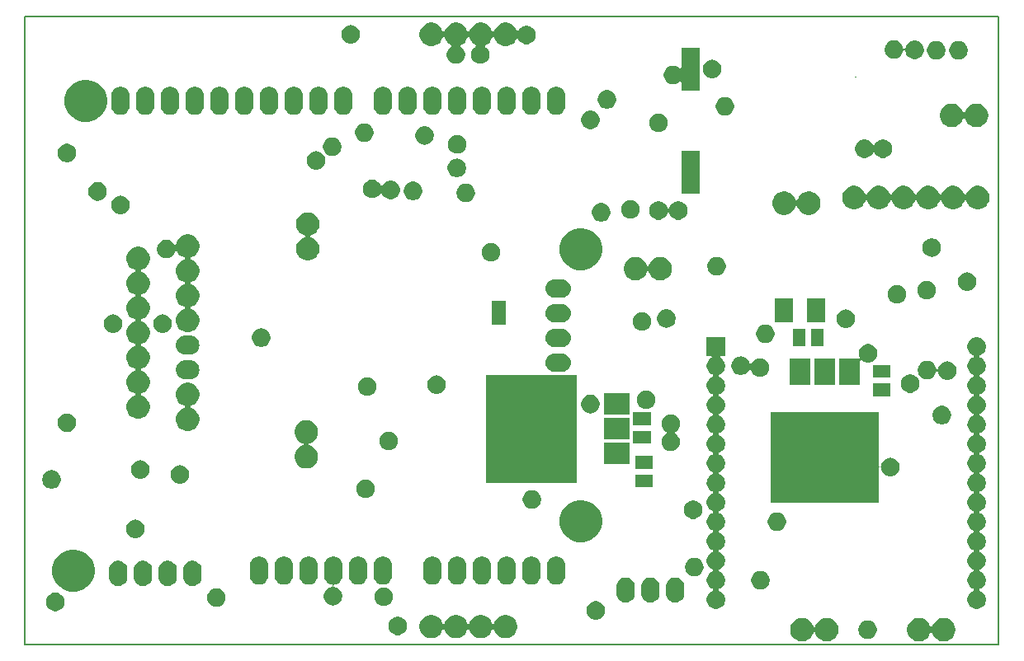
<source format=gbs>
G04 #@! TF.GenerationSoftware,KiCad,Pcbnew,(6.0.0-rc1-dev-1497-g419718b59)*
G04 #@! TF.CreationDate,2019-02-11T10:58:06+02:00
G04 #@! TF.ProjectId,MM3,4d4d332e-6b69-4636-9164-5f7063625858,rev?*
G04 #@! TF.SameCoordinates,PX3eb8464PY58619c4*
G04 #@! TF.FileFunction,Soldermask,Bot*
G04 #@! TF.FilePolarity,Negative*
%FSLAX46Y46*%
G04 Gerber Fmt 4.6, Leading zero omitted, Abs format (unit mm)*
G04 Created by KiCad (PCBNEW (6.0.0-rc1-dev-1497-g419718b59)) date Δευ 11 Φεβ 2019 10:58:06 πμ EET*
%MOMM*%
%LPD*%
G04 APERTURE LIST*
%ADD10C,0.150000*%
%ADD11C,0.100000*%
G04 APERTURE END LIST*
D10*
X-4950000Y-7600000D02*
X-4950000Y56900000D01*
X-4950000Y56900000D02*
X94950000Y56900000D01*
X94950000Y-7600000D02*
X-4950000Y-7600000D01*
X40532500Y-7592000D02*
X40532500Y-7592000D01*
X94950000Y56900000D02*
X94950000Y-7600000D01*
X80283500Y50764500D02*
X80283500Y50764500D01*
D11*
G36*
X87110526Y-4914115D02*
G01*
X87328912Y-5004573D01*
X87525458Y-5135901D01*
X87692599Y-5303042D01*
X87823927Y-5499588D01*
X87915015Y-5719495D01*
X87926566Y-5741106D01*
X87942111Y-5760048D01*
X87961054Y-5775594D01*
X87982664Y-5787145D01*
X88006113Y-5794258D01*
X88030500Y-5796660D01*
X88054886Y-5794258D01*
X88078335Y-5787145D01*
X88099946Y-5775594D01*
X88118888Y-5760049D01*
X88134434Y-5741106D01*
X88145985Y-5719495D01*
X88237073Y-5499588D01*
X88368401Y-5303042D01*
X88535542Y-5135901D01*
X88732088Y-5004573D01*
X88950474Y-4914115D01*
X89182309Y-4868000D01*
X89418691Y-4868000D01*
X89650526Y-4914115D01*
X89868912Y-5004573D01*
X90065458Y-5135901D01*
X90232599Y-5303042D01*
X90363927Y-5499588D01*
X90454385Y-5717974D01*
X90500500Y-5949809D01*
X90500500Y-6186191D01*
X90454385Y-6418026D01*
X90363927Y-6636412D01*
X90232599Y-6832958D01*
X90065458Y-7000099D01*
X89868912Y-7131427D01*
X89650526Y-7221885D01*
X89418691Y-7268000D01*
X89182309Y-7268000D01*
X88950474Y-7221885D01*
X88732088Y-7131427D01*
X88535542Y-7000099D01*
X88368401Y-6832958D01*
X88237073Y-6636412D01*
X88145985Y-6416505D01*
X88134434Y-6394894D01*
X88118889Y-6375952D01*
X88099946Y-6360406D01*
X88078336Y-6348855D01*
X88054887Y-6341742D01*
X88030500Y-6339340D01*
X88006114Y-6341742D01*
X87982665Y-6348855D01*
X87961054Y-6360406D01*
X87942112Y-6375951D01*
X87926566Y-6394894D01*
X87915015Y-6416505D01*
X87823927Y-6636412D01*
X87692599Y-6832958D01*
X87525458Y-7000099D01*
X87328912Y-7131427D01*
X87110526Y-7221885D01*
X86878691Y-7268000D01*
X86642309Y-7268000D01*
X86410474Y-7221885D01*
X86192088Y-7131427D01*
X85995542Y-7000099D01*
X85828401Y-6832958D01*
X85697073Y-6636412D01*
X85606615Y-6418026D01*
X85560500Y-6186191D01*
X85560500Y-5949809D01*
X85606615Y-5717974D01*
X85697073Y-5499588D01*
X85828401Y-5303042D01*
X85995542Y-5135901D01*
X86192088Y-5004573D01*
X86410474Y-4914115D01*
X86642309Y-4868000D01*
X86878691Y-4868000D01*
X87110526Y-4914115D01*
X87110526Y-4914115D01*
G37*
G36*
X75109026Y-4914115D02*
G01*
X75327412Y-5004573D01*
X75523958Y-5135901D01*
X75691099Y-5303042D01*
X75822427Y-5499588D01*
X75913515Y-5719495D01*
X75925066Y-5741106D01*
X75940611Y-5760048D01*
X75959554Y-5775594D01*
X75981164Y-5787145D01*
X76004613Y-5794258D01*
X76029000Y-5796660D01*
X76053386Y-5794258D01*
X76076835Y-5787145D01*
X76098446Y-5775594D01*
X76117388Y-5760049D01*
X76132934Y-5741106D01*
X76144485Y-5719495D01*
X76235573Y-5499588D01*
X76366901Y-5303042D01*
X76534042Y-5135901D01*
X76730588Y-5004573D01*
X76948974Y-4914115D01*
X77180809Y-4868000D01*
X77417191Y-4868000D01*
X77649026Y-4914115D01*
X77867412Y-5004573D01*
X78063958Y-5135901D01*
X78231099Y-5303042D01*
X78362427Y-5499588D01*
X78452885Y-5717974D01*
X78499000Y-5949809D01*
X78499000Y-6186191D01*
X78452885Y-6418026D01*
X78362427Y-6636412D01*
X78231099Y-6832958D01*
X78063958Y-7000099D01*
X77867412Y-7131427D01*
X77649026Y-7221885D01*
X77417191Y-7268000D01*
X77180809Y-7268000D01*
X76948974Y-7221885D01*
X76730588Y-7131427D01*
X76534042Y-7000099D01*
X76366901Y-6832958D01*
X76235573Y-6636412D01*
X76144485Y-6416505D01*
X76132934Y-6394894D01*
X76117389Y-6375952D01*
X76098446Y-6360406D01*
X76076836Y-6348855D01*
X76053387Y-6341742D01*
X76029000Y-6339340D01*
X76004614Y-6341742D01*
X75981165Y-6348855D01*
X75959554Y-6360406D01*
X75940612Y-6375951D01*
X75925066Y-6394894D01*
X75913515Y-6416505D01*
X75822427Y-6636412D01*
X75691099Y-6832958D01*
X75523958Y-7000099D01*
X75327412Y-7131427D01*
X75109026Y-7221885D01*
X74877191Y-7268000D01*
X74640809Y-7268000D01*
X74408974Y-7221885D01*
X74190588Y-7131427D01*
X73994042Y-7000099D01*
X73826901Y-6832958D01*
X73695573Y-6636412D01*
X73605115Y-6418026D01*
X73559000Y-6186191D01*
X73559000Y-5949809D01*
X73605115Y-5717974D01*
X73695573Y-5499588D01*
X73826901Y-5303042D01*
X73994042Y-5135901D01*
X74190588Y-5004573D01*
X74408974Y-4914115D01*
X74640809Y-4868000D01*
X74877191Y-4868000D01*
X75109026Y-4914115D01*
X75109026Y-4914115D01*
G37*
G36*
X81629452Y-5127127D02*
G01*
X81767105Y-5154508D01*
X81939994Y-5226121D01*
X82095590Y-5330087D01*
X82227913Y-5462410D01*
X82331879Y-5618006D01*
X82403492Y-5790895D01*
X82440000Y-5974433D01*
X82440000Y-6161567D01*
X82403492Y-6345105D01*
X82331879Y-6517994D01*
X82227913Y-6673590D01*
X82095590Y-6805913D01*
X81939994Y-6909879D01*
X81767105Y-6981492D01*
X81629452Y-7008873D01*
X81583568Y-7018000D01*
X81396432Y-7018000D01*
X81350548Y-7008873D01*
X81212895Y-6981492D01*
X81040006Y-6909879D01*
X80884410Y-6805913D01*
X80752087Y-6673590D01*
X80648121Y-6517994D01*
X80576508Y-6345105D01*
X80540000Y-6161567D01*
X80540000Y-5974433D01*
X80576508Y-5790895D01*
X80648121Y-5618006D01*
X80752087Y-5462410D01*
X80884410Y-5330087D01*
X81040006Y-5226121D01*
X81212895Y-5154508D01*
X81350548Y-5127127D01*
X81396432Y-5118000D01*
X81583568Y-5118000D01*
X81629452Y-5127127D01*
X81629452Y-5127127D01*
G37*
G36*
X37072526Y-4596615D02*
G01*
X37290912Y-4687073D01*
X37487458Y-4818401D01*
X37654599Y-4985542D01*
X37785927Y-5182088D01*
X37877015Y-5401995D01*
X37888566Y-5423606D01*
X37904111Y-5442548D01*
X37923054Y-5458094D01*
X37944664Y-5469645D01*
X37968113Y-5476758D01*
X37992500Y-5479160D01*
X38016886Y-5476758D01*
X38040335Y-5469645D01*
X38061946Y-5458094D01*
X38080888Y-5442549D01*
X38096434Y-5423606D01*
X38107985Y-5401995D01*
X38199073Y-5182088D01*
X38330401Y-4985542D01*
X38497542Y-4818401D01*
X38694088Y-4687073D01*
X38912474Y-4596615D01*
X39144309Y-4550500D01*
X39380691Y-4550500D01*
X39612526Y-4596615D01*
X39830912Y-4687073D01*
X40027458Y-4818401D01*
X40194599Y-4985542D01*
X40325927Y-5182088D01*
X40417015Y-5401995D01*
X40428566Y-5423606D01*
X40444111Y-5442548D01*
X40463054Y-5458094D01*
X40484664Y-5469645D01*
X40508113Y-5476758D01*
X40532500Y-5479160D01*
X40556886Y-5476758D01*
X40580335Y-5469645D01*
X40601946Y-5458094D01*
X40620888Y-5442549D01*
X40636434Y-5423606D01*
X40647985Y-5401995D01*
X40739073Y-5182088D01*
X40870401Y-4985542D01*
X41037542Y-4818401D01*
X41234088Y-4687073D01*
X41452474Y-4596615D01*
X41684309Y-4550500D01*
X41920691Y-4550500D01*
X42152526Y-4596615D01*
X42370912Y-4687073D01*
X42567458Y-4818401D01*
X42734599Y-4985542D01*
X42865927Y-5182088D01*
X42957015Y-5401995D01*
X42968566Y-5423606D01*
X42984111Y-5442548D01*
X43003054Y-5458094D01*
X43024664Y-5469645D01*
X43048113Y-5476758D01*
X43072500Y-5479160D01*
X43096886Y-5476758D01*
X43120335Y-5469645D01*
X43141946Y-5458094D01*
X43160888Y-5442549D01*
X43176434Y-5423606D01*
X43187985Y-5401995D01*
X43279073Y-5182088D01*
X43410401Y-4985542D01*
X43577542Y-4818401D01*
X43774088Y-4687073D01*
X43992474Y-4596615D01*
X44224309Y-4550500D01*
X44460691Y-4550500D01*
X44692526Y-4596615D01*
X44910912Y-4687073D01*
X45107458Y-4818401D01*
X45274599Y-4985542D01*
X45405927Y-5182088D01*
X45496385Y-5400474D01*
X45542500Y-5632309D01*
X45542500Y-5868691D01*
X45496385Y-6100526D01*
X45405927Y-6318912D01*
X45274599Y-6515458D01*
X45107458Y-6682599D01*
X44910912Y-6813927D01*
X44692526Y-6904385D01*
X44460691Y-6950500D01*
X44224309Y-6950500D01*
X43992474Y-6904385D01*
X43774088Y-6813927D01*
X43577542Y-6682599D01*
X43410401Y-6515458D01*
X43279073Y-6318912D01*
X43187985Y-6099005D01*
X43176434Y-6077394D01*
X43160889Y-6058452D01*
X43141946Y-6042906D01*
X43120336Y-6031355D01*
X43096887Y-6024242D01*
X43072500Y-6021840D01*
X43048114Y-6024242D01*
X43024665Y-6031355D01*
X43003054Y-6042906D01*
X42984112Y-6058451D01*
X42968566Y-6077394D01*
X42957015Y-6099005D01*
X42865927Y-6318912D01*
X42734599Y-6515458D01*
X42567458Y-6682599D01*
X42370912Y-6813927D01*
X42152526Y-6904385D01*
X41920691Y-6950500D01*
X41684309Y-6950500D01*
X41452474Y-6904385D01*
X41234088Y-6813927D01*
X41037542Y-6682599D01*
X40870401Y-6515458D01*
X40739073Y-6318912D01*
X40647985Y-6099005D01*
X40636434Y-6077394D01*
X40620889Y-6058452D01*
X40601946Y-6042906D01*
X40580336Y-6031355D01*
X40556887Y-6024242D01*
X40532500Y-6021840D01*
X40508114Y-6024242D01*
X40484665Y-6031355D01*
X40463054Y-6042906D01*
X40444112Y-6058451D01*
X40428566Y-6077394D01*
X40417015Y-6099005D01*
X40325927Y-6318912D01*
X40194599Y-6515458D01*
X40027458Y-6682599D01*
X39830912Y-6813927D01*
X39612526Y-6904385D01*
X39380691Y-6950500D01*
X39144309Y-6950500D01*
X38912474Y-6904385D01*
X38694088Y-6813927D01*
X38497542Y-6682599D01*
X38330401Y-6515458D01*
X38199073Y-6318912D01*
X38107985Y-6099005D01*
X38096434Y-6077394D01*
X38080889Y-6058452D01*
X38061946Y-6042906D01*
X38040336Y-6031355D01*
X38016887Y-6024242D01*
X37992500Y-6021840D01*
X37968114Y-6024242D01*
X37944665Y-6031355D01*
X37923054Y-6042906D01*
X37904112Y-6058451D01*
X37888566Y-6077394D01*
X37877015Y-6099005D01*
X37785927Y-6318912D01*
X37654599Y-6515458D01*
X37487458Y-6682599D01*
X37290912Y-6813927D01*
X37072526Y-6904385D01*
X36840691Y-6950500D01*
X36604309Y-6950500D01*
X36372474Y-6904385D01*
X36154088Y-6813927D01*
X35957542Y-6682599D01*
X35790401Y-6515458D01*
X35659073Y-6318912D01*
X35568615Y-6100526D01*
X35522500Y-5868691D01*
X35522500Y-5632309D01*
X35568615Y-5400474D01*
X35659073Y-5182088D01*
X35790401Y-4985542D01*
X35957542Y-4818401D01*
X36154088Y-4687073D01*
X36372474Y-4596615D01*
X36604309Y-4550500D01*
X36840691Y-4550500D01*
X37072526Y-4596615D01*
X37072526Y-4596615D01*
G37*
G36*
X33432951Y-4746127D02*
G01*
X33570605Y-4773508D01*
X33743494Y-4845121D01*
X33899090Y-4949087D01*
X34031413Y-5081410D01*
X34135379Y-5237006D01*
X34206992Y-5409895D01*
X34243500Y-5593433D01*
X34243500Y-5780567D01*
X34206992Y-5964105D01*
X34135379Y-6136994D01*
X34031413Y-6292590D01*
X33899090Y-6424913D01*
X33743494Y-6528879D01*
X33570605Y-6600492D01*
X33432951Y-6627873D01*
X33387068Y-6637000D01*
X33199932Y-6637000D01*
X33154049Y-6627873D01*
X33016395Y-6600492D01*
X32843506Y-6528879D01*
X32687910Y-6424913D01*
X32555587Y-6292590D01*
X32451621Y-6136994D01*
X32380008Y-5964105D01*
X32343500Y-5780567D01*
X32343500Y-5593433D01*
X32380008Y-5409895D01*
X32451621Y-5237006D01*
X32555587Y-5081410D01*
X32687910Y-4949087D01*
X32843506Y-4845121D01*
X33016395Y-4773508D01*
X33154048Y-4746127D01*
X33199932Y-4737000D01*
X33387068Y-4737000D01*
X33432951Y-4746127D01*
X33432951Y-4746127D01*
G37*
G36*
X53709551Y-3149994D02*
G01*
X53890605Y-3186008D01*
X54063494Y-3257621D01*
X54219090Y-3361587D01*
X54351413Y-3493910D01*
X54455379Y-3649506D01*
X54526992Y-3822395D01*
X54563500Y-4005933D01*
X54563500Y-4193067D01*
X54526992Y-4376605D01*
X54455379Y-4549494D01*
X54351413Y-4705090D01*
X54219090Y-4837413D01*
X54063494Y-4941379D01*
X53890605Y-5012992D01*
X53752951Y-5040373D01*
X53707068Y-5049500D01*
X53519932Y-5049500D01*
X53474048Y-5040373D01*
X53336395Y-5012992D01*
X53163506Y-4941379D01*
X53007910Y-4837413D01*
X52875587Y-4705090D01*
X52771621Y-4549494D01*
X52700008Y-4376605D01*
X52663500Y-4193067D01*
X52663500Y-4005933D01*
X52700008Y-3822395D01*
X52771621Y-3649506D01*
X52875587Y-3493910D01*
X53007910Y-3361587D01*
X53163506Y-3257621D01*
X53336395Y-3186008D01*
X53517449Y-3149994D01*
X53519932Y-3149500D01*
X53707068Y-3149500D01*
X53709551Y-3149994D01*
X53709551Y-3149994D01*
G37*
G36*
X-1702865Y-2279153D02*
G01*
X-1565212Y-2306534D01*
X-1392323Y-2378147D01*
X-1236727Y-2482113D01*
X-1104404Y-2614436D01*
X-1000438Y-2770032D01*
X-928825Y-2942921D01*
X-892317Y-3126459D01*
X-892317Y-3313593D01*
X-928825Y-3497131D01*
X-1000438Y-3670020D01*
X-1104404Y-3825616D01*
X-1236727Y-3957939D01*
X-1392323Y-4061905D01*
X-1565212Y-4133518D01*
X-1702866Y-4160899D01*
X-1748749Y-4170026D01*
X-1935885Y-4170026D01*
X-1981768Y-4160899D01*
X-2119422Y-4133518D01*
X-2292311Y-4061905D01*
X-2447907Y-3957939D01*
X-2580230Y-3825616D01*
X-2684196Y-3670020D01*
X-2755809Y-3497131D01*
X-2792317Y-3313593D01*
X-2792317Y-3126459D01*
X-2755809Y-2942921D01*
X-2684196Y-2770032D01*
X-2580230Y-2614436D01*
X-2447907Y-2482113D01*
X-2292311Y-2378147D01*
X-2119422Y-2306534D01*
X-1981768Y-2279153D01*
X-1935885Y-2270026D01*
X-1748749Y-2270026D01*
X-1702865Y-2279153D01*
X-1702865Y-2279153D01*
G37*
G36*
X66882500Y22065000D02*
G01*
X66483087Y22065000D01*
X66458701Y22062598D01*
X66435252Y22055485D01*
X66413641Y22043934D01*
X66394699Y22028388D01*
X66379153Y22009446D01*
X66367602Y21987835D01*
X66360489Y21964386D01*
X66358087Y21940000D01*
X66360489Y21915614D01*
X66367602Y21892165D01*
X66379153Y21870554D01*
X66394699Y21851612D01*
X66413633Y21836073D01*
X66538090Y21752913D01*
X66670413Y21620590D01*
X66774379Y21464994D01*
X66845992Y21292105D01*
X66882500Y21108567D01*
X66882500Y20921433D01*
X66845992Y20737895D01*
X66774379Y20565006D01*
X66670413Y20409410D01*
X66538090Y20277087D01*
X66382494Y20173121D01*
X66279554Y20130482D01*
X66257949Y20118933D01*
X66239007Y20103388D01*
X66223462Y20084446D01*
X66211911Y20062835D01*
X66204798Y20039386D01*
X66202396Y20015000D01*
X66204798Y19990613D01*
X66211911Y19967164D01*
X66223463Y19945553D01*
X66239008Y19926611D01*
X66257950Y19911066D01*
X66279554Y19899518D01*
X66382494Y19856879D01*
X66538090Y19752913D01*
X66670413Y19620590D01*
X66774379Y19464994D01*
X66845992Y19292105D01*
X66882500Y19108567D01*
X66882500Y18921433D01*
X66845992Y18737895D01*
X66774379Y18565006D01*
X66670413Y18409410D01*
X66538090Y18277087D01*
X66382494Y18173121D01*
X66279554Y18130482D01*
X66257949Y18118933D01*
X66239007Y18103388D01*
X66223462Y18084446D01*
X66211911Y18062835D01*
X66204798Y18039386D01*
X66202396Y18015000D01*
X66204798Y17990613D01*
X66211911Y17967164D01*
X66223463Y17945553D01*
X66239008Y17926611D01*
X66257950Y17911066D01*
X66279554Y17899518D01*
X66382494Y17856879D01*
X66538090Y17752913D01*
X66670413Y17620590D01*
X66774379Y17464994D01*
X66845992Y17292105D01*
X66849017Y17276895D01*
X66882500Y17108568D01*
X66882500Y16921432D01*
X66874257Y16879992D01*
X66845992Y16737895D01*
X66774379Y16565006D01*
X66670413Y16409410D01*
X66538090Y16277087D01*
X66382494Y16173121D01*
X66279554Y16130482D01*
X66257949Y16118933D01*
X66239007Y16103388D01*
X66223462Y16084446D01*
X66211911Y16062835D01*
X66204798Y16039386D01*
X66202396Y16015000D01*
X66204798Y15990613D01*
X66211911Y15967164D01*
X66223463Y15945553D01*
X66239008Y15926611D01*
X66257950Y15911066D01*
X66279554Y15899518D01*
X66382494Y15856879D01*
X66538090Y15752913D01*
X66670413Y15620590D01*
X66774379Y15464994D01*
X66845992Y15292105D01*
X66863423Y15204474D01*
X66879307Y15124622D01*
X66882500Y15108567D01*
X66882500Y14921433D01*
X66845992Y14737895D01*
X66774379Y14565006D01*
X66670413Y14409410D01*
X66538090Y14277087D01*
X66382494Y14173121D01*
X66279554Y14130482D01*
X66257949Y14118933D01*
X66239007Y14103388D01*
X66223462Y14084446D01*
X66211911Y14062835D01*
X66204798Y14039386D01*
X66202396Y14015000D01*
X66204798Y13990613D01*
X66211911Y13967164D01*
X66223463Y13945553D01*
X66239008Y13926611D01*
X66257950Y13911066D01*
X66279554Y13899518D01*
X66382494Y13856879D01*
X66538090Y13752913D01*
X66670413Y13620590D01*
X66774379Y13464994D01*
X66845992Y13292105D01*
X66882500Y13108567D01*
X66882500Y12921433D01*
X66845992Y12737895D01*
X66774379Y12565006D01*
X66670413Y12409410D01*
X66538090Y12277087D01*
X66382494Y12173121D01*
X66279554Y12130482D01*
X66257949Y12118933D01*
X66239007Y12103388D01*
X66223462Y12084446D01*
X66211911Y12062835D01*
X66204798Y12039386D01*
X66202396Y12015000D01*
X66204798Y11990613D01*
X66211911Y11967164D01*
X66223463Y11945553D01*
X66239008Y11926611D01*
X66257950Y11911066D01*
X66279554Y11899518D01*
X66382494Y11856879D01*
X66538090Y11752913D01*
X66670413Y11620590D01*
X66774379Y11464994D01*
X66845992Y11292105D01*
X66882500Y11108567D01*
X66882500Y10921433D01*
X66845992Y10737895D01*
X66774379Y10565006D01*
X66670413Y10409410D01*
X66538090Y10277087D01*
X66382494Y10173121D01*
X66279554Y10130482D01*
X66257949Y10118933D01*
X66239007Y10103388D01*
X66223462Y10084446D01*
X66211911Y10062835D01*
X66204798Y10039386D01*
X66202396Y10015000D01*
X66204798Y9990613D01*
X66211911Y9967164D01*
X66223463Y9945553D01*
X66239008Y9926611D01*
X66257950Y9911066D01*
X66279554Y9899518D01*
X66382494Y9856879D01*
X66538090Y9752913D01*
X66670413Y9620590D01*
X66774379Y9464994D01*
X66845992Y9292105D01*
X66873373Y9154452D01*
X66882500Y9108568D01*
X66882500Y8921432D01*
X66880764Y8912704D01*
X66845992Y8737895D01*
X66774379Y8565006D01*
X66670413Y8409410D01*
X66538090Y8277087D01*
X66382494Y8173121D01*
X66279554Y8130482D01*
X66257949Y8118933D01*
X66239007Y8103388D01*
X66223462Y8084446D01*
X66211911Y8062835D01*
X66204798Y8039386D01*
X66202396Y8015000D01*
X66204798Y7990613D01*
X66211911Y7967164D01*
X66223463Y7945553D01*
X66239008Y7926611D01*
X66257950Y7911066D01*
X66279554Y7899518D01*
X66382494Y7856879D01*
X66538090Y7752913D01*
X66670413Y7620590D01*
X66774379Y7464994D01*
X66845992Y7292105D01*
X66882500Y7108567D01*
X66882500Y6921433D01*
X66845992Y6737895D01*
X66774379Y6565006D01*
X66670413Y6409410D01*
X66538090Y6277087D01*
X66382494Y6173121D01*
X66279554Y6130482D01*
X66257949Y6118933D01*
X66239007Y6103388D01*
X66223462Y6084446D01*
X66211911Y6062835D01*
X66204798Y6039386D01*
X66202396Y6015000D01*
X66204798Y5990613D01*
X66211911Y5967164D01*
X66223463Y5945553D01*
X66239008Y5926611D01*
X66257950Y5911066D01*
X66279554Y5899518D01*
X66382494Y5856879D01*
X66538090Y5752913D01*
X66670413Y5620590D01*
X66774379Y5464994D01*
X66845992Y5292105D01*
X66882500Y5108567D01*
X66882500Y4921433D01*
X66845992Y4737895D01*
X66774379Y4565006D01*
X66670413Y4409410D01*
X66538090Y4277087D01*
X66382494Y4173121D01*
X66279554Y4130482D01*
X66257949Y4118933D01*
X66239007Y4103388D01*
X66223462Y4084446D01*
X66211911Y4062835D01*
X66204798Y4039386D01*
X66202396Y4015000D01*
X66204798Y3990613D01*
X66211911Y3967164D01*
X66223463Y3945553D01*
X66239008Y3926611D01*
X66257950Y3911066D01*
X66279554Y3899518D01*
X66382494Y3856879D01*
X66538090Y3752913D01*
X66670413Y3620590D01*
X66774379Y3464994D01*
X66845992Y3292105D01*
X66882500Y3108567D01*
X66882500Y2921433D01*
X66845992Y2737895D01*
X66774379Y2565006D01*
X66670413Y2409410D01*
X66538090Y2277087D01*
X66382494Y2173121D01*
X66279554Y2130482D01*
X66257949Y2118933D01*
X66239007Y2103388D01*
X66223462Y2084446D01*
X66211911Y2062835D01*
X66204798Y2039386D01*
X66202396Y2015000D01*
X66204798Y1990613D01*
X66211911Y1967164D01*
X66223463Y1945553D01*
X66239008Y1926611D01*
X66257950Y1911066D01*
X66279554Y1899518D01*
X66382494Y1856879D01*
X66538090Y1752913D01*
X66670413Y1620590D01*
X66774379Y1464994D01*
X66845992Y1292105D01*
X66882500Y1108567D01*
X66882500Y921433D01*
X66845992Y737895D01*
X66774379Y565006D01*
X66670413Y409410D01*
X66538090Y277087D01*
X66382494Y173121D01*
X66279554Y130482D01*
X66257949Y118933D01*
X66239007Y103388D01*
X66223462Y84446D01*
X66211911Y62835D01*
X66204798Y39386D01*
X66202396Y15000D01*
X66204798Y-9387D01*
X66211911Y-32836D01*
X66223463Y-54447D01*
X66239008Y-73389D01*
X66257950Y-88934D01*
X66279554Y-100482D01*
X66382494Y-143121D01*
X66538090Y-247087D01*
X66670413Y-379410D01*
X66774379Y-535006D01*
X66845992Y-707895D01*
X66882500Y-891433D01*
X66882500Y-1078567D01*
X66845992Y-1262105D01*
X66774379Y-1434994D01*
X66670413Y-1590590D01*
X66538090Y-1722913D01*
X66382494Y-1826879D01*
X66279554Y-1869518D01*
X66257949Y-1881067D01*
X66239007Y-1896612D01*
X66223462Y-1915554D01*
X66211911Y-1937165D01*
X66204798Y-1960614D01*
X66202396Y-1985000D01*
X66204798Y-2009387D01*
X66211911Y-2032836D01*
X66223463Y-2054447D01*
X66239008Y-2073389D01*
X66257950Y-2088934D01*
X66279554Y-2100482D01*
X66382494Y-2143121D01*
X66538090Y-2247087D01*
X66670413Y-2379410D01*
X66774379Y-2535006D01*
X66845992Y-2707895D01*
X66882500Y-2891433D01*
X66882500Y-3078567D01*
X66845992Y-3262105D01*
X66774379Y-3434994D01*
X66670413Y-3590590D01*
X66538090Y-3722913D01*
X66382494Y-3826879D01*
X66209605Y-3898492D01*
X66071951Y-3925873D01*
X66026068Y-3935000D01*
X65838932Y-3935000D01*
X65793049Y-3925873D01*
X65655395Y-3898492D01*
X65482506Y-3826879D01*
X65326910Y-3722913D01*
X65194587Y-3590590D01*
X65090621Y-3434994D01*
X65019008Y-3262105D01*
X64982500Y-3078567D01*
X64982500Y-2891433D01*
X65019008Y-2707895D01*
X65090621Y-2535006D01*
X65194587Y-2379410D01*
X65326910Y-2247087D01*
X65482506Y-2143121D01*
X65585446Y-2100482D01*
X65607051Y-2088933D01*
X65625993Y-2073388D01*
X65641538Y-2054446D01*
X65653089Y-2032835D01*
X65660202Y-2009386D01*
X65662604Y-1985000D01*
X65660202Y-1960613D01*
X65653089Y-1937164D01*
X65641537Y-1915553D01*
X65625992Y-1896611D01*
X65607050Y-1881066D01*
X65585446Y-1869518D01*
X65482506Y-1826879D01*
X65326910Y-1722913D01*
X65194587Y-1590590D01*
X65090621Y-1434994D01*
X65019008Y-1262105D01*
X64982500Y-1078567D01*
X64982500Y-891433D01*
X65019008Y-707895D01*
X65090621Y-535006D01*
X65194587Y-379410D01*
X65326910Y-247087D01*
X65482506Y-143121D01*
X65585446Y-100482D01*
X65607051Y-88933D01*
X65625993Y-73388D01*
X65641538Y-54446D01*
X65653089Y-32835D01*
X65660202Y-9386D01*
X65662604Y15000D01*
X65660202Y39387D01*
X65653089Y62836D01*
X65641537Y84447D01*
X65625992Y103389D01*
X65607050Y118934D01*
X65585446Y130482D01*
X65482506Y173121D01*
X65326910Y277087D01*
X65194587Y409410D01*
X65090621Y565006D01*
X65019008Y737895D01*
X64982500Y921433D01*
X64982500Y1108567D01*
X65019008Y1292105D01*
X65090621Y1464994D01*
X65194587Y1620590D01*
X65326910Y1752913D01*
X65482506Y1856879D01*
X65585446Y1899518D01*
X65607051Y1911067D01*
X65625993Y1926612D01*
X65641538Y1945554D01*
X65653089Y1967165D01*
X65660202Y1990614D01*
X65662604Y2015000D01*
X65660202Y2039387D01*
X65653089Y2062836D01*
X65641537Y2084447D01*
X65625992Y2103389D01*
X65607050Y2118934D01*
X65585446Y2130482D01*
X65482506Y2173121D01*
X65326910Y2277087D01*
X65194587Y2409410D01*
X65090621Y2565006D01*
X65019008Y2737895D01*
X64982500Y2921433D01*
X64982500Y3108567D01*
X65019008Y3292105D01*
X65090621Y3464994D01*
X65194587Y3620590D01*
X65326910Y3752913D01*
X65482506Y3856879D01*
X65585446Y3899518D01*
X65607051Y3911067D01*
X65625993Y3926612D01*
X65641538Y3945554D01*
X65653089Y3967165D01*
X65660202Y3990614D01*
X65662604Y4015000D01*
X65660202Y4039387D01*
X65653089Y4062836D01*
X65641537Y4084447D01*
X65625992Y4103389D01*
X65607050Y4118934D01*
X65585446Y4130482D01*
X65482506Y4173121D01*
X65326910Y4277087D01*
X65194587Y4409410D01*
X65090621Y4565006D01*
X65019008Y4737895D01*
X64982500Y4921433D01*
X64982500Y5108567D01*
X65019008Y5292105D01*
X65090621Y5464994D01*
X65194587Y5620590D01*
X65326910Y5752913D01*
X65482506Y5856879D01*
X65585446Y5899518D01*
X65607051Y5911067D01*
X65625993Y5926612D01*
X65641538Y5945554D01*
X65653089Y5967165D01*
X65660202Y5990614D01*
X65662604Y6015000D01*
X65660202Y6039387D01*
X65653089Y6062836D01*
X65641537Y6084447D01*
X65625992Y6103389D01*
X65607050Y6118934D01*
X65585446Y6130482D01*
X65482506Y6173121D01*
X65326910Y6277087D01*
X65194587Y6409410D01*
X65090621Y6565006D01*
X65019008Y6737895D01*
X64982500Y6921433D01*
X64982500Y7108567D01*
X65019008Y7292105D01*
X65090621Y7464994D01*
X65194587Y7620590D01*
X65326910Y7752913D01*
X65482506Y7856879D01*
X65585446Y7899518D01*
X65607051Y7911067D01*
X65625993Y7926612D01*
X65641538Y7945554D01*
X65653089Y7967165D01*
X65660202Y7990614D01*
X65662604Y8015000D01*
X65660202Y8039387D01*
X65653089Y8062836D01*
X65641537Y8084447D01*
X65625992Y8103389D01*
X65607050Y8118934D01*
X65585446Y8130482D01*
X65482506Y8173121D01*
X65326910Y8277087D01*
X65194587Y8409410D01*
X65090621Y8565006D01*
X65019008Y8737895D01*
X64984236Y8912704D01*
X64982500Y8921432D01*
X64982500Y9108568D01*
X64991627Y9154452D01*
X65019008Y9292105D01*
X65090621Y9464994D01*
X65194587Y9620590D01*
X65326910Y9752913D01*
X65482506Y9856879D01*
X65585446Y9899518D01*
X65607051Y9911067D01*
X65625993Y9926612D01*
X65641538Y9945554D01*
X65653089Y9967165D01*
X65660202Y9990614D01*
X65662604Y10015000D01*
X65660202Y10039387D01*
X65653089Y10062836D01*
X65641537Y10084447D01*
X65625992Y10103389D01*
X65607050Y10118934D01*
X65585446Y10130482D01*
X65482506Y10173121D01*
X65326910Y10277087D01*
X65194587Y10409410D01*
X65090621Y10565006D01*
X65019008Y10737895D01*
X64982500Y10921433D01*
X64982500Y11108567D01*
X65019008Y11292105D01*
X65090621Y11464994D01*
X65194587Y11620590D01*
X65326910Y11752913D01*
X65482506Y11856879D01*
X65585446Y11899518D01*
X65607051Y11911067D01*
X65625993Y11926612D01*
X65641538Y11945554D01*
X65653089Y11967165D01*
X65660202Y11990614D01*
X65662604Y12015000D01*
X65660202Y12039387D01*
X65653089Y12062836D01*
X65641537Y12084447D01*
X65625992Y12103389D01*
X65607050Y12118934D01*
X65585446Y12130482D01*
X65482506Y12173121D01*
X65326910Y12277087D01*
X65194587Y12409410D01*
X65090621Y12565006D01*
X65019008Y12737895D01*
X64982500Y12921433D01*
X64982500Y13108567D01*
X65019008Y13292105D01*
X65090621Y13464994D01*
X65194587Y13620590D01*
X65326910Y13752913D01*
X65482506Y13856879D01*
X65585446Y13899518D01*
X65607051Y13911067D01*
X65625993Y13926612D01*
X65641538Y13945554D01*
X65653089Y13967165D01*
X65660202Y13990614D01*
X65662604Y14015000D01*
X65660202Y14039387D01*
X65653089Y14062836D01*
X65641537Y14084447D01*
X65625992Y14103389D01*
X65607050Y14118934D01*
X65585446Y14130482D01*
X65482506Y14173121D01*
X65326910Y14277087D01*
X65194587Y14409410D01*
X65090621Y14565006D01*
X65019008Y14737895D01*
X64982500Y14921433D01*
X64982500Y15108567D01*
X64985694Y15124622D01*
X65001577Y15204474D01*
X65019008Y15292105D01*
X65090621Y15464994D01*
X65194587Y15620590D01*
X65326910Y15752913D01*
X65482506Y15856879D01*
X65585446Y15899518D01*
X65607051Y15911067D01*
X65625993Y15926612D01*
X65641538Y15945554D01*
X65653089Y15967165D01*
X65660202Y15990614D01*
X65662604Y16015000D01*
X65660202Y16039387D01*
X65653089Y16062836D01*
X65641537Y16084447D01*
X65625992Y16103389D01*
X65607050Y16118934D01*
X65585446Y16130482D01*
X65482506Y16173121D01*
X65326910Y16277087D01*
X65194587Y16409410D01*
X65090621Y16565006D01*
X65019008Y16737895D01*
X64990743Y16879992D01*
X64982500Y16921432D01*
X64982500Y17108568D01*
X65015983Y17276895D01*
X65019008Y17292105D01*
X65090621Y17464994D01*
X65194587Y17620590D01*
X65326910Y17752913D01*
X65482506Y17856879D01*
X65585446Y17899518D01*
X65607051Y17911067D01*
X65625993Y17926612D01*
X65641538Y17945554D01*
X65653089Y17967165D01*
X65660202Y17990614D01*
X65662604Y18015000D01*
X65660202Y18039387D01*
X65653089Y18062836D01*
X65641537Y18084447D01*
X65625992Y18103389D01*
X65607050Y18118934D01*
X65585446Y18130482D01*
X65482506Y18173121D01*
X65326910Y18277087D01*
X65194587Y18409410D01*
X65090621Y18565006D01*
X65019008Y18737895D01*
X64982500Y18921433D01*
X64982500Y19108567D01*
X65019008Y19292105D01*
X65090621Y19464994D01*
X65194587Y19620590D01*
X65326910Y19752913D01*
X65482506Y19856879D01*
X65585446Y19899518D01*
X65607051Y19911067D01*
X65625993Y19926612D01*
X65641538Y19945554D01*
X65653089Y19967165D01*
X65660202Y19990614D01*
X65662604Y20015000D01*
X65660202Y20039387D01*
X65653089Y20062836D01*
X65641537Y20084447D01*
X65625992Y20103389D01*
X65607050Y20118934D01*
X65585446Y20130482D01*
X65482506Y20173121D01*
X65326910Y20277087D01*
X65194587Y20409410D01*
X65090621Y20565006D01*
X65019008Y20737895D01*
X64982500Y20921433D01*
X64982500Y21108567D01*
X65019008Y21292105D01*
X65090621Y21464994D01*
X65194587Y21620590D01*
X65326910Y21752913D01*
X65451367Y21836073D01*
X65470301Y21851611D01*
X65485846Y21870553D01*
X65497398Y21892164D01*
X65504511Y21915613D01*
X65506913Y21940000D01*
X65504511Y21964386D01*
X65497398Y21987835D01*
X65485847Y22009446D01*
X65470302Y22028388D01*
X65451360Y22043933D01*
X65429749Y22055485D01*
X65406300Y22062598D01*
X65381913Y22065000D01*
X64982500Y22065000D01*
X64982500Y23965000D01*
X66882500Y23965000D01*
X66882500Y22065000D01*
X66882500Y22065000D01*
G37*
G36*
X92821952Y23955873D02*
G01*
X92959605Y23928492D01*
X93132494Y23856879D01*
X93288090Y23752913D01*
X93420413Y23620590D01*
X93524379Y23464994D01*
X93595992Y23292105D01*
X93632500Y23108567D01*
X93632500Y22921433D01*
X93595992Y22737895D01*
X93524379Y22565006D01*
X93420413Y22409410D01*
X93288090Y22277087D01*
X93132494Y22173121D01*
X93029554Y22130482D01*
X93007949Y22118933D01*
X92989007Y22103388D01*
X92973462Y22084446D01*
X92961911Y22062835D01*
X92954798Y22039386D01*
X92952396Y22015000D01*
X92954798Y21990613D01*
X92961911Y21967164D01*
X92973463Y21945553D01*
X92989008Y21926611D01*
X93007950Y21911066D01*
X93029554Y21899518D01*
X93132494Y21856879D01*
X93288090Y21752913D01*
X93420413Y21620590D01*
X93524379Y21464994D01*
X93595992Y21292105D01*
X93632500Y21108567D01*
X93632500Y20921433D01*
X93595992Y20737895D01*
X93524379Y20565006D01*
X93420413Y20409410D01*
X93288090Y20277087D01*
X93132494Y20173121D01*
X93029554Y20130482D01*
X93007949Y20118933D01*
X92989007Y20103388D01*
X92973462Y20084446D01*
X92961911Y20062835D01*
X92954798Y20039386D01*
X92952396Y20015000D01*
X92954798Y19990613D01*
X92961911Y19967164D01*
X92973463Y19945553D01*
X92989008Y19926611D01*
X93007950Y19911066D01*
X93029554Y19899518D01*
X93132494Y19856879D01*
X93288090Y19752913D01*
X93420413Y19620590D01*
X93524379Y19464994D01*
X93595992Y19292105D01*
X93632500Y19108567D01*
X93632500Y18921433D01*
X93595992Y18737895D01*
X93524379Y18565006D01*
X93420413Y18409410D01*
X93288090Y18277087D01*
X93132494Y18173121D01*
X93029554Y18130482D01*
X93007949Y18118933D01*
X92989007Y18103388D01*
X92973462Y18084446D01*
X92961911Y18062835D01*
X92954798Y18039386D01*
X92952396Y18015000D01*
X92954798Y17990613D01*
X92961911Y17967164D01*
X92973463Y17945553D01*
X92989008Y17926611D01*
X93007950Y17911066D01*
X93029554Y17899518D01*
X93132494Y17856879D01*
X93288090Y17752913D01*
X93420413Y17620590D01*
X93524379Y17464994D01*
X93595992Y17292105D01*
X93599017Y17276895D01*
X93632500Y17108568D01*
X93632500Y16921432D01*
X93624257Y16879992D01*
X93595992Y16737895D01*
X93524379Y16565006D01*
X93420413Y16409410D01*
X93288090Y16277087D01*
X93132494Y16173121D01*
X93029554Y16130482D01*
X93007949Y16118933D01*
X92989007Y16103388D01*
X92973462Y16084446D01*
X92961911Y16062835D01*
X92954798Y16039386D01*
X92952396Y16015000D01*
X92954798Y15990613D01*
X92961911Y15967164D01*
X92973463Y15945553D01*
X92989008Y15926611D01*
X93007950Y15911066D01*
X93029554Y15899518D01*
X93132494Y15856879D01*
X93288090Y15752913D01*
X93420413Y15620590D01*
X93524379Y15464994D01*
X93595992Y15292105D01*
X93613423Y15204474D01*
X93629307Y15124622D01*
X93632500Y15108567D01*
X93632500Y14921433D01*
X93595992Y14737895D01*
X93524379Y14565006D01*
X93420413Y14409410D01*
X93288090Y14277087D01*
X93132494Y14173121D01*
X93029554Y14130482D01*
X93007949Y14118933D01*
X92989007Y14103388D01*
X92973462Y14084446D01*
X92961911Y14062835D01*
X92954798Y14039386D01*
X92952396Y14015000D01*
X92954798Y13990613D01*
X92961911Y13967164D01*
X92973463Y13945553D01*
X92989008Y13926611D01*
X93007950Y13911066D01*
X93029554Y13899518D01*
X93132494Y13856879D01*
X93288090Y13752913D01*
X93420413Y13620590D01*
X93524379Y13464994D01*
X93595992Y13292105D01*
X93632500Y13108567D01*
X93632500Y12921433D01*
X93595992Y12737895D01*
X93524379Y12565006D01*
X93420413Y12409410D01*
X93288090Y12277087D01*
X93132494Y12173121D01*
X93029554Y12130482D01*
X93007949Y12118933D01*
X92989007Y12103388D01*
X92973462Y12084446D01*
X92961911Y12062835D01*
X92954798Y12039386D01*
X92952396Y12015000D01*
X92954798Y11990613D01*
X92961911Y11967164D01*
X92973463Y11945553D01*
X92989008Y11926611D01*
X93007950Y11911066D01*
X93029554Y11899518D01*
X93132494Y11856879D01*
X93288090Y11752913D01*
X93420413Y11620590D01*
X93524379Y11464994D01*
X93595992Y11292105D01*
X93632500Y11108567D01*
X93632500Y10921433D01*
X93595992Y10737895D01*
X93524379Y10565006D01*
X93420413Y10409410D01*
X93288090Y10277087D01*
X93132494Y10173121D01*
X93029554Y10130482D01*
X93007949Y10118933D01*
X92989007Y10103388D01*
X92973462Y10084446D01*
X92961911Y10062835D01*
X92954798Y10039386D01*
X92952396Y10015000D01*
X92954798Y9990613D01*
X92961911Y9967164D01*
X92973463Y9945553D01*
X92989008Y9926611D01*
X93007950Y9911066D01*
X93029554Y9899518D01*
X93132494Y9856879D01*
X93288090Y9752913D01*
X93420413Y9620590D01*
X93524379Y9464994D01*
X93595992Y9292105D01*
X93623373Y9154452D01*
X93632500Y9108568D01*
X93632500Y8921432D01*
X93630764Y8912704D01*
X93595992Y8737895D01*
X93524379Y8565006D01*
X93420413Y8409410D01*
X93288090Y8277087D01*
X93132494Y8173121D01*
X93029554Y8130482D01*
X93007949Y8118933D01*
X92989007Y8103388D01*
X92973462Y8084446D01*
X92961911Y8062835D01*
X92954798Y8039386D01*
X92952396Y8015000D01*
X92954798Y7990613D01*
X92961911Y7967164D01*
X92973463Y7945553D01*
X92989008Y7926611D01*
X93007950Y7911066D01*
X93029554Y7899518D01*
X93132494Y7856879D01*
X93288090Y7752913D01*
X93420413Y7620590D01*
X93524379Y7464994D01*
X93595992Y7292105D01*
X93632500Y7108567D01*
X93632500Y6921433D01*
X93595992Y6737895D01*
X93524379Y6565006D01*
X93420413Y6409410D01*
X93288090Y6277087D01*
X93132494Y6173121D01*
X93029554Y6130482D01*
X93007949Y6118933D01*
X92989007Y6103388D01*
X92973462Y6084446D01*
X92961911Y6062835D01*
X92954798Y6039386D01*
X92952396Y6015000D01*
X92954798Y5990613D01*
X92961911Y5967164D01*
X92973463Y5945553D01*
X92989008Y5926611D01*
X93007950Y5911066D01*
X93029554Y5899518D01*
X93132494Y5856879D01*
X93288090Y5752913D01*
X93420413Y5620590D01*
X93524379Y5464994D01*
X93595992Y5292105D01*
X93632500Y5108567D01*
X93632500Y4921433D01*
X93595992Y4737895D01*
X93524379Y4565006D01*
X93420413Y4409410D01*
X93288090Y4277087D01*
X93132494Y4173121D01*
X93029554Y4130482D01*
X93007949Y4118933D01*
X92989007Y4103388D01*
X92973462Y4084446D01*
X92961911Y4062835D01*
X92954798Y4039386D01*
X92952396Y4015000D01*
X92954798Y3990613D01*
X92961911Y3967164D01*
X92973463Y3945553D01*
X92989008Y3926611D01*
X93007950Y3911066D01*
X93029554Y3899518D01*
X93132494Y3856879D01*
X93288090Y3752913D01*
X93420413Y3620590D01*
X93524379Y3464994D01*
X93595992Y3292105D01*
X93632500Y3108567D01*
X93632500Y2921433D01*
X93595992Y2737895D01*
X93524379Y2565006D01*
X93420413Y2409410D01*
X93288090Y2277087D01*
X93132494Y2173121D01*
X93029554Y2130482D01*
X93007949Y2118933D01*
X92989007Y2103388D01*
X92973462Y2084446D01*
X92961911Y2062835D01*
X92954798Y2039386D01*
X92952396Y2015000D01*
X92954798Y1990613D01*
X92961911Y1967164D01*
X92973463Y1945553D01*
X92989008Y1926611D01*
X93007950Y1911066D01*
X93029554Y1899518D01*
X93132494Y1856879D01*
X93288090Y1752913D01*
X93420413Y1620590D01*
X93524379Y1464994D01*
X93595992Y1292105D01*
X93632500Y1108567D01*
X93632500Y921433D01*
X93595992Y737895D01*
X93524379Y565006D01*
X93420413Y409410D01*
X93288090Y277087D01*
X93132494Y173121D01*
X93029554Y130482D01*
X93007949Y118933D01*
X92989007Y103388D01*
X92973462Y84446D01*
X92961911Y62835D01*
X92954798Y39386D01*
X92952396Y15000D01*
X92954798Y-9387D01*
X92961911Y-32836D01*
X92973463Y-54447D01*
X92989008Y-73389D01*
X93007950Y-88934D01*
X93029554Y-100482D01*
X93132494Y-143121D01*
X93288090Y-247087D01*
X93420413Y-379410D01*
X93524379Y-535006D01*
X93595992Y-707895D01*
X93632500Y-891433D01*
X93632500Y-1078567D01*
X93595992Y-1262105D01*
X93524379Y-1434994D01*
X93420413Y-1590590D01*
X93288090Y-1722913D01*
X93132494Y-1826879D01*
X93029554Y-1869518D01*
X93007949Y-1881067D01*
X92989007Y-1896612D01*
X92973462Y-1915554D01*
X92961911Y-1937165D01*
X92954798Y-1960614D01*
X92952396Y-1985000D01*
X92954798Y-2009387D01*
X92961911Y-2032836D01*
X92973463Y-2054447D01*
X92989008Y-2073389D01*
X93007950Y-2088934D01*
X93029554Y-2100482D01*
X93132494Y-2143121D01*
X93288090Y-2247087D01*
X93420413Y-2379410D01*
X93524379Y-2535006D01*
X93595992Y-2707895D01*
X93632500Y-2891433D01*
X93632500Y-3078567D01*
X93595992Y-3262105D01*
X93524379Y-3434994D01*
X93420413Y-3590590D01*
X93288090Y-3722913D01*
X93132494Y-3826879D01*
X92959605Y-3898492D01*
X92821951Y-3925873D01*
X92776068Y-3935000D01*
X92588932Y-3935000D01*
X92543049Y-3925873D01*
X92405395Y-3898492D01*
X92232506Y-3826879D01*
X92076910Y-3722913D01*
X91944587Y-3590590D01*
X91840621Y-3434994D01*
X91769008Y-3262105D01*
X91732500Y-3078567D01*
X91732500Y-2891433D01*
X91769008Y-2707895D01*
X91840621Y-2535006D01*
X91944587Y-2379410D01*
X92076910Y-2247087D01*
X92232506Y-2143121D01*
X92335446Y-2100482D01*
X92357051Y-2088933D01*
X92375993Y-2073388D01*
X92391538Y-2054446D01*
X92403089Y-2032835D01*
X92410202Y-2009386D01*
X92412604Y-1985000D01*
X92410202Y-1960613D01*
X92403089Y-1937164D01*
X92391537Y-1915553D01*
X92375992Y-1896611D01*
X92357050Y-1881066D01*
X92335446Y-1869518D01*
X92232506Y-1826879D01*
X92076910Y-1722913D01*
X91944587Y-1590590D01*
X91840621Y-1434994D01*
X91769008Y-1262105D01*
X91732500Y-1078567D01*
X91732500Y-891433D01*
X91769008Y-707895D01*
X91840621Y-535006D01*
X91944587Y-379410D01*
X92076910Y-247087D01*
X92232506Y-143121D01*
X92335446Y-100482D01*
X92357051Y-88933D01*
X92375993Y-73388D01*
X92391538Y-54446D01*
X92403089Y-32835D01*
X92410202Y-9386D01*
X92412604Y15000D01*
X92410202Y39387D01*
X92403089Y62836D01*
X92391537Y84447D01*
X92375992Y103389D01*
X92357050Y118934D01*
X92335446Y130482D01*
X92232506Y173121D01*
X92076910Y277087D01*
X91944587Y409410D01*
X91840621Y565006D01*
X91769008Y737895D01*
X91732500Y921433D01*
X91732500Y1108567D01*
X91769008Y1292105D01*
X91840621Y1464994D01*
X91944587Y1620590D01*
X92076910Y1752913D01*
X92232506Y1856879D01*
X92335446Y1899518D01*
X92357051Y1911067D01*
X92375993Y1926612D01*
X92391538Y1945554D01*
X92403089Y1967165D01*
X92410202Y1990614D01*
X92412604Y2015000D01*
X92410202Y2039387D01*
X92403089Y2062836D01*
X92391537Y2084447D01*
X92375992Y2103389D01*
X92357050Y2118934D01*
X92335446Y2130482D01*
X92232506Y2173121D01*
X92076910Y2277087D01*
X91944587Y2409410D01*
X91840621Y2565006D01*
X91769008Y2737895D01*
X91732500Y2921433D01*
X91732500Y3108567D01*
X91769008Y3292105D01*
X91840621Y3464994D01*
X91944587Y3620590D01*
X92076910Y3752913D01*
X92232506Y3856879D01*
X92335446Y3899518D01*
X92357051Y3911067D01*
X92375993Y3926612D01*
X92391538Y3945554D01*
X92403089Y3967165D01*
X92410202Y3990614D01*
X92412604Y4015000D01*
X92410202Y4039387D01*
X92403089Y4062836D01*
X92391537Y4084447D01*
X92375992Y4103389D01*
X92357050Y4118934D01*
X92335446Y4130482D01*
X92232506Y4173121D01*
X92076910Y4277087D01*
X91944587Y4409410D01*
X91840621Y4565006D01*
X91769008Y4737895D01*
X91732500Y4921433D01*
X91732500Y5108567D01*
X91769008Y5292105D01*
X91840621Y5464994D01*
X91944587Y5620590D01*
X92076910Y5752913D01*
X92232506Y5856879D01*
X92335446Y5899518D01*
X92357051Y5911067D01*
X92375993Y5926612D01*
X92391538Y5945554D01*
X92403089Y5967165D01*
X92410202Y5990614D01*
X92412604Y6015000D01*
X92410202Y6039387D01*
X92403089Y6062836D01*
X92391537Y6084447D01*
X92375992Y6103389D01*
X92357050Y6118934D01*
X92335446Y6130482D01*
X92232506Y6173121D01*
X92076910Y6277087D01*
X91944587Y6409410D01*
X91840621Y6565006D01*
X91769008Y6737895D01*
X91732500Y6921433D01*
X91732500Y7108567D01*
X91769008Y7292105D01*
X91840621Y7464994D01*
X91944587Y7620590D01*
X92076910Y7752913D01*
X92232506Y7856879D01*
X92335446Y7899518D01*
X92357051Y7911067D01*
X92375993Y7926612D01*
X92391538Y7945554D01*
X92403089Y7967165D01*
X92410202Y7990614D01*
X92412604Y8015000D01*
X92410202Y8039387D01*
X92403089Y8062836D01*
X92391537Y8084447D01*
X92375992Y8103389D01*
X92357050Y8118934D01*
X92335446Y8130482D01*
X92232506Y8173121D01*
X92076910Y8277087D01*
X91944587Y8409410D01*
X91840621Y8565006D01*
X91769008Y8737895D01*
X91734236Y8912704D01*
X91732500Y8921432D01*
X91732500Y9108568D01*
X91741627Y9154452D01*
X91769008Y9292105D01*
X91840621Y9464994D01*
X91944587Y9620590D01*
X92076910Y9752913D01*
X92232506Y9856879D01*
X92335446Y9899518D01*
X92357051Y9911067D01*
X92375993Y9926612D01*
X92391538Y9945554D01*
X92403089Y9967165D01*
X92410202Y9990614D01*
X92412604Y10015000D01*
X92410202Y10039387D01*
X92403089Y10062836D01*
X92391537Y10084447D01*
X92375992Y10103389D01*
X92357050Y10118934D01*
X92335446Y10130482D01*
X92232506Y10173121D01*
X92076910Y10277087D01*
X91944587Y10409410D01*
X91840621Y10565006D01*
X91769008Y10737895D01*
X91732500Y10921433D01*
X91732500Y11108567D01*
X91769008Y11292105D01*
X91840621Y11464994D01*
X91944587Y11620590D01*
X92076910Y11752913D01*
X92232506Y11856879D01*
X92335446Y11899518D01*
X92357051Y11911067D01*
X92375993Y11926612D01*
X92391538Y11945554D01*
X92403089Y11967165D01*
X92410202Y11990614D01*
X92412604Y12015000D01*
X92410202Y12039387D01*
X92403089Y12062836D01*
X92391537Y12084447D01*
X92375992Y12103389D01*
X92357050Y12118934D01*
X92335446Y12130482D01*
X92232506Y12173121D01*
X92076910Y12277087D01*
X91944587Y12409410D01*
X91840621Y12565006D01*
X91769008Y12737895D01*
X91732500Y12921433D01*
X91732500Y13108567D01*
X91769008Y13292105D01*
X91840621Y13464994D01*
X91944587Y13620590D01*
X92076910Y13752913D01*
X92232506Y13856879D01*
X92335446Y13899518D01*
X92357051Y13911067D01*
X92375993Y13926612D01*
X92391538Y13945554D01*
X92403089Y13967165D01*
X92410202Y13990614D01*
X92412604Y14015000D01*
X92410202Y14039387D01*
X92403089Y14062836D01*
X92391537Y14084447D01*
X92375992Y14103389D01*
X92357050Y14118934D01*
X92335446Y14130482D01*
X92232506Y14173121D01*
X92076910Y14277087D01*
X91944587Y14409410D01*
X91840621Y14565006D01*
X91769008Y14737895D01*
X91732500Y14921433D01*
X91732500Y15108567D01*
X91735694Y15124622D01*
X91751577Y15204474D01*
X91769008Y15292105D01*
X91840621Y15464994D01*
X91944587Y15620590D01*
X92076910Y15752913D01*
X92232506Y15856879D01*
X92335446Y15899518D01*
X92357051Y15911067D01*
X92375993Y15926612D01*
X92391538Y15945554D01*
X92403089Y15967165D01*
X92410202Y15990614D01*
X92412604Y16015000D01*
X92410202Y16039387D01*
X92403089Y16062836D01*
X92391537Y16084447D01*
X92375992Y16103389D01*
X92357050Y16118934D01*
X92335446Y16130482D01*
X92232506Y16173121D01*
X92076910Y16277087D01*
X91944587Y16409410D01*
X91840621Y16565006D01*
X91769008Y16737895D01*
X91740743Y16879992D01*
X91732500Y16921432D01*
X91732500Y17108568D01*
X91765983Y17276895D01*
X91769008Y17292105D01*
X91840621Y17464994D01*
X91944587Y17620590D01*
X92076910Y17752913D01*
X92232506Y17856879D01*
X92335446Y17899518D01*
X92357051Y17911067D01*
X92375993Y17926612D01*
X92391538Y17945554D01*
X92403089Y17967165D01*
X92410202Y17990614D01*
X92412604Y18015000D01*
X92410202Y18039387D01*
X92403089Y18062836D01*
X92391537Y18084447D01*
X92375992Y18103389D01*
X92357050Y18118934D01*
X92335446Y18130482D01*
X92232506Y18173121D01*
X92076910Y18277087D01*
X91944587Y18409410D01*
X91840621Y18565006D01*
X91769008Y18737895D01*
X91732500Y18921433D01*
X91732500Y19108567D01*
X91769008Y19292105D01*
X91840621Y19464994D01*
X91944587Y19620590D01*
X92076910Y19752913D01*
X92232506Y19856879D01*
X92335446Y19899518D01*
X92357051Y19911067D01*
X92375993Y19926612D01*
X92391538Y19945554D01*
X92403089Y19967165D01*
X92410202Y19990614D01*
X92412604Y20015000D01*
X92410202Y20039387D01*
X92403089Y20062836D01*
X92391537Y20084447D01*
X92375992Y20103389D01*
X92357050Y20118934D01*
X92335446Y20130482D01*
X92232506Y20173121D01*
X92076910Y20277087D01*
X91944587Y20409410D01*
X91840621Y20565006D01*
X91769008Y20737895D01*
X91732500Y20921433D01*
X91732500Y21108567D01*
X91769008Y21292105D01*
X91840621Y21464994D01*
X91944587Y21620590D01*
X92076910Y21752913D01*
X92232506Y21856879D01*
X92335446Y21899518D01*
X92357051Y21911067D01*
X92375993Y21926612D01*
X92391538Y21945554D01*
X92403089Y21967165D01*
X92410202Y21990614D01*
X92412604Y22015000D01*
X92410202Y22039387D01*
X92403089Y22062836D01*
X92391537Y22084447D01*
X92375992Y22103389D01*
X92357050Y22118934D01*
X92335446Y22130482D01*
X92232506Y22173121D01*
X92076910Y22277087D01*
X91944587Y22409410D01*
X91840621Y22565006D01*
X91769008Y22737895D01*
X91732500Y22921433D01*
X91732500Y23108567D01*
X91769008Y23292105D01*
X91840621Y23464994D01*
X91944587Y23620590D01*
X92076910Y23752913D01*
X92232506Y23856879D01*
X92405395Y23928492D01*
X92543048Y23955873D01*
X92588932Y23965000D01*
X92776068Y23965000D01*
X92821952Y23955873D01*
X92821952Y23955873D01*
G37*
G36*
X14818770Y-1816446D02*
G01*
X14956424Y-1843827D01*
X15129313Y-1915440D01*
X15284909Y-2019406D01*
X15417232Y-2151729D01*
X15521198Y-2307325D01*
X15592811Y-2480214D01*
X15629319Y-2663752D01*
X15629319Y-2850886D01*
X15592811Y-3034424D01*
X15521198Y-3207313D01*
X15417232Y-3362909D01*
X15284909Y-3495232D01*
X15129313Y-3599198D01*
X14956424Y-3670811D01*
X14818771Y-3698192D01*
X14772887Y-3707319D01*
X14585751Y-3707319D01*
X14539867Y-3698192D01*
X14402214Y-3670811D01*
X14229325Y-3599198D01*
X14073729Y-3495232D01*
X13941406Y-3362909D01*
X13837440Y-3207313D01*
X13765827Y-3034424D01*
X13729319Y-2850886D01*
X13729319Y-2663752D01*
X13765827Y-2480214D01*
X13837440Y-2307325D01*
X13941406Y-2151729D01*
X14073729Y-2019406D01*
X14229325Y-1915440D01*
X14402214Y-1843827D01*
X14539868Y-1816446D01*
X14585751Y-1807319D01*
X14772887Y-1807319D01*
X14818770Y-1816446D01*
X14818770Y-1816446D01*
G37*
G36*
X31989452Y-1759127D02*
G01*
X32127105Y-1786508D01*
X32299994Y-1858121D01*
X32455590Y-1962087D01*
X32587913Y-2094410D01*
X32691879Y-2250006D01*
X32763492Y-2422895D01*
X32800000Y-2606433D01*
X32800000Y-2793567D01*
X32763492Y-2977105D01*
X32691879Y-3149994D01*
X32587913Y-3305590D01*
X32455590Y-3437913D01*
X32299994Y-3541879D01*
X32127105Y-3613492D01*
X31989451Y-3640873D01*
X31943568Y-3650000D01*
X31756432Y-3650000D01*
X31710549Y-3640873D01*
X31572895Y-3613492D01*
X31400006Y-3541879D01*
X31244410Y-3437913D01*
X31112087Y-3305590D01*
X31008121Y-3149994D01*
X30936508Y-2977105D01*
X30900000Y-2793567D01*
X30900000Y-2606433D01*
X30936508Y-2422895D01*
X31008121Y-2250006D01*
X31112087Y-2094410D01*
X31244410Y-1962087D01*
X31400006Y-1858121D01*
X31572895Y-1786508D01*
X31710549Y-1759127D01*
X31756432Y-1750000D01*
X31943568Y-1750000D01*
X31989452Y-1759127D01*
X31989452Y-1759127D01*
G37*
G36*
X26856231Y1436254D02*
G01*
X26945769Y1409093D01*
X27035308Y1381932D01*
X27200347Y1293717D01*
X27345001Y1175001D01*
X27463717Y1030347D01*
X27551932Y865309D01*
X27606254Y686231D01*
X27620000Y546666D01*
X27620000Y-546666D01*
X27614304Y-604500D01*
X27606254Y-686232D01*
X27596694Y-717746D01*
X27551932Y-865309D01*
X27463717Y-1030347D01*
X27345001Y-1175001D01*
X27200347Y-1293717D01*
X27035309Y-1381932D01*
X26945770Y-1409093D01*
X26856232Y-1436254D01*
X26804822Y-1441317D01*
X26780791Y-1446097D01*
X26758152Y-1455475D01*
X26737777Y-1469089D01*
X26720450Y-1486416D01*
X26706836Y-1506790D01*
X26697458Y-1529429D01*
X26692678Y-1553463D01*
X26692678Y-1577967D01*
X26697458Y-1602000D01*
X26706836Y-1624639D01*
X26720450Y-1645014D01*
X26737777Y-1662341D01*
X26758151Y-1675955D01*
X26792689Y-1688313D01*
X26927185Y-1715066D01*
X27100074Y-1786679D01*
X27255670Y-1890645D01*
X27387993Y-2022968D01*
X27491959Y-2178564D01*
X27563572Y-2351453D01*
X27600080Y-2534991D01*
X27600080Y-2722125D01*
X27563572Y-2905663D01*
X27491959Y-3078552D01*
X27387993Y-3234148D01*
X27255670Y-3366471D01*
X27100074Y-3470437D01*
X26927185Y-3542050D01*
X26789531Y-3569431D01*
X26743648Y-3578558D01*
X26556512Y-3578558D01*
X26510629Y-3569431D01*
X26372975Y-3542050D01*
X26200086Y-3470437D01*
X26044490Y-3366471D01*
X25912167Y-3234148D01*
X25808201Y-3078552D01*
X25736588Y-2905663D01*
X25700080Y-2722125D01*
X25700080Y-2534991D01*
X25736588Y-2351453D01*
X25808201Y-2178564D01*
X25912167Y-2022968D01*
X26044490Y-1890645D01*
X26200086Y-1786679D01*
X26372975Y-1715066D01*
X26520666Y-1685688D01*
X26544113Y-1678576D01*
X26565724Y-1667025D01*
X26584666Y-1651479D01*
X26600212Y-1632537D01*
X26611763Y-1610926D01*
X26618876Y-1587477D01*
X26621278Y-1563091D01*
X26618876Y-1538705D01*
X26611763Y-1515256D01*
X26600212Y-1493645D01*
X26584666Y-1474703D01*
X26565724Y-1459157D01*
X26544113Y-1447606D01*
X26508532Y-1438693D01*
X26497615Y-1437618D01*
X26483769Y-1436254D01*
X26394231Y-1409093D01*
X26304692Y-1381932D01*
X26139654Y-1293717D01*
X25995000Y-1175001D01*
X25876284Y-1030347D01*
X25788068Y-865306D01*
X25733746Y-686234D01*
X25720000Y-546666D01*
X25720000Y546665D01*
X25733746Y686230D01*
X25733747Y686232D01*
X25760907Y775769D01*
X25788068Y865308D01*
X25876283Y1030347D01*
X25994999Y1175001D01*
X26139653Y1293717D01*
X26304691Y1381932D01*
X26394230Y1409093D01*
X26483768Y1436254D01*
X26670000Y1454596D01*
X26856231Y1436254D01*
X26856231Y1436254D01*
G37*
G36*
X56847731Y-717746D02*
G01*
X56937269Y-744907D01*
X57026808Y-772068D01*
X57191847Y-860283D01*
X57336501Y-978999D01*
X57455217Y-1123653D01*
X57543432Y-1288691D01*
X57597754Y-1467769D01*
X57610147Y-1593592D01*
X57611500Y-1607335D01*
X57611500Y-2400665D01*
X57597754Y-2540232D01*
X57561539Y-2659616D01*
X57543432Y-2719309D01*
X57455217Y-2884347D01*
X57336501Y-3029001D01*
X57191847Y-3147717D01*
X57026809Y-3235932D01*
X56955309Y-3257621D01*
X56847732Y-3290254D01*
X56661500Y-3308596D01*
X56475269Y-3290254D01*
X56367692Y-3257621D01*
X56296192Y-3235932D01*
X56131154Y-3147717D01*
X55986500Y-3029001D01*
X55867784Y-2884347D01*
X55779568Y-2719306D01*
X55725246Y-2540234D01*
X55711500Y-2400666D01*
X55711500Y-1607335D01*
X55721403Y-1506790D01*
X55725246Y-1467769D01*
X55771739Y-1314501D01*
X55779568Y-1288692D01*
X55867783Y-1123653D01*
X55986499Y-978999D01*
X56131153Y-860283D01*
X56296191Y-772068D01*
X56385730Y-744907D01*
X56475268Y-717746D01*
X56661500Y-699404D01*
X56847731Y-717746D01*
X56847731Y-717746D01*
G37*
G36*
X59387731Y-717746D02*
G01*
X59477269Y-744907D01*
X59566808Y-772068D01*
X59731847Y-860283D01*
X59876501Y-978999D01*
X59995217Y-1123653D01*
X60083432Y-1288691D01*
X60137754Y-1467769D01*
X60150147Y-1593592D01*
X60151500Y-1607335D01*
X60151500Y-2400665D01*
X60137754Y-2540232D01*
X60101539Y-2659616D01*
X60083432Y-2719309D01*
X59995217Y-2884347D01*
X59876501Y-3029001D01*
X59731847Y-3147717D01*
X59566809Y-3235932D01*
X59495309Y-3257621D01*
X59387732Y-3290254D01*
X59201500Y-3308596D01*
X59015269Y-3290254D01*
X58907692Y-3257621D01*
X58836192Y-3235932D01*
X58671154Y-3147717D01*
X58526500Y-3029001D01*
X58407784Y-2884347D01*
X58319568Y-2719306D01*
X58265246Y-2540234D01*
X58251500Y-2400666D01*
X58251500Y-1607335D01*
X58261403Y-1506790D01*
X58265246Y-1467769D01*
X58311739Y-1314501D01*
X58319568Y-1288692D01*
X58407783Y-1123653D01*
X58526499Y-978999D01*
X58671153Y-860283D01*
X58836191Y-772068D01*
X58925730Y-744907D01*
X59015268Y-717746D01*
X59201500Y-699404D01*
X59387731Y-717746D01*
X59387731Y-717746D01*
G37*
G36*
X61927731Y-717746D02*
G01*
X62017269Y-744907D01*
X62106808Y-772068D01*
X62271847Y-860283D01*
X62416501Y-978999D01*
X62535217Y-1123653D01*
X62623432Y-1288691D01*
X62677754Y-1467769D01*
X62690147Y-1593592D01*
X62691500Y-1607335D01*
X62691500Y-2400665D01*
X62677754Y-2540232D01*
X62641539Y-2659616D01*
X62623432Y-2719309D01*
X62535217Y-2884347D01*
X62416501Y-3029001D01*
X62271847Y-3147717D01*
X62106809Y-3235932D01*
X62035309Y-3257621D01*
X61927732Y-3290254D01*
X61741500Y-3308596D01*
X61555269Y-3290254D01*
X61447692Y-3257621D01*
X61376192Y-3235932D01*
X61211154Y-3147717D01*
X61066500Y-3029001D01*
X60947784Y-2884347D01*
X60859568Y-2719306D01*
X60805246Y-2540234D01*
X60791500Y-2400666D01*
X60791500Y-1607335D01*
X60801403Y-1506790D01*
X60805246Y-1467769D01*
X60851739Y-1314501D01*
X60859568Y-1288692D01*
X60947783Y-1123653D01*
X61066499Y-978999D01*
X61211153Y-860283D01*
X61376191Y-772068D01*
X61465730Y-744907D01*
X61555268Y-717746D01*
X61741500Y-699404D01*
X61927731Y-717746D01*
X61927731Y-717746D01*
G37*
G36*
X632527Y2085166D02*
G01*
X1027169Y1921700D01*
X1382341Y1684382D01*
X1684382Y1382341D01*
X1921700Y1027169D01*
X2085166Y632527D01*
X2168500Y213580D01*
X2168500Y-213580D01*
X2085166Y-632527D01*
X1921700Y-1027169D01*
X1684382Y-1382341D01*
X1382341Y-1684382D01*
X1027169Y-1921700D01*
X632527Y-2085166D01*
X213580Y-2168500D01*
X-213580Y-2168500D01*
X-632527Y-2085166D01*
X-1027169Y-1921700D01*
X-1382341Y-1684382D01*
X-1684382Y-1382341D01*
X-1921700Y-1027169D01*
X-2085166Y-632527D01*
X-2168500Y-213580D01*
X-2168500Y213580D01*
X-2085166Y632527D01*
X-1921700Y1027169D01*
X-1684382Y1382341D01*
X-1382341Y1684382D01*
X-1027169Y1921700D01*
X-632527Y2085166D01*
X-213580Y2168500D01*
X213580Y2168500D01*
X632527Y2085166D01*
X632527Y2085166D01*
G37*
G36*
X70643951Y-47127D02*
G01*
X70781605Y-74508D01*
X70954494Y-146121D01*
X71110090Y-250087D01*
X71242413Y-382410D01*
X71346379Y-538006D01*
X71417992Y-710895D01*
X71454500Y-894433D01*
X71454500Y-1081567D01*
X71417992Y-1265105D01*
X71346379Y-1437994D01*
X71242413Y-1593590D01*
X71110090Y-1725913D01*
X70954494Y-1829879D01*
X70781605Y-1901492D01*
X70643951Y-1928873D01*
X70598068Y-1938000D01*
X70410932Y-1938000D01*
X70365048Y-1928873D01*
X70227395Y-1901492D01*
X70054506Y-1829879D01*
X69898910Y-1725913D01*
X69766587Y-1593590D01*
X69662621Y-1437994D01*
X69591008Y-1265105D01*
X69554500Y-1081567D01*
X69554500Y-894433D01*
X69591008Y-710895D01*
X69662621Y-538006D01*
X69766587Y-382410D01*
X69898910Y-250087D01*
X70054506Y-146121D01*
X70227395Y-74508D01*
X70365049Y-47127D01*
X70410932Y-38000D01*
X70598068Y-38000D01*
X70643951Y-47127D01*
X70643951Y-47127D01*
G37*
G36*
X12397731Y996754D02*
G01*
X12487269Y969593D01*
X12576808Y942432D01*
X12741847Y854217D01*
X12886501Y735501D01*
X13005217Y590847D01*
X13093432Y425809D01*
X13098407Y409408D01*
X13147754Y246732D01*
X13161500Y107165D01*
X13161500Y-686165D01*
X13147754Y-825732D01*
X13135748Y-865309D01*
X13093432Y-1004809D01*
X13005217Y-1169847D01*
X12886501Y-1314501D01*
X12741847Y-1433217D01*
X12576809Y-1521432D01*
X12487270Y-1548593D01*
X12397732Y-1575754D01*
X12211500Y-1594096D01*
X12025269Y-1575754D01*
X11935731Y-1548593D01*
X11846192Y-1521432D01*
X11681154Y-1433217D01*
X11536500Y-1314501D01*
X11417784Y-1169847D01*
X11329568Y-1004806D01*
X11275246Y-825734D01*
X11261500Y-686166D01*
X11261500Y107165D01*
X11275246Y246730D01*
X11275247Y246732D01*
X11329568Y425807D01*
X11329568Y425808D01*
X11417783Y590847D01*
X11536499Y735501D01*
X11681153Y854217D01*
X11846191Y942432D01*
X11935730Y969593D01*
X12025268Y996754D01*
X12211500Y1015096D01*
X12397731Y996754D01*
X12397731Y996754D01*
G37*
G36*
X7317731Y996754D02*
G01*
X7407269Y969593D01*
X7496808Y942432D01*
X7661847Y854217D01*
X7806501Y735501D01*
X7925217Y590847D01*
X8013432Y425809D01*
X8018407Y409408D01*
X8067754Y246732D01*
X8081500Y107165D01*
X8081500Y-686165D01*
X8067754Y-825732D01*
X8055748Y-865309D01*
X8013432Y-1004809D01*
X7925217Y-1169847D01*
X7806501Y-1314501D01*
X7661847Y-1433217D01*
X7496809Y-1521432D01*
X7407270Y-1548593D01*
X7317732Y-1575754D01*
X7131500Y-1594096D01*
X6945269Y-1575754D01*
X6855731Y-1548593D01*
X6766192Y-1521432D01*
X6601154Y-1433217D01*
X6456500Y-1314501D01*
X6337784Y-1169847D01*
X6249568Y-1004806D01*
X6195246Y-825734D01*
X6181500Y-686166D01*
X6181500Y107165D01*
X6195246Y246730D01*
X6195247Y246732D01*
X6249568Y425807D01*
X6249568Y425808D01*
X6337783Y590847D01*
X6456499Y735501D01*
X6601153Y854217D01*
X6766191Y942432D01*
X6855730Y969593D01*
X6945268Y996754D01*
X7131500Y1015096D01*
X7317731Y996754D01*
X7317731Y996754D01*
G37*
G36*
X9857731Y996754D02*
G01*
X9947269Y969593D01*
X10036808Y942432D01*
X10201847Y854217D01*
X10346501Y735501D01*
X10465217Y590847D01*
X10553432Y425809D01*
X10558407Y409408D01*
X10607754Y246732D01*
X10621500Y107165D01*
X10621500Y-686165D01*
X10607754Y-825732D01*
X10595748Y-865309D01*
X10553432Y-1004809D01*
X10465217Y-1169847D01*
X10346501Y-1314501D01*
X10201847Y-1433217D01*
X10036809Y-1521432D01*
X9947270Y-1548593D01*
X9857732Y-1575754D01*
X9671500Y-1594096D01*
X9485269Y-1575754D01*
X9395731Y-1548593D01*
X9306192Y-1521432D01*
X9141154Y-1433217D01*
X8996500Y-1314501D01*
X8877784Y-1169847D01*
X8789568Y-1004806D01*
X8735246Y-825734D01*
X8721500Y-686166D01*
X8721500Y107165D01*
X8735246Y246730D01*
X8735247Y246732D01*
X8789568Y425807D01*
X8789568Y425808D01*
X8877783Y590847D01*
X8996499Y735501D01*
X9141153Y854217D01*
X9306191Y942432D01*
X9395730Y969593D01*
X9485268Y996754D01*
X9671500Y1015096D01*
X9857731Y996754D01*
X9857731Y996754D01*
G37*
G36*
X4777731Y996754D02*
G01*
X4867269Y969593D01*
X4956808Y942432D01*
X5121847Y854217D01*
X5266501Y735501D01*
X5385217Y590847D01*
X5473432Y425809D01*
X5478407Y409408D01*
X5527754Y246732D01*
X5541500Y107165D01*
X5541500Y-686165D01*
X5527754Y-825732D01*
X5515748Y-865309D01*
X5473432Y-1004809D01*
X5385217Y-1169847D01*
X5266501Y-1314501D01*
X5121847Y-1433217D01*
X4956809Y-1521432D01*
X4867270Y-1548593D01*
X4777732Y-1575754D01*
X4591500Y-1594096D01*
X4405269Y-1575754D01*
X4315731Y-1548593D01*
X4226192Y-1521432D01*
X4061154Y-1433217D01*
X3916500Y-1314501D01*
X3797784Y-1169847D01*
X3709568Y-1004806D01*
X3655246Y-825734D01*
X3641500Y-686166D01*
X3641500Y107165D01*
X3655246Y246730D01*
X3655247Y246732D01*
X3709568Y425807D01*
X3709568Y425808D01*
X3797783Y590847D01*
X3916499Y735501D01*
X4061153Y854217D01*
X4226191Y942432D01*
X4315730Y969593D01*
X4405268Y996754D01*
X4591500Y1015096D01*
X4777731Y996754D01*
X4777731Y996754D01*
G37*
G36*
X19236231Y1436254D02*
G01*
X19325769Y1409093D01*
X19415308Y1381932D01*
X19580347Y1293717D01*
X19725001Y1175001D01*
X19843717Y1030347D01*
X19931932Y865309D01*
X19986254Y686231D01*
X20000000Y546666D01*
X20000000Y-546666D01*
X19994304Y-604500D01*
X19986254Y-686232D01*
X19976694Y-717746D01*
X19931932Y-865309D01*
X19843717Y-1030347D01*
X19725001Y-1175001D01*
X19580347Y-1293717D01*
X19415309Y-1381932D01*
X19325770Y-1409093D01*
X19236232Y-1436254D01*
X19050000Y-1454596D01*
X18863769Y-1436254D01*
X18774231Y-1409093D01*
X18684692Y-1381932D01*
X18519654Y-1293717D01*
X18375000Y-1175001D01*
X18256284Y-1030347D01*
X18168068Y-865306D01*
X18113746Y-686234D01*
X18100000Y-546666D01*
X18100000Y546665D01*
X18113746Y686230D01*
X18113747Y686232D01*
X18140907Y775769D01*
X18168068Y865308D01*
X18256283Y1030347D01*
X18374999Y1175001D01*
X18519653Y1293717D01*
X18684691Y1381932D01*
X18774230Y1409093D01*
X18863768Y1436254D01*
X19050000Y1454596D01*
X19236231Y1436254D01*
X19236231Y1436254D01*
G37*
G36*
X21776231Y1436254D02*
G01*
X21865769Y1409093D01*
X21955308Y1381932D01*
X22120347Y1293717D01*
X22265001Y1175001D01*
X22383717Y1030347D01*
X22471932Y865309D01*
X22526254Y686231D01*
X22540000Y546666D01*
X22540000Y-546666D01*
X22534304Y-604500D01*
X22526254Y-686232D01*
X22516694Y-717746D01*
X22471932Y-865309D01*
X22383717Y-1030347D01*
X22265001Y-1175001D01*
X22120347Y-1293717D01*
X21955309Y-1381932D01*
X21865770Y-1409093D01*
X21776232Y-1436254D01*
X21590000Y-1454596D01*
X21403769Y-1436254D01*
X21314231Y-1409093D01*
X21224692Y-1381932D01*
X21059654Y-1293717D01*
X20915000Y-1175001D01*
X20796284Y-1030347D01*
X20708068Y-865306D01*
X20653746Y-686234D01*
X20640000Y-546666D01*
X20640000Y546665D01*
X20653746Y686230D01*
X20653747Y686232D01*
X20680907Y775769D01*
X20708068Y865308D01*
X20796283Y1030347D01*
X20914999Y1175001D01*
X21059653Y1293717D01*
X21224691Y1381932D01*
X21314230Y1409093D01*
X21403768Y1436254D01*
X21590000Y1454596D01*
X21776231Y1436254D01*
X21776231Y1436254D01*
G37*
G36*
X24316231Y1436254D02*
G01*
X24405769Y1409093D01*
X24495308Y1381932D01*
X24660347Y1293717D01*
X24805001Y1175001D01*
X24923717Y1030347D01*
X25011932Y865309D01*
X25066254Y686231D01*
X25080000Y546666D01*
X25080000Y-546666D01*
X25074304Y-604500D01*
X25066254Y-686232D01*
X25056694Y-717746D01*
X25011932Y-865309D01*
X24923717Y-1030347D01*
X24805001Y-1175001D01*
X24660347Y-1293717D01*
X24495309Y-1381932D01*
X24405770Y-1409093D01*
X24316232Y-1436254D01*
X24130000Y-1454596D01*
X23943769Y-1436254D01*
X23854231Y-1409093D01*
X23764692Y-1381932D01*
X23599654Y-1293717D01*
X23455000Y-1175001D01*
X23336284Y-1030347D01*
X23248068Y-865306D01*
X23193746Y-686234D01*
X23180000Y-546666D01*
X23180000Y546665D01*
X23193746Y686230D01*
X23193747Y686232D01*
X23220907Y775769D01*
X23248068Y865308D01*
X23336283Y1030347D01*
X23454999Y1175001D01*
X23599653Y1293717D01*
X23764691Y1381932D01*
X23854230Y1409093D01*
X23943768Y1436254D01*
X24130000Y1454596D01*
X24316231Y1436254D01*
X24316231Y1436254D01*
G37*
G36*
X29396231Y1436254D02*
G01*
X29485769Y1409093D01*
X29575308Y1381932D01*
X29740347Y1293717D01*
X29885001Y1175001D01*
X30003717Y1030347D01*
X30091932Y865309D01*
X30146254Y686231D01*
X30160000Y546666D01*
X30160000Y-546666D01*
X30154304Y-604500D01*
X30146254Y-686232D01*
X30136694Y-717746D01*
X30091932Y-865309D01*
X30003717Y-1030347D01*
X29885001Y-1175001D01*
X29740347Y-1293717D01*
X29575309Y-1381932D01*
X29485770Y-1409093D01*
X29396232Y-1436254D01*
X29210000Y-1454596D01*
X29023769Y-1436254D01*
X28934231Y-1409093D01*
X28844692Y-1381932D01*
X28679654Y-1293717D01*
X28535000Y-1175001D01*
X28416284Y-1030347D01*
X28328068Y-865306D01*
X28273746Y-686234D01*
X28260000Y-546666D01*
X28260000Y546665D01*
X28273746Y686230D01*
X28273747Y686232D01*
X28300907Y775769D01*
X28328068Y865308D01*
X28416283Y1030347D01*
X28534999Y1175001D01*
X28679653Y1293717D01*
X28844691Y1381932D01*
X28934230Y1409093D01*
X29023768Y1436254D01*
X29210000Y1454596D01*
X29396231Y1436254D01*
X29396231Y1436254D01*
G37*
G36*
X31936231Y1436254D02*
G01*
X32025769Y1409093D01*
X32115308Y1381932D01*
X32280347Y1293717D01*
X32425001Y1175001D01*
X32543717Y1030347D01*
X32631932Y865309D01*
X32686254Y686231D01*
X32700000Y546666D01*
X32700000Y-546666D01*
X32694304Y-604500D01*
X32686254Y-686232D01*
X32676694Y-717746D01*
X32631932Y-865309D01*
X32543717Y-1030347D01*
X32425001Y-1175001D01*
X32280347Y-1293717D01*
X32115309Y-1381932D01*
X32025770Y-1409093D01*
X31936232Y-1436254D01*
X31750000Y-1454596D01*
X31563769Y-1436254D01*
X31474231Y-1409093D01*
X31384692Y-1381932D01*
X31219654Y-1293717D01*
X31075000Y-1175001D01*
X30956284Y-1030347D01*
X30868068Y-865306D01*
X30813746Y-686234D01*
X30800000Y-546666D01*
X30800000Y546665D01*
X30813746Y686230D01*
X30813747Y686232D01*
X30840907Y775769D01*
X30868068Y865308D01*
X30956283Y1030347D01*
X31074999Y1175001D01*
X31219653Y1293717D01*
X31384691Y1381932D01*
X31474230Y1409093D01*
X31563768Y1436254D01*
X31750000Y1454596D01*
X31936231Y1436254D01*
X31936231Y1436254D01*
G37*
G36*
X42096231Y1436254D02*
G01*
X42185769Y1409093D01*
X42275308Y1381932D01*
X42440347Y1293717D01*
X42585001Y1175001D01*
X42703717Y1030347D01*
X42791932Y865309D01*
X42846254Y686231D01*
X42860000Y546666D01*
X42860000Y-546666D01*
X42854304Y-604500D01*
X42846254Y-686232D01*
X42836694Y-717746D01*
X42791932Y-865309D01*
X42703717Y-1030347D01*
X42585001Y-1175001D01*
X42440347Y-1293717D01*
X42275309Y-1381932D01*
X42185770Y-1409093D01*
X42096232Y-1436254D01*
X41910000Y-1454596D01*
X41723769Y-1436254D01*
X41634231Y-1409093D01*
X41544692Y-1381932D01*
X41379654Y-1293717D01*
X41235000Y-1175001D01*
X41116284Y-1030347D01*
X41028068Y-865306D01*
X40973746Y-686234D01*
X40960000Y-546666D01*
X40960000Y546665D01*
X40973746Y686230D01*
X40973747Y686232D01*
X41000907Y775769D01*
X41028068Y865308D01*
X41116283Y1030347D01*
X41234999Y1175001D01*
X41379653Y1293717D01*
X41544691Y1381932D01*
X41634230Y1409093D01*
X41723768Y1436254D01*
X41910000Y1454596D01*
X42096231Y1436254D01*
X42096231Y1436254D01*
G37*
G36*
X39556231Y1436254D02*
G01*
X39645769Y1409093D01*
X39735308Y1381932D01*
X39900347Y1293717D01*
X40045001Y1175001D01*
X40163717Y1030347D01*
X40251932Y865309D01*
X40306254Y686231D01*
X40320000Y546666D01*
X40320000Y-546666D01*
X40314304Y-604500D01*
X40306254Y-686232D01*
X40296694Y-717746D01*
X40251932Y-865309D01*
X40163717Y-1030347D01*
X40045001Y-1175001D01*
X39900347Y-1293717D01*
X39735309Y-1381932D01*
X39645770Y-1409093D01*
X39556232Y-1436254D01*
X39370000Y-1454596D01*
X39183769Y-1436254D01*
X39094231Y-1409093D01*
X39004692Y-1381932D01*
X38839654Y-1293717D01*
X38695000Y-1175001D01*
X38576284Y-1030347D01*
X38488068Y-865306D01*
X38433746Y-686234D01*
X38420000Y-546666D01*
X38420000Y546665D01*
X38433746Y686230D01*
X38433747Y686232D01*
X38460907Y775769D01*
X38488068Y865308D01*
X38576283Y1030347D01*
X38694999Y1175001D01*
X38839653Y1293717D01*
X39004691Y1381932D01*
X39094230Y1409093D01*
X39183768Y1436254D01*
X39370000Y1454596D01*
X39556231Y1436254D01*
X39556231Y1436254D01*
G37*
G36*
X37016231Y1436254D02*
G01*
X37105769Y1409093D01*
X37195308Y1381932D01*
X37360347Y1293717D01*
X37505001Y1175001D01*
X37623717Y1030347D01*
X37711932Y865309D01*
X37766254Y686231D01*
X37780000Y546666D01*
X37780000Y-546666D01*
X37774304Y-604500D01*
X37766254Y-686232D01*
X37756694Y-717746D01*
X37711932Y-865309D01*
X37623717Y-1030347D01*
X37505001Y-1175001D01*
X37360347Y-1293717D01*
X37195309Y-1381932D01*
X37105770Y-1409093D01*
X37016232Y-1436254D01*
X36830000Y-1454596D01*
X36643769Y-1436254D01*
X36554231Y-1409093D01*
X36464692Y-1381932D01*
X36299654Y-1293717D01*
X36155000Y-1175001D01*
X36036284Y-1030347D01*
X35948068Y-865306D01*
X35893746Y-686234D01*
X35880000Y-546666D01*
X35880000Y546665D01*
X35893746Y686230D01*
X35893747Y686232D01*
X35920907Y775769D01*
X35948068Y865308D01*
X36036283Y1030347D01*
X36154999Y1175001D01*
X36299653Y1293717D01*
X36464691Y1381932D01*
X36554230Y1409093D01*
X36643768Y1436254D01*
X36830000Y1454596D01*
X37016231Y1436254D01*
X37016231Y1436254D01*
G37*
G36*
X49716231Y1436254D02*
G01*
X49805769Y1409093D01*
X49895308Y1381932D01*
X50060347Y1293717D01*
X50205001Y1175001D01*
X50323717Y1030347D01*
X50411932Y865309D01*
X50466254Y686231D01*
X50480000Y546666D01*
X50480000Y-546666D01*
X50474304Y-604500D01*
X50466254Y-686232D01*
X50456694Y-717746D01*
X50411932Y-865309D01*
X50323717Y-1030347D01*
X50205001Y-1175001D01*
X50060347Y-1293717D01*
X49895309Y-1381932D01*
X49805770Y-1409093D01*
X49716232Y-1436254D01*
X49530000Y-1454596D01*
X49343769Y-1436254D01*
X49254231Y-1409093D01*
X49164692Y-1381932D01*
X48999654Y-1293717D01*
X48855000Y-1175001D01*
X48736284Y-1030347D01*
X48648068Y-865306D01*
X48593746Y-686234D01*
X48580000Y-546666D01*
X48580000Y546665D01*
X48593746Y686230D01*
X48593747Y686232D01*
X48620907Y775769D01*
X48648068Y865308D01*
X48736283Y1030347D01*
X48854999Y1175001D01*
X48999653Y1293717D01*
X49164691Y1381932D01*
X49254230Y1409093D01*
X49343768Y1436254D01*
X49530000Y1454596D01*
X49716231Y1436254D01*
X49716231Y1436254D01*
G37*
G36*
X44636231Y1436254D02*
G01*
X44725769Y1409093D01*
X44815308Y1381932D01*
X44980347Y1293717D01*
X45125001Y1175001D01*
X45243717Y1030347D01*
X45331932Y865309D01*
X45386254Y686231D01*
X45400000Y546666D01*
X45400000Y-546666D01*
X45394304Y-604500D01*
X45386254Y-686232D01*
X45376694Y-717746D01*
X45331932Y-865309D01*
X45243717Y-1030347D01*
X45125001Y-1175001D01*
X44980347Y-1293717D01*
X44815309Y-1381932D01*
X44725770Y-1409093D01*
X44636232Y-1436254D01*
X44450000Y-1454596D01*
X44263769Y-1436254D01*
X44174231Y-1409093D01*
X44084692Y-1381932D01*
X43919654Y-1293717D01*
X43775000Y-1175001D01*
X43656284Y-1030347D01*
X43568068Y-865306D01*
X43513746Y-686234D01*
X43500000Y-546666D01*
X43500000Y546665D01*
X43513746Y686230D01*
X43513747Y686232D01*
X43540907Y775769D01*
X43568068Y865308D01*
X43656283Y1030347D01*
X43774999Y1175001D01*
X43919653Y1293717D01*
X44084691Y1381932D01*
X44174230Y1409093D01*
X44263768Y1436254D01*
X44450000Y1454596D01*
X44636231Y1436254D01*
X44636231Y1436254D01*
G37*
G36*
X47176231Y1436254D02*
G01*
X47265769Y1409093D01*
X47355308Y1381932D01*
X47520347Y1293717D01*
X47665001Y1175001D01*
X47783717Y1030347D01*
X47871932Y865309D01*
X47926254Y686231D01*
X47940000Y546666D01*
X47940000Y-546666D01*
X47934304Y-604500D01*
X47926254Y-686232D01*
X47916694Y-717746D01*
X47871932Y-865309D01*
X47783717Y-1030347D01*
X47665001Y-1175001D01*
X47520347Y-1293717D01*
X47355309Y-1381932D01*
X47265770Y-1409093D01*
X47176232Y-1436254D01*
X46990000Y-1454596D01*
X46803769Y-1436254D01*
X46714231Y-1409093D01*
X46624692Y-1381932D01*
X46459654Y-1293717D01*
X46315000Y-1175001D01*
X46196284Y-1030347D01*
X46108068Y-865306D01*
X46053746Y-686234D01*
X46040000Y-546666D01*
X46040000Y546665D01*
X46053746Y686230D01*
X46053747Y686232D01*
X46080907Y775769D01*
X46108068Y865308D01*
X46196283Y1030347D01*
X46314999Y1175001D01*
X46459653Y1293717D01*
X46624691Y1381932D01*
X46714230Y1409093D01*
X46803768Y1436254D01*
X46990000Y1454596D01*
X47176231Y1436254D01*
X47176231Y1436254D01*
G37*
G36*
X63849452Y1286373D02*
G01*
X63987105Y1258992D01*
X64159994Y1187379D01*
X64315590Y1083413D01*
X64447913Y951090D01*
X64551879Y795494D01*
X64623492Y622605D01*
X64650873Y484951D01*
X64660000Y439068D01*
X64660000Y251932D01*
X64658965Y246731D01*
X64623492Y68395D01*
X64551879Y-104494D01*
X64447913Y-260090D01*
X64315590Y-392413D01*
X64159994Y-496379D01*
X63987105Y-567992D01*
X63849451Y-595373D01*
X63803568Y-604500D01*
X63616432Y-604500D01*
X63570549Y-595373D01*
X63432895Y-567992D01*
X63260006Y-496379D01*
X63104410Y-392413D01*
X62972087Y-260090D01*
X62868121Y-104494D01*
X62796508Y68395D01*
X62761035Y246731D01*
X62760000Y251932D01*
X62760000Y439068D01*
X62769127Y484951D01*
X62796508Y622605D01*
X62868121Y795494D01*
X62972087Y951090D01*
X63104410Y1083413D01*
X63260006Y1187379D01*
X63432895Y1258992D01*
X63570548Y1286373D01*
X63616432Y1295500D01*
X63803568Y1295500D01*
X63849452Y1286373D01*
X63849452Y1286373D01*
G37*
G36*
X52702527Y7165166D02*
G01*
X53097169Y7001700D01*
X53452341Y6764382D01*
X53754382Y6462341D01*
X53991700Y6107169D01*
X54155166Y5712527D01*
X54238500Y5293580D01*
X54238500Y4866420D01*
X54155166Y4447473D01*
X53991700Y4052831D01*
X53754382Y3697659D01*
X53452341Y3395618D01*
X53097169Y3158300D01*
X52702527Y2994834D01*
X52283580Y2911500D01*
X51856420Y2911500D01*
X51437473Y2994834D01*
X51042831Y3158300D01*
X50687659Y3395618D01*
X50385618Y3697659D01*
X50148300Y4052831D01*
X49984834Y4447473D01*
X49901500Y4866420D01*
X49901500Y5293580D01*
X49984834Y5712527D01*
X50148300Y6107169D01*
X50385618Y6462341D01*
X50687659Y6764382D01*
X51042831Y7001700D01*
X51437473Y7165166D01*
X51856420Y7248500D01*
X52283580Y7248500D01*
X52702527Y7165166D01*
X52702527Y7165166D01*
G37*
G36*
X6508952Y5223373D02*
G01*
X6646605Y5195992D01*
X6819494Y5124379D01*
X6975090Y5020413D01*
X7107413Y4888090D01*
X7211379Y4732494D01*
X7282992Y4559605D01*
X7319500Y4376067D01*
X7319500Y4188933D01*
X7282992Y4005395D01*
X7211379Y3832506D01*
X7107413Y3676910D01*
X6975090Y3544587D01*
X6819494Y3440621D01*
X6646605Y3369008D01*
X6508951Y3341627D01*
X6463068Y3332500D01*
X6275932Y3332500D01*
X6230049Y3341627D01*
X6092395Y3369008D01*
X5919506Y3440621D01*
X5763910Y3544587D01*
X5631587Y3676910D01*
X5527621Y3832506D01*
X5456008Y4005395D01*
X5419500Y4188933D01*
X5419500Y4376067D01*
X5456008Y4559605D01*
X5527621Y4732494D01*
X5631587Y4888090D01*
X5763910Y5020413D01*
X5919506Y5124379D01*
X6092395Y5195992D01*
X6230048Y5223373D01*
X6275932Y5232500D01*
X6463068Y5232500D01*
X6508952Y5223373D01*
X6508952Y5223373D01*
G37*
G36*
X72324451Y5955873D02*
G01*
X72462105Y5928492D01*
X72634994Y5856879D01*
X72790590Y5752913D01*
X72922913Y5620590D01*
X73026879Y5464994D01*
X73098492Y5292105D01*
X73135000Y5108567D01*
X73135000Y4921433D01*
X73098492Y4737895D01*
X73026879Y4565006D01*
X72922913Y4409410D01*
X72790590Y4277087D01*
X72634994Y4173121D01*
X72462105Y4101508D01*
X72324452Y4074127D01*
X72278568Y4065000D01*
X72091432Y4065000D01*
X72045548Y4074127D01*
X71907895Y4101508D01*
X71735006Y4173121D01*
X71579410Y4277087D01*
X71447087Y4409410D01*
X71343121Y4565006D01*
X71271508Y4737895D01*
X71235000Y4921433D01*
X71235000Y5108567D01*
X71271508Y5292105D01*
X71343121Y5464994D01*
X71447087Y5620590D01*
X71579410Y5752913D01*
X71735006Y5856879D01*
X71907895Y5928492D01*
X72045549Y5955873D01*
X72091432Y5965000D01*
X72278568Y5965000D01*
X72324451Y5955873D01*
X72324451Y5955873D01*
G37*
G36*
X63722451Y7191873D02*
G01*
X63860105Y7164492D01*
X64032994Y7092879D01*
X64188590Y6988913D01*
X64320913Y6856590D01*
X64424879Y6700994D01*
X64496492Y6528105D01*
X64533000Y6344567D01*
X64533000Y6157433D01*
X64496492Y5973895D01*
X64424879Y5801006D01*
X64320913Y5645410D01*
X64188590Y5513087D01*
X64032994Y5409121D01*
X63860105Y5337508D01*
X63722452Y5310127D01*
X63676568Y5301000D01*
X63489432Y5301000D01*
X63443548Y5310127D01*
X63305895Y5337508D01*
X63133006Y5409121D01*
X62977410Y5513087D01*
X62845087Y5645410D01*
X62741121Y5801006D01*
X62669508Y5973895D01*
X62633000Y6157433D01*
X62633000Y6344567D01*
X62669508Y6528105D01*
X62741121Y6700994D01*
X62845087Y6856590D01*
X62977410Y6988913D01*
X63133006Y7092879D01*
X63305895Y7164492D01*
X63443549Y7191873D01*
X63489432Y7201000D01*
X63676568Y7201000D01*
X63722451Y7191873D01*
X63722451Y7191873D01*
G37*
G36*
X47189452Y8240873D02*
G01*
X47327105Y8213492D01*
X47499994Y8141879D01*
X47655590Y8037913D01*
X47787913Y7905590D01*
X47891879Y7749994D01*
X47963492Y7577105D01*
X48000000Y7393567D01*
X48000000Y7206433D01*
X47963492Y7022895D01*
X47891879Y6850006D01*
X47787913Y6694410D01*
X47655590Y6562087D01*
X47499994Y6458121D01*
X47327105Y6386508D01*
X47189452Y6359127D01*
X47143568Y6350000D01*
X46956432Y6350000D01*
X46910548Y6359127D01*
X46772895Y6386508D01*
X46600006Y6458121D01*
X46444410Y6562087D01*
X46312087Y6694410D01*
X46208121Y6850006D01*
X46136508Y7022895D01*
X46100000Y7206433D01*
X46100000Y7393567D01*
X46136508Y7577105D01*
X46208121Y7749994D01*
X46312087Y7905590D01*
X46444410Y8037913D01*
X46600006Y8141879D01*
X46772895Y8213492D01*
X46910549Y8240873D01*
X46956432Y8250000D01*
X47143568Y8250000D01*
X47189452Y8240873D01*
X47189452Y8240873D01*
G37*
G36*
X82642500Y10753460D02*
G01*
X82644902Y10729074D01*
X82652015Y10705625D01*
X82663566Y10684014D01*
X82679112Y10665072D01*
X82698054Y10649526D01*
X82719665Y10637975D01*
X82737714Y10632500D01*
X82719664Y10627025D01*
X82698054Y10615474D01*
X82679112Y10599928D01*
X82663566Y10580986D01*
X82652015Y10559375D01*
X82644902Y10535926D01*
X82642500Y10511540D01*
X82642500Y7003500D01*
X71574500Y7003500D01*
X71574500Y16293500D01*
X82642500Y16293500D01*
X82642500Y10753460D01*
X82642500Y10753460D01*
G37*
G36*
X30133951Y9346373D02*
G01*
X30271605Y9318992D01*
X30444494Y9247379D01*
X30600090Y9143413D01*
X30732413Y9011090D01*
X30836379Y8855494D01*
X30907992Y8682605D01*
X30944500Y8499067D01*
X30944500Y8311933D01*
X30907992Y8128395D01*
X30836379Y7955506D01*
X30732413Y7799910D01*
X30600090Y7667587D01*
X30444494Y7563621D01*
X30271605Y7492008D01*
X30133952Y7464627D01*
X30088068Y7455500D01*
X29900932Y7455500D01*
X29855048Y7464627D01*
X29717395Y7492008D01*
X29544506Y7563621D01*
X29388910Y7667587D01*
X29256587Y7799910D01*
X29152621Y7955506D01*
X29081008Y8128395D01*
X29044500Y8311933D01*
X29044500Y8499067D01*
X29081008Y8682605D01*
X29152621Y8855494D01*
X29256587Y9011090D01*
X29388910Y9143413D01*
X29544506Y9247379D01*
X29717395Y9318992D01*
X29855049Y9346373D01*
X29900932Y9355500D01*
X30088068Y9355500D01*
X30133951Y9346373D01*
X30133951Y9346373D01*
G37*
G36*
X-2103554Y10303571D02*
G01*
X-1965900Y10276190D01*
X-1793011Y10204577D01*
X-1637415Y10100611D01*
X-1505092Y9968288D01*
X-1401126Y9812692D01*
X-1329513Y9639803D01*
X-1320282Y9593395D01*
X-1293005Y9456266D01*
X-1293005Y9269130D01*
X-1293845Y9264908D01*
X-1329513Y9085593D01*
X-1401126Y8912704D01*
X-1505092Y8757108D01*
X-1637415Y8624785D01*
X-1793011Y8520819D01*
X-1965900Y8449206D01*
X-2103553Y8421825D01*
X-2149437Y8412698D01*
X-2336573Y8412698D01*
X-2382457Y8421825D01*
X-2520110Y8449206D01*
X-2692999Y8520819D01*
X-2848595Y8624785D01*
X-2980918Y8757108D01*
X-3084884Y8912704D01*
X-3156497Y9085593D01*
X-3192165Y9264908D01*
X-3193005Y9269130D01*
X-3193005Y9456266D01*
X-3165728Y9593395D01*
X-3156497Y9639803D01*
X-3084884Y9812692D01*
X-2980918Y9968288D01*
X-2848595Y10100611D01*
X-2692999Y10204577D01*
X-2520110Y10276190D01*
X-2382456Y10303571D01*
X-2336573Y10312698D01*
X-2149437Y10312698D01*
X-2103554Y10303571D01*
X-2103554Y10303571D01*
G37*
G36*
X59448500Y8555500D02*
G01*
X57651500Y8555500D01*
X57651500Y9844500D01*
X59448500Y9844500D01*
X59448500Y8555500D01*
X59448500Y8555500D01*
G37*
G36*
X11080951Y10811373D02*
G01*
X11218605Y10783992D01*
X11391494Y10712379D01*
X11547090Y10608413D01*
X11679413Y10476090D01*
X11783379Y10320494D01*
X11854992Y10147605D01*
X11871854Y10062835D01*
X11891500Y9964068D01*
X11891500Y9776932D01*
X11886722Y9752913D01*
X11854992Y9593395D01*
X11783379Y9420506D01*
X11679413Y9264910D01*
X11547090Y9132587D01*
X11391494Y9028621D01*
X11218605Y8957008D01*
X11080952Y8929627D01*
X11035068Y8920500D01*
X10847932Y8920500D01*
X10802048Y8929627D01*
X10664395Y8957008D01*
X10491506Y9028621D01*
X10335910Y9132587D01*
X10203587Y9264910D01*
X10099621Y9420506D01*
X10028008Y9593395D01*
X9996278Y9752913D01*
X9991500Y9776932D01*
X9991500Y9964068D01*
X10011146Y10062835D01*
X10028008Y10147605D01*
X10099621Y10320494D01*
X10203587Y10476090D01*
X10335910Y10608413D01*
X10491506Y10712379D01*
X10664395Y10783992D01*
X10802049Y10811373D01*
X10847932Y10820500D01*
X11035068Y10820500D01*
X11080951Y10811373D01*
X11080951Y10811373D01*
G37*
G36*
X51632000Y9026000D02*
G01*
X42342000Y9026000D01*
X42342000Y20094000D01*
X51632000Y20094000D01*
X51632000Y9026000D01*
X51632000Y9026000D01*
G37*
G36*
X7016952Y11319373D02*
G01*
X7154605Y11291992D01*
X7327494Y11220379D01*
X7483090Y11116413D01*
X7615413Y10984090D01*
X7719379Y10828494D01*
X7790992Y10655605D01*
X7814200Y10538932D01*
X7826700Y10476092D01*
X7827500Y10472067D01*
X7827500Y10284933D01*
X7790992Y10101395D01*
X7719379Y9928506D01*
X7615413Y9772910D01*
X7483090Y9640587D01*
X7327494Y9536621D01*
X7154605Y9465008D01*
X7016952Y9437627D01*
X6971068Y9428500D01*
X6783932Y9428500D01*
X6738048Y9437627D01*
X6600395Y9465008D01*
X6427506Y9536621D01*
X6271910Y9640587D01*
X6139587Y9772910D01*
X6035621Y9928506D01*
X5964008Y10101395D01*
X5927500Y10284933D01*
X5927500Y10472067D01*
X5928301Y10476092D01*
X5940800Y10538932D01*
X5964008Y10655605D01*
X6035621Y10828494D01*
X6139587Y10984090D01*
X6271910Y11116413D01*
X6427506Y11220379D01*
X6600395Y11291992D01*
X6738048Y11319373D01*
X6783932Y11328500D01*
X6971068Y11328500D01*
X7016952Y11319373D01*
X7016952Y11319373D01*
G37*
G36*
X83978951Y11573373D02*
G01*
X84116605Y11545992D01*
X84289494Y11474379D01*
X84445090Y11370413D01*
X84577413Y11238090D01*
X84681379Y11082494D01*
X84752992Y10909605D01*
X84789500Y10726067D01*
X84789500Y10538933D01*
X84752992Y10355395D01*
X84681379Y10182506D01*
X84577413Y10026910D01*
X84445090Y9894587D01*
X84289494Y9790621D01*
X84116605Y9719008D01*
X83978952Y9691627D01*
X83933068Y9682500D01*
X83745932Y9682500D01*
X83700049Y9691627D01*
X83562395Y9719008D01*
X83389506Y9790621D01*
X83233910Y9894587D01*
X83101587Y10026910D01*
X82997621Y10182506D01*
X82926008Y10355395D01*
X82890098Y10535926D01*
X82882985Y10559376D01*
X82871434Y10580986D01*
X82855888Y10599928D01*
X82836946Y10615474D01*
X82815335Y10627025D01*
X82797286Y10632500D01*
X82815335Y10637975D01*
X82836946Y10649526D01*
X82855888Y10665072D01*
X82871434Y10684014D01*
X82882985Y10705625D01*
X82890098Y10729074D01*
X82909874Y10828494D01*
X82926008Y10909605D01*
X82997621Y11082494D01*
X83101587Y11238090D01*
X83233910Y11370413D01*
X83389506Y11474379D01*
X83562395Y11545992D01*
X83700049Y11573373D01*
X83745932Y11582500D01*
X83933068Y11582500D01*
X83978951Y11573373D01*
X83978951Y11573373D01*
G37*
G36*
X59448500Y10460500D02*
G01*
X57651500Y10460500D01*
X57651500Y11749500D01*
X59448500Y11749500D01*
X59448500Y10460500D01*
X59448500Y10460500D01*
G37*
G36*
X24248526Y15401385D02*
G01*
X24466912Y15310927D01*
X24663458Y15179599D01*
X24830599Y15012458D01*
X24961927Y14815912D01*
X25052385Y14597526D01*
X25098500Y14365691D01*
X25098500Y14129309D01*
X25052385Y13897474D01*
X24961927Y13679088D01*
X24830599Y13482542D01*
X24663458Y13315401D01*
X24466912Y13184073D01*
X24247005Y13092985D01*
X24225394Y13081434D01*
X24206452Y13065889D01*
X24190906Y13046946D01*
X24179355Y13025336D01*
X24172242Y13001887D01*
X24169840Y12977500D01*
X24172242Y12953114D01*
X24179355Y12929665D01*
X24190906Y12908054D01*
X24206451Y12889112D01*
X24225394Y12873566D01*
X24247005Y12862015D01*
X24466912Y12770927D01*
X24663458Y12639599D01*
X24830599Y12472458D01*
X24961927Y12275912D01*
X25052385Y12057526D01*
X25098500Y11825691D01*
X25098500Y11589309D01*
X25052385Y11357474D01*
X24961927Y11139088D01*
X24830599Y10942542D01*
X24663458Y10775401D01*
X24466912Y10644073D01*
X24248526Y10553615D01*
X24016691Y10507500D01*
X23780309Y10507500D01*
X23548474Y10553615D01*
X23330088Y10644073D01*
X23133542Y10775401D01*
X22966401Y10942542D01*
X22835073Y11139088D01*
X22744615Y11357474D01*
X22698500Y11589309D01*
X22698500Y11825691D01*
X22744615Y12057526D01*
X22835073Y12275912D01*
X22966401Y12472458D01*
X23133542Y12639599D01*
X23330088Y12770927D01*
X23549995Y12862015D01*
X23571606Y12873566D01*
X23590548Y12889111D01*
X23606094Y12908054D01*
X23617645Y12929664D01*
X23624758Y12953113D01*
X23627160Y12977500D01*
X23624758Y13001886D01*
X23617645Y13025335D01*
X23606094Y13046946D01*
X23590549Y13065888D01*
X23571606Y13081434D01*
X23549995Y13092985D01*
X23330088Y13184073D01*
X23133542Y13315401D01*
X22966401Y13482542D01*
X22835073Y13679088D01*
X22744615Y13897474D01*
X22698500Y14129309D01*
X22698500Y14365691D01*
X22744615Y14597526D01*
X22835073Y14815912D01*
X22966401Y15012458D01*
X23133542Y15179599D01*
X23330088Y15310927D01*
X23548474Y15401385D01*
X23780309Y15447500D01*
X24016691Y15447500D01*
X24248526Y15401385D01*
X24248526Y15401385D01*
G37*
G36*
X57093000Y10931000D02*
G01*
X54407000Y10931000D01*
X54407000Y13109000D01*
X57093000Y13109000D01*
X57093000Y10931000D01*
X57093000Y10931000D01*
G37*
G36*
X61436451Y16018373D02*
G01*
X61574105Y15990992D01*
X61746994Y15919379D01*
X61902590Y15815413D01*
X62034913Y15683090D01*
X62138879Y15527494D01*
X62210492Y15354605D01*
X62235558Y15228589D01*
X62245303Y15179601D01*
X62247000Y15171067D01*
X62247000Y14983933D01*
X62210492Y14800395D01*
X62138879Y14627506D01*
X62034913Y14471910D01*
X61902590Y14339587D01*
X61778863Y14256915D01*
X61759928Y14241376D01*
X61744382Y14222434D01*
X61732831Y14200823D01*
X61725718Y14177374D01*
X61723316Y14152987D01*
X61725718Y14128601D01*
X61732831Y14105152D01*
X61744382Y14083541D01*
X61759927Y14064599D01*
X61778865Y14049057D01*
X61891326Y13973913D01*
X62023649Y13841590D01*
X62127615Y13685994D01*
X62199228Y13513105D01*
X62235736Y13329567D01*
X62235736Y13142433D01*
X62199228Y12958895D01*
X62127615Y12786006D01*
X62023649Y12630410D01*
X61891326Y12498087D01*
X61735730Y12394121D01*
X61562841Y12322508D01*
X61425187Y12295127D01*
X61379304Y12286000D01*
X61192168Y12286000D01*
X61146285Y12295127D01*
X61008631Y12322508D01*
X60835742Y12394121D01*
X60680146Y12498087D01*
X60547823Y12630410D01*
X60443857Y12786006D01*
X60372244Y12958895D01*
X60335736Y13142433D01*
X60335736Y13329567D01*
X60372244Y13513105D01*
X60443857Y13685994D01*
X60547823Y13841590D01*
X60680146Y13973913D01*
X60803873Y14056585D01*
X60822808Y14072124D01*
X60838354Y14091066D01*
X60849905Y14112677D01*
X60857018Y14136126D01*
X60859420Y14160513D01*
X60857018Y14184899D01*
X60849905Y14208348D01*
X60838354Y14229959D01*
X60822809Y14248901D01*
X60803871Y14264443D01*
X60691410Y14339587D01*
X60559087Y14471910D01*
X60455121Y14627506D01*
X60383508Y14800395D01*
X60347000Y14983933D01*
X60347000Y15171067D01*
X60348698Y15179601D01*
X60358442Y15228589D01*
X60383508Y15354605D01*
X60455121Y15527494D01*
X60559087Y15683090D01*
X60691410Y15815413D01*
X60847006Y15919379D01*
X61019895Y15990992D01*
X61157549Y16018373D01*
X61203432Y16027500D01*
X61390568Y16027500D01*
X61436451Y16018373D01*
X61436451Y16018373D01*
G37*
G36*
X32486923Y14241376D02*
G01*
X32627105Y14213492D01*
X32799994Y14141879D01*
X32955590Y14037913D01*
X33087913Y13905590D01*
X33191879Y13749994D01*
X33263492Y13577105D01*
X33300000Y13393567D01*
X33300000Y13206433D01*
X33263492Y13022895D01*
X33191879Y12850006D01*
X33087913Y12694410D01*
X32955590Y12562087D01*
X32799994Y12458121D01*
X32627105Y12386508D01*
X32489451Y12359127D01*
X32443568Y12350000D01*
X32256432Y12350000D01*
X32210549Y12359127D01*
X32072895Y12386508D01*
X31900006Y12458121D01*
X31744410Y12562087D01*
X31612087Y12694410D01*
X31508121Y12850006D01*
X31436508Y13022895D01*
X31400000Y13206433D01*
X31400000Y13393567D01*
X31436508Y13577105D01*
X31508121Y13749994D01*
X31612087Y13905590D01*
X31744410Y14037913D01*
X31900006Y14141879D01*
X32072895Y14213492D01*
X32213077Y14241376D01*
X32256432Y14250000D01*
X32443568Y14250000D01*
X32486923Y14241376D01*
X32486923Y14241376D01*
G37*
G36*
X59248500Y13055500D02*
G01*
X57451500Y13055500D01*
X57451500Y14344500D01*
X59248500Y14344500D01*
X59248500Y13055500D01*
X59248500Y13055500D01*
G37*
G36*
X57093000Y13471000D02*
G01*
X54407000Y13471000D01*
X54407000Y15649000D01*
X57093000Y15649000D01*
X57093000Y13471000D01*
X57093000Y13471000D01*
G37*
G36*
X-510548Y16140873D02*
G01*
X-372895Y16113492D01*
X-200006Y16041879D01*
X-44410Y15937913D01*
X87913Y15805590D01*
X191879Y15649994D01*
X263492Y15477105D01*
X300000Y15293567D01*
X300000Y15106433D01*
X263492Y14922895D01*
X191879Y14750006D01*
X87913Y14594410D01*
X-44410Y14462087D01*
X-200006Y14358121D01*
X-372895Y14286508D01*
X-510548Y14259127D01*
X-556432Y14250000D01*
X-743568Y14250000D01*
X-789452Y14259127D01*
X-927105Y14286508D01*
X-1099994Y14358121D01*
X-1255590Y14462087D01*
X-1387913Y14594410D01*
X-1491879Y14750006D01*
X-1563492Y14922895D01*
X-1600000Y15106433D01*
X-1600000Y15293567D01*
X-1563492Y15477105D01*
X-1491879Y15649994D01*
X-1387913Y15805590D01*
X-1255590Y15937913D01*
X-1099994Y16041879D01*
X-927105Y16113492D01*
X-789452Y16140873D01*
X-743568Y16150000D01*
X-556432Y16150000D01*
X-510548Y16140873D01*
X-510548Y16140873D01*
G37*
G36*
X12083526Y19248385D02*
G01*
X12301912Y19157927D01*
X12498458Y19026599D01*
X12665599Y18859458D01*
X12796927Y18662912D01*
X12887385Y18444526D01*
X12933500Y18212691D01*
X12933500Y17976309D01*
X12887385Y17744474D01*
X12796927Y17526088D01*
X12665599Y17329542D01*
X12498458Y17162401D01*
X12301912Y17031073D01*
X12082005Y16939985D01*
X12060394Y16928434D01*
X12041452Y16912889D01*
X12025906Y16893946D01*
X12014355Y16872336D01*
X12007242Y16848887D01*
X12004840Y16824500D01*
X12007242Y16800114D01*
X12014355Y16776665D01*
X12025906Y16755054D01*
X12041451Y16736112D01*
X12060394Y16720566D01*
X12082005Y16709015D01*
X12301912Y16617927D01*
X12498458Y16486599D01*
X12665599Y16319458D01*
X12796927Y16122912D01*
X12887385Y15904526D01*
X12933500Y15672691D01*
X12933500Y15436309D01*
X12887385Y15204474D01*
X12796927Y14986088D01*
X12665599Y14789542D01*
X12498458Y14622401D01*
X12301912Y14491073D01*
X12083526Y14400615D01*
X11851691Y14354500D01*
X11615309Y14354500D01*
X11383474Y14400615D01*
X11165088Y14491073D01*
X10968542Y14622401D01*
X10801401Y14789542D01*
X10670073Y14986088D01*
X10579615Y15204474D01*
X10533500Y15436309D01*
X10533500Y15672691D01*
X10579615Y15904526D01*
X10670073Y16122912D01*
X10801401Y16319458D01*
X10968542Y16486599D01*
X11165088Y16617927D01*
X11384995Y16709015D01*
X11406606Y16720566D01*
X11425548Y16736111D01*
X11441094Y16755054D01*
X11452645Y16776664D01*
X11459758Y16800113D01*
X11462160Y16824500D01*
X11459758Y16848886D01*
X11452645Y16872335D01*
X11441094Y16893946D01*
X11425549Y16912888D01*
X11406606Y16928434D01*
X11384995Y16939985D01*
X11165088Y17031073D01*
X10968542Y17162401D01*
X10801401Y17329542D01*
X10670073Y17526088D01*
X10579615Y17744474D01*
X10533500Y17976309D01*
X10533500Y18212691D01*
X10579615Y18444526D01*
X10670073Y18662912D01*
X10801401Y18859458D01*
X10968542Y19026599D01*
X11165088Y19157927D01*
X11383474Y19248385D01*
X11615309Y19294500D01*
X11851691Y19294500D01*
X12083526Y19248385D01*
X12083526Y19248385D01*
G37*
G36*
X59248500Y14960500D02*
G01*
X57451500Y14960500D01*
X57451500Y16249500D01*
X59248500Y16249500D01*
X59248500Y14960500D01*
X59248500Y14960500D01*
G37*
G36*
X89221721Y16912889D02*
G01*
X89387105Y16879992D01*
X89559994Y16808379D01*
X89715590Y16704413D01*
X89847913Y16572090D01*
X89951879Y16416494D01*
X90023492Y16243605D01*
X90034849Y16186508D01*
X90060000Y16060068D01*
X90060000Y15872932D01*
X90050873Y15827049D01*
X90023492Y15689395D01*
X89951879Y15516506D01*
X89847913Y15360910D01*
X89715590Y15228587D01*
X89559994Y15124621D01*
X89387105Y15053008D01*
X89249451Y15025627D01*
X89203568Y15016500D01*
X89016432Y15016500D01*
X88970548Y15025627D01*
X88832895Y15053008D01*
X88660006Y15124621D01*
X88504410Y15228587D01*
X88372087Y15360910D01*
X88268121Y15516506D01*
X88196508Y15689395D01*
X88169127Y15827049D01*
X88160000Y15872932D01*
X88160000Y16060068D01*
X88185151Y16186508D01*
X88196508Y16243605D01*
X88268121Y16416494D01*
X88372087Y16572090D01*
X88504410Y16704413D01*
X88660006Y16808379D01*
X88832895Y16879992D01*
X88998279Y16912889D01*
X89016432Y16916500D01*
X89203568Y16916500D01*
X89221721Y16912889D01*
X89221721Y16912889D01*
G37*
G36*
X7003526Y33218385D02*
G01*
X7221912Y33127927D01*
X7418458Y32996599D01*
X7585599Y32829458D01*
X7716927Y32632912D01*
X7807385Y32414526D01*
X7853500Y32182691D01*
X7853500Y31946309D01*
X7807385Y31714474D01*
X7716927Y31496088D01*
X7585599Y31299542D01*
X7418458Y31132401D01*
X7221912Y31001073D01*
X7002005Y30909985D01*
X6980394Y30898434D01*
X6961452Y30882889D01*
X6945906Y30863946D01*
X6934355Y30842336D01*
X6927242Y30818887D01*
X6924840Y30794500D01*
X6927242Y30770114D01*
X6934355Y30746665D01*
X6945906Y30725054D01*
X6961451Y30706112D01*
X6980394Y30690566D01*
X7002005Y30679015D01*
X7221912Y30587927D01*
X7418458Y30456599D01*
X7585599Y30289458D01*
X7716927Y30092912D01*
X7807385Y29874526D01*
X7853500Y29642691D01*
X7853500Y29406309D01*
X7807385Y29174474D01*
X7716927Y28956088D01*
X7585599Y28759542D01*
X7418458Y28592401D01*
X7221912Y28461073D01*
X7002005Y28369985D01*
X6980394Y28358434D01*
X6961452Y28342889D01*
X6945906Y28323946D01*
X6934355Y28302336D01*
X6927242Y28278887D01*
X6924840Y28254500D01*
X6927242Y28230114D01*
X6934355Y28206665D01*
X6945906Y28185054D01*
X6961451Y28166112D01*
X6980394Y28150566D01*
X7002005Y28139015D01*
X7221912Y28047927D01*
X7418458Y27916599D01*
X7585599Y27749458D01*
X7716927Y27552912D01*
X7807385Y27334526D01*
X7853500Y27102691D01*
X7853500Y26866309D01*
X7807385Y26634474D01*
X7716927Y26416088D01*
X7585599Y26219542D01*
X7418458Y26052401D01*
X7221912Y25921073D01*
X7002005Y25829985D01*
X6980394Y25818434D01*
X6961452Y25802889D01*
X6945906Y25783946D01*
X6934355Y25762336D01*
X6927242Y25738887D01*
X6924840Y25714500D01*
X6927242Y25690114D01*
X6934355Y25666665D01*
X6945906Y25645054D01*
X6961451Y25626112D01*
X6980394Y25610566D01*
X7002005Y25599015D01*
X7221912Y25507927D01*
X7418458Y25376599D01*
X7585599Y25209458D01*
X7716927Y25012912D01*
X7807385Y24794526D01*
X7853500Y24562691D01*
X7853500Y24326309D01*
X7807385Y24094474D01*
X7716927Y23876088D01*
X7585599Y23679542D01*
X7418458Y23512401D01*
X7221912Y23381073D01*
X7002005Y23289985D01*
X6980394Y23278434D01*
X6961452Y23262889D01*
X6945906Y23243946D01*
X6934355Y23222336D01*
X6927242Y23198887D01*
X6924840Y23174500D01*
X6927242Y23150114D01*
X6934355Y23126665D01*
X6945906Y23105054D01*
X6961451Y23086112D01*
X6980394Y23070566D01*
X7002005Y23059015D01*
X7221912Y22967927D01*
X7418458Y22836599D01*
X7585599Y22669458D01*
X7716927Y22472912D01*
X7807385Y22254526D01*
X7853500Y22022691D01*
X7853500Y21786309D01*
X7807385Y21554474D01*
X7716927Y21336088D01*
X7585599Y21139542D01*
X7418458Y20972401D01*
X7221912Y20841073D01*
X7002005Y20749985D01*
X6980394Y20738434D01*
X6961452Y20722889D01*
X6945906Y20703946D01*
X6934355Y20682336D01*
X6927242Y20658887D01*
X6924840Y20634500D01*
X6927242Y20610114D01*
X6934355Y20586665D01*
X6945906Y20565054D01*
X6961451Y20546112D01*
X6980394Y20530566D01*
X7002005Y20519015D01*
X7221912Y20427927D01*
X7418458Y20296599D01*
X7585599Y20129458D01*
X7716927Y19932912D01*
X7807385Y19714526D01*
X7853500Y19482691D01*
X7853500Y19246309D01*
X7807385Y19014474D01*
X7716927Y18796088D01*
X7585599Y18599542D01*
X7418458Y18432401D01*
X7221912Y18301073D01*
X7002005Y18209985D01*
X6980394Y18198434D01*
X6961452Y18182889D01*
X6945906Y18163946D01*
X6934355Y18142336D01*
X6927242Y18118887D01*
X6924840Y18094500D01*
X6927242Y18070114D01*
X6934355Y18046665D01*
X6945906Y18025054D01*
X6961451Y18006112D01*
X6980394Y17990566D01*
X7002005Y17979015D01*
X7221912Y17887927D01*
X7418458Y17756599D01*
X7585599Y17589458D01*
X7716927Y17392912D01*
X7807385Y17174526D01*
X7853500Y16942691D01*
X7853500Y16706309D01*
X7807385Y16474474D01*
X7716927Y16256088D01*
X7585599Y16059542D01*
X7418458Y15892401D01*
X7221912Y15761073D01*
X7003526Y15670615D01*
X6771691Y15624500D01*
X6535309Y15624500D01*
X6303474Y15670615D01*
X6085088Y15761073D01*
X5888542Y15892401D01*
X5721401Y16059542D01*
X5590073Y16256088D01*
X5499615Y16474474D01*
X5453500Y16706309D01*
X5453500Y16942691D01*
X5499615Y17174526D01*
X5590073Y17392912D01*
X5721401Y17589458D01*
X5888542Y17756599D01*
X6085088Y17887927D01*
X6304995Y17979015D01*
X6326606Y17990566D01*
X6345548Y18006111D01*
X6361094Y18025054D01*
X6372645Y18046664D01*
X6379758Y18070113D01*
X6382160Y18094500D01*
X6379758Y18118886D01*
X6372645Y18142335D01*
X6361094Y18163946D01*
X6345549Y18182888D01*
X6326606Y18198434D01*
X6304995Y18209985D01*
X6085088Y18301073D01*
X5888542Y18432401D01*
X5721401Y18599542D01*
X5590073Y18796088D01*
X5499615Y19014474D01*
X5453500Y19246309D01*
X5453500Y19482691D01*
X5499615Y19714526D01*
X5590073Y19932912D01*
X5721401Y20129458D01*
X5888542Y20296599D01*
X6085088Y20427927D01*
X6304995Y20519015D01*
X6326606Y20530566D01*
X6345548Y20546111D01*
X6361094Y20565054D01*
X6372645Y20586664D01*
X6379758Y20610113D01*
X6382160Y20634500D01*
X6379758Y20658886D01*
X6372645Y20682335D01*
X6361094Y20703946D01*
X6345549Y20722888D01*
X6326606Y20738434D01*
X6304995Y20749985D01*
X6085088Y20841073D01*
X5888542Y20972401D01*
X5721401Y21139542D01*
X5590073Y21336088D01*
X5499615Y21554474D01*
X5453500Y21786309D01*
X5453500Y22022691D01*
X5499615Y22254526D01*
X5590073Y22472912D01*
X5721401Y22669458D01*
X5888542Y22836599D01*
X6085088Y22967927D01*
X6304995Y23059015D01*
X6326606Y23070566D01*
X6345548Y23086111D01*
X6361094Y23105054D01*
X6372645Y23126664D01*
X6379758Y23150113D01*
X6382160Y23174500D01*
X6379758Y23198886D01*
X6372645Y23222335D01*
X6361094Y23243946D01*
X6345549Y23262888D01*
X6326606Y23278434D01*
X6304995Y23289985D01*
X6085088Y23381073D01*
X5888542Y23512401D01*
X5721401Y23679542D01*
X5590073Y23876088D01*
X5499615Y24094474D01*
X5453500Y24326309D01*
X5453500Y24562691D01*
X5499615Y24794526D01*
X5590073Y25012912D01*
X5721401Y25209458D01*
X5888542Y25376599D01*
X6085088Y25507927D01*
X6304995Y25599015D01*
X6326606Y25610566D01*
X6345548Y25626111D01*
X6361094Y25645054D01*
X6372645Y25666664D01*
X6379758Y25690113D01*
X6382160Y25714500D01*
X6379758Y25738886D01*
X6372645Y25762335D01*
X6361094Y25783946D01*
X6345549Y25802888D01*
X6326606Y25818434D01*
X6304995Y25829985D01*
X6085088Y25921073D01*
X5888542Y26052401D01*
X5721401Y26219542D01*
X5590073Y26416088D01*
X5499615Y26634474D01*
X5453500Y26866309D01*
X5453500Y27102691D01*
X5499615Y27334526D01*
X5590073Y27552912D01*
X5721401Y27749458D01*
X5888542Y27916599D01*
X6085088Y28047927D01*
X6304995Y28139015D01*
X6326606Y28150566D01*
X6345548Y28166111D01*
X6361094Y28185054D01*
X6372645Y28206664D01*
X6379758Y28230113D01*
X6382160Y28254500D01*
X6379758Y28278886D01*
X6372645Y28302335D01*
X6361094Y28323946D01*
X6345549Y28342888D01*
X6326606Y28358434D01*
X6304995Y28369985D01*
X6085088Y28461073D01*
X5888542Y28592401D01*
X5721401Y28759542D01*
X5590073Y28956088D01*
X5499615Y29174474D01*
X5453500Y29406309D01*
X5453500Y29642691D01*
X5499615Y29874526D01*
X5590073Y30092912D01*
X5721401Y30289458D01*
X5888542Y30456599D01*
X6085088Y30587927D01*
X6304995Y30679015D01*
X6326606Y30690566D01*
X6345548Y30706111D01*
X6361094Y30725054D01*
X6372645Y30746664D01*
X6379758Y30770113D01*
X6382160Y30794500D01*
X6379758Y30818886D01*
X6372645Y30842335D01*
X6361094Y30863946D01*
X6345549Y30882888D01*
X6326606Y30898434D01*
X6304995Y30909985D01*
X6085088Y31001073D01*
X5888542Y31132401D01*
X5721401Y31299542D01*
X5590073Y31496088D01*
X5499615Y31714474D01*
X5453500Y31946309D01*
X5453500Y32182691D01*
X5499615Y32414526D01*
X5590073Y32632912D01*
X5721401Y32829458D01*
X5888542Y32996599D01*
X6085088Y33127927D01*
X6303474Y33218385D01*
X6535309Y33264500D01*
X6771691Y33264500D01*
X7003526Y33218385D01*
X7003526Y33218385D01*
G37*
G36*
X57093000Y16011000D02*
G01*
X54407000Y16011000D01*
X54407000Y18189000D01*
X57093000Y18189000D01*
X57093000Y16011000D01*
X57093000Y16011000D01*
G37*
G36*
X53189451Y18040873D02*
G01*
X53327105Y18013492D01*
X53499994Y17941879D01*
X53655590Y17837913D01*
X53787913Y17705590D01*
X53891879Y17549994D01*
X53963492Y17377105D01*
X54000000Y17193567D01*
X54000000Y17006433D01*
X53963492Y16822895D01*
X53891879Y16650006D01*
X53787913Y16494410D01*
X53655590Y16362087D01*
X53499994Y16258121D01*
X53327105Y16186508D01*
X53189451Y16159127D01*
X53143568Y16150000D01*
X52956432Y16150000D01*
X52910549Y16159127D01*
X52772895Y16186508D01*
X52600006Y16258121D01*
X52444410Y16362087D01*
X52312087Y16494410D01*
X52208121Y16650006D01*
X52136508Y16822895D01*
X52100000Y17006433D01*
X52100000Y17193567D01*
X52136508Y17377105D01*
X52208121Y17549994D01*
X52312087Y17705590D01*
X52444410Y17837913D01*
X52600006Y17941879D01*
X52772895Y18013492D01*
X52910549Y18040873D01*
X52956432Y18050000D01*
X53143568Y18050000D01*
X53189451Y18040873D01*
X53189451Y18040873D01*
G37*
G36*
X58896452Y18494873D02*
G01*
X59034105Y18467492D01*
X59206994Y18395879D01*
X59362590Y18291913D01*
X59494913Y18159590D01*
X59598879Y18003994D01*
X59670492Y17831105D01*
X59707000Y17647567D01*
X59707000Y17460433D01*
X59670492Y17276895D01*
X59598879Y17104006D01*
X59494913Y16948410D01*
X59362590Y16816087D01*
X59206994Y16712121D01*
X59034105Y16640508D01*
X58896451Y16613127D01*
X58850568Y16604000D01*
X58663432Y16604000D01*
X58617549Y16613127D01*
X58479895Y16640508D01*
X58307006Y16712121D01*
X58151410Y16816087D01*
X58019087Y16948410D01*
X57915121Y17104006D01*
X57843508Y17276895D01*
X57807000Y17460433D01*
X57807000Y17647567D01*
X57843508Y17831105D01*
X57915121Y18003994D01*
X58019087Y18159590D01*
X58151410Y18291913D01*
X58307006Y18395879D01*
X58479895Y18467492D01*
X58617548Y18494873D01*
X58663432Y18504000D01*
X58850568Y18504000D01*
X58896452Y18494873D01*
X58896452Y18494873D01*
G37*
G36*
X83849000Y17925500D02*
G01*
X82052000Y17925500D01*
X82052000Y19214500D01*
X83849000Y19214500D01*
X83849000Y17925500D01*
X83849000Y17925500D01*
G37*
G36*
X30289451Y19840873D02*
G01*
X30427105Y19813492D01*
X30599994Y19741879D01*
X30755590Y19637913D01*
X30887913Y19505590D01*
X30991879Y19349994D01*
X31063492Y19177105D01*
X31100000Y18993567D01*
X31100000Y18806433D01*
X31063492Y18622895D01*
X30991879Y18450006D01*
X30887913Y18294410D01*
X30755590Y18162087D01*
X30599994Y18058121D01*
X30427105Y17986508D01*
X30289452Y17959127D01*
X30243568Y17950000D01*
X30056432Y17950000D01*
X30010548Y17959127D01*
X29872895Y17986508D01*
X29700006Y18058121D01*
X29544410Y18162087D01*
X29412087Y18294410D01*
X29308121Y18450006D01*
X29236508Y18622895D01*
X29200000Y18806433D01*
X29200000Y18993567D01*
X29236508Y19177105D01*
X29308121Y19349994D01*
X29412087Y19505590D01*
X29544410Y19637913D01*
X29700006Y19741879D01*
X29872895Y19813492D01*
X30010549Y19840873D01*
X30056432Y19850000D01*
X30243568Y19850000D01*
X30289451Y19840873D01*
X30289451Y19840873D01*
G37*
G36*
X37389451Y20040873D02*
G01*
X37527105Y20013492D01*
X37699994Y19941879D01*
X37855590Y19837913D01*
X37987913Y19705590D01*
X38091879Y19549994D01*
X38163492Y19377105D01*
X38200000Y19193567D01*
X38200000Y19006433D01*
X38163492Y18822895D01*
X38091879Y18650006D01*
X37987913Y18494410D01*
X37855590Y18362087D01*
X37699994Y18258121D01*
X37527105Y18186508D01*
X37416463Y18164500D01*
X37343568Y18150000D01*
X37156432Y18150000D01*
X37083537Y18164500D01*
X36972895Y18186508D01*
X36800006Y18258121D01*
X36644410Y18362087D01*
X36512087Y18494410D01*
X36408121Y18650006D01*
X36336508Y18822895D01*
X36300000Y19006433D01*
X36300000Y19193567D01*
X36336508Y19377105D01*
X36408121Y19549994D01*
X36512087Y19705590D01*
X36644410Y19837913D01*
X36800006Y19941879D01*
X36972895Y20013492D01*
X37110549Y20040873D01*
X37156432Y20050000D01*
X37343568Y20050000D01*
X37389451Y20040873D01*
X37389451Y20040873D01*
G37*
G36*
X86010951Y20145873D02*
G01*
X86148605Y20118492D01*
X86321494Y20046879D01*
X86477090Y19942913D01*
X86609413Y19810590D01*
X86713379Y19654994D01*
X86784992Y19482105D01*
X86821500Y19298567D01*
X86821500Y19111433D01*
X86784992Y18927895D01*
X86713379Y18755006D01*
X86609413Y18599410D01*
X86477090Y18467087D01*
X86321494Y18363121D01*
X86148605Y18291508D01*
X86010952Y18264127D01*
X85965068Y18255000D01*
X85777932Y18255000D01*
X85732048Y18264127D01*
X85594395Y18291508D01*
X85421506Y18363121D01*
X85265910Y18467087D01*
X85133587Y18599410D01*
X85029621Y18755006D01*
X84958008Y18927895D01*
X84921500Y19111433D01*
X84921500Y19298567D01*
X84958008Y19482105D01*
X85029621Y19654994D01*
X85133587Y19810590D01*
X85265910Y19942913D01*
X85421506Y20046879D01*
X85594395Y20118492D01*
X85732049Y20145873D01*
X85777932Y20155000D01*
X85965068Y20155000D01*
X86010951Y20145873D01*
X86010951Y20145873D01*
G37*
G36*
X81665221Y23262889D02*
G01*
X81830605Y23229992D01*
X82003494Y23158379D01*
X82159090Y23054413D01*
X82291413Y22922090D01*
X82395379Y22766494D01*
X82466992Y22593605D01*
X82503500Y22410067D01*
X82503500Y22222933D01*
X82466992Y22039395D01*
X82395379Y21866506D01*
X82291413Y21710910D01*
X82159090Y21578587D01*
X82003494Y21474621D01*
X81830605Y21403008D01*
X81716841Y21380379D01*
X81647068Y21366500D01*
X81459932Y21366500D01*
X81390159Y21380379D01*
X81276395Y21403008D01*
X81103506Y21474621D01*
X80947910Y21578587D01*
X80947908Y21578589D01*
X80944406Y21580929D01*
X80931946Y21591155D01*
X80910335Y21602706D01*
X80886886Y21609819D01*
X80862500Y21612221D01*
X80838114Y21609819D01*
X80814665Y21602706D01*
X80793054Y21591155D01*
X80774112Y21575609D01*
X80758566Y21556667D01*
X80747015Y21535056D01*
X80739902Y21511607D01*
X80737500Y21487221D01*
X80737500Y19068500D01*
X78559500Y19068500D01*
X78559500Y21754500D01*
X80570940Y21754500D01*
X80595326Y21756902D01*
X80618775Y21764015D01*
X80640386Y21775566D01*
X80659328Y21791112D01*
X80674874Y21810054D01*
X80686425Y21831665D01*
X80693538Y21855114D01*
X80695940Y21879500D01*
X80693538Y21903886D01*
X80686425Y21927335D01*
X80671078Y21964386D01*
X80640008Y22039395D01*
X80603500Y22222933D01*
X80603500Y22410067D01*
X80640008Y22593605D01*
X80711621Y22766494D01*
X80815587Y22922090D01*
X80947910Y23054413D01*
X81103506Y23158379D01*
X81276395Y23229992D01*
X81441779Y23262889D01*
X81459932Y23266500D01*
X81647068Y23266500D01*
X81665221Y23262889D01*
X81665221Y23262889D01*
G37*
G36*
X75657500Y19068500D02*
G01*
X73479500Y19068500D01*
X73479500Y21754500D01*
X75657500Y21754500D01*
X75657500Y19068500D01*
X75657500Y19068500D01*
G37*
G36*
X78197500Y19068500D02*
G01*
X76019500Y19068500D01*
X76019500Y21754500D01*
X78197500Y21754500D01*
X78197500Y19068500D01*
X78197500Y19068500D01*
G37*
G36*
X87725452Y21542873D02*
G01*
X87863105Y21515492D01*
X88035994Y21443879D01*
X88191590Y21339913D01*
X88323913Y21207590D01*
X88427879Y21051994D01*
X88499492Y20879105D01*
X88507057Y20841074D01*
X88517468Y20788735D01*
X88524581Y20765286D01*
X88536133Y20743675D01*
X88551678Y20724733D01*
X88570620Y20709188D01*
X88592231Y20697637D01*
X88615680Y20690524D01*
X88640067Y20688122D01*
X88664453Y20690524D01*
X88687902Y20697637D01*
X88709513Y20709189D01*
X88728455Y20724734D01*
X88744000Y20743676D01*
X88755551Y20765287D01*
X88762664Y20788737D01*
X88768007Y20815602D01*
X88768008Y20815605D01*
X88839621Y20988494D01*
X88943587Y21144090D01*
X89075910Y21276413D01*
X89231506Y21380379D01*
X89404395Y21451992D01*
X89542049Y21479373D01*
X89587932Y21488500D01*
X89775068Y21488500D01*
X89820951Y21479373D01*
X89958605Y21451992D01*
X90131494Y21380379D01*
X90287090Y21276413D01*
X90419413Y21144090D01*
X90523379Y20988494D01*
X90594992Y20815605D01*
X90620350Y20688122D01*
X90631500Y20632068D01*
X90631500Y20444932D01*
X90628117Y20427927D01*
X90594992Y20261395D01*
X90523379Y20088506D01*
X90419413Y19932910D01*
X90287090Y19800587D01*
X90131494Y19696621D01*
X89958605Y19625008D01*
X89820952Y19597627D01*
X89775068Y19588500D01*
X89587932Y19588500D01*
X89542048Y19597627D01*
X89404395Y19625008D01*
X89231506Y19696621D01*
X89075910Y19800587D01*
X88943587Y19932910D01*
X88839621Y20088506D01*
X88768008Y20261395D01*
X88755376Y20324898D01*
X88750032Y20351765D01*
X88742919Y20375214D01*
X88731367Y20396825D01*
X88715822Y20415767D01*
X88696880Y20431312D01*
X88675269Y20442863D01*
X88651820Y20449976D01*
X88627433Y20452378D01*
X88603047Y20449976D01*
X88579598Y20442863D01*
X88557987Y20431311D01*
X88539045Y20415766D01*
X88523500Y20396824D01*
X88511949Y20375213D01*
X88504837Y20351767D01*
X88499492Y20324895D01*
X88427879Y20152006D01*
X88323913Y19996410D01*
X88191590Y19864087D01*
X88035994Y19760121D01*
X87863105Y19688508D01*
X87725451Y19661127D01*
X87679568Y19652000D01*
X87492432Y19652000D01*
X87446549Y19661127D01*
X87308895Y19688508D01*
X87136006Y19760121D01*
X86980410Y19864087D01*
X86848087Y19996410D01*
X86744121Y20152006D01*
X86672508Y20324895D01*
X86636000Y20508433D01*
X86636000Y20695567D01*
X86638710Y20709189D01*
X86649300Y20762432D01*
X86672508Y20879105D01*
X86744121Y21051994D01*
X86848087Y21207590D01*
X86980410Y21339913D01*
X87136006Y21443879D01*
X87308895Y21515492D01*
X87446548Y21542873D01*
X87492432Y21552000D01*
X87679568Y21552000D01*
X87725452Y21542873D01*
X87725452Y21542873D01*
G37*
G36*
X12090181Y21578589D02*
G01*
X12169732Y21570754D01*
X12237384Y21550232D01*
X12348809Y21516432D01*
X12513847Y21428217D01*
X12658501Y21309501D01*
X12777217Y21164847D01*
X12865432Y20999809D01*
X12889207Y20921433D01*
X12919754Y20820732D01*
X12938096Y20634500D01*
X12919754Y20448268D01*
X12907966Y20409408D01*
X12865432Y20269191D01*
X12777217Y20104153D01*
X12658501Y19959499D01*
X12513847Y19840783D01*
X12348809Y19752568D01*
X12313568Y19741878D01*
X12169732Y19698246D01*
X12099948Y19691373D01*
X12030166Y19684500D01*
X11436834Y19684500D01*
X11367052Y19691373D01*
X11297268Y19698246D01*
X11153432Y19741878D01*
X11118191Y19752568D01*
X10953153Y19840783D01*
X10808499Y19959499D01*
X10689783Y20104153D01*
X10601568Y20269191D01*
X10559034Y20409408D01*
X10547246Y20448268D01*
X10528904Y20634500D01*
X10547246Y20820732D01*
X10577793Y20921433D01*
X10601568Y20999809D01*
X10689783Y21164847D01*
X10808499Y21309501D01*
X10953153Y21428217D01*
X11118191Y21516432D01*
X11229616Y21550232D01*
X11297268Y21570754D01*
X11376819Y21578589D01*
X11436834Y21584500D01*
X12030166Y21584500D01*
X12090181Y21578589D01*
X12090181Y21578589D01*
G37*
G36*
X83849000Y19830500D02*
G01*
X82052000Y19830500D01*
X82052000Y21119500D01*
X83849000Y21119500D01*
X83849000Y19830500D01*
X83849000Y19830500D01*
G37*
G36*
X68595658Y21990614D02*
G01*
X68749605Y21959992D01*
X68922494Y21888379D01*
X69078090Y21784413D01*
X69210413Y21652090D01*
X69314379Y21496494D01*
X69382565Y21331878D01*
X69394113Y21310273D01*
X69409659Y21291331D01*
X69428601Y21275785D01*
X69450212Y21264234D01*
X69473661Y21257121D01*
X69498047Y21254719D01*
X69522433Y21257121D01*
X69545882Y21264234D01*
X69567493Y21275785D01*
X69586435Y21291331D01*
X69601976Y21310267D01*
X69703087Y21461590D01*
X69835410Y21593913D01*
X69991006Y21697879D01*
X70163895Y21769492D01*
X70301549Y21796873D01*
X70347432Y21806000D01*
X70534568Y21806000D01*
X70580451Y21796873D01*
X70718105Y21769492D01*
X70890994Y21697879D01*
X71046590Y21593913D01*
X71178913Y21461590D01*
X71282879Y21305994D01*
X71354492Y21133105D01*
X71370626Y21051994D01*
X71391000Y20949568D01*
X71391000Y20762432D01*
X71388524Y20749985D01*
X71354492Y20578895D01*
X71282879Y20406006D01*
X71178913Y20250410D01*
X71046590Y20118087D01*
X70890994Y20014121D01*
X70718105Y19942508D01*
X70580452Y19915127D01*
X70534568Y19906000D01*
X70347432Y19906000D01*
X70301548Y19915127D01*
X70163895Y19942508D01*
X69991006Y20014121D01*
X69835410Y20118087D01*
X69703087Y20250410D01*
X69599121Y20406006D01*
X69530935Y20570622D01*
X69519387Y20592227D01*
X69503841Y20611169D01*
X69484899Y20626715D01*
X69463288Y20638266D01*
X69439839Y20645379D01*
X69415453Y20647781D01*
X69391067Y20645379D01*
X69367618Y20638266D01*
X69346007Y20626715D01*
X69327065Y20611169D01*
X69311524Y20592233D01*
X69210413Y20440910D01*
X69078090Y20308587D01*
X68922494Y20204621D01*
X68749605Y20133008D01*
X68611952Y20105627D01*
X68566068Y20096500D01*
X68378932Y20096500D01*
X68333048Y20105627D01*
X68195395Y20133008D01*
X68022506Y20204621D01*
X67866910Y20308587D01*
X67734587Y20440910D01*
X67630621Y20596506D01*
X67559008Y20769395D01*
X67528766Y20921433D01*
X67522500Y20952932D01*
X67522500Y21140068D01*
X67545784Y21257121D01*
X67559008Y21323605D01*
X67630621Y21496494D01*
X67734587Y21652090D01*
X67866910Y21784413D01*
X68022506Y21888379D01*
X68195395Y21959992D01*
X68349342Y21990614D01*
X68378932Y21996500D01*
X68566068Y21996500D01*
X68595658Y21990614D01*
X68595658Y21990614D01*
G37*
G36*
X50206448Y22307127D02*
G01*
X50276232Y22300254D01*
X50365770Y22273093D01*
X50455309Y22245932D01*
X50620347Y22157717D01*
X50765001Y22039001D01*
X50883717Y21894347D01*
X50971932Y21729309D01*
X50971932Y21729308D01*
X51026254Y21550232D01*
X51044596Y21364000D01*
X51026254Y21177768D01*
X51014659Y21139545D01*
X50971932Y20998691D01*
X50883717Y20833653D01*
X50765001Y20688999D01*
X50620347Y20570283D01*
X50455309Y20482068D01*
X50365770Y20454907D01*
X50276232Y20427746D01*
X50206448Y20420873D01*
X50136666Y20414000D01*
X49343334Y20414000D01*
X49273552Y20420873D01*
X49203768Y20427746D01*
X49114230Y20454907D01*
X49024691Y20482068D01*
X48859653Y20570283D01*
X48714999Y20688999D01*
X48596283Y20833653D01*
X48508068Y20998691D01*
X48465341Y21139545D01*
X48453746Y21177768D01*
X48435404Y21364000D01*
X48453746Y21550232D01*
X48508068Y21729308D01*
X48508068Y21729309D01*
X48596283Y21894347D01*
X48714999Y22039001D01*
X48859653Y22157717D01*
X49024691Y22245932D01*
X49114230Y22273093D01*
X49203768Y22300254D01*
X49273552Y22307127D01*
X49343334Y22314000D01*
X50136666Y22314000D01*
X50206448Y22307127D01*
X50206448Y22307127D01*
G37*
G36*
X12099948Y24117627D02*
G01*
X12169732Y24110754D01*
X12223400Y24094474D01*
X12348809Y24056432D01*
X12513847Y23968217D01*
X12658501Y23849501D01*
X12777217Y23704847D01*
X12865432Y23539809D01*
X12884464Y23477069D01*
X12919754Y23360732D01*
X12938096Y23174500D01*
X12919754Y22988268D01*
X12892593Y22898730D01*
X12865432Y22809191D01*
X12777217Y22644153D01*
X12658501Y22499499D01*
X12513847Y22380783D01*
X12348809Y22292568D01*
X12297774Y22277087D01*
X12169732Y22238246D01*
X12030166Y22224500D01*
X11436834Y22224500D01*
X11297268Y22238246D01*
X11169226Y22277087D01*
X11118191Y22292568D01*
X10953153Y22380783D01*
X10808499Y22499499D01*
X10689783Y22644153D01*
X10601568Y22809191D01*
X10574407Y22898730D01*
X10547246Y22988268D01*
X10528904Y23174500D01*
X10547246Y23360732D01*
X10582536Y23477069D01*
X10601568Y23539809D01*
X10689783Y23704847D01*
X10808499Y23849501D01*
X10953153Y23968217D01*
X11118191Y24056432D01*
X11243600Y24094474D01*
X11297268Y24110754D01*
X11367052Y24117627D01*
X11436834Y24124500D01*
X12030166Y24124500D01*
X12099948Y24117627D01*
X12099948Y24117627D01*
G37*
G36*
X50206448Y24847127D02*
G01*
X50276232Y24840254D01*
X50365770Y24813093D01*
X50455309Y24785932D01*
X50620347Y24697717D01*
X50765001Y24579001D01*
X50883717Y24434347D01*
X50971932Y24269309D01*
X50971932Y24269308D01*
X51026254Y24090232D01*
X51044596Y23904000D01*
X51026254Y23717768D01*
X51014659Y23679545D01*
X50971932Y23538691D01*
X50883717Y23373653D01*
X50765001Y23228999D01*
X50620347Y23110283D01*
X50455309Y23022068D01*
X50365770Y22994907D01*
X50276232Y22967746D01*
X50206448Y22960873D01*
X50136666Y22954000D01*
X49343334Y22954000D01*
X49273552Y22960873D01*
X49203768Y22967746D01*
X49114230Y22994907D01*
X49024691Y23022068D01*
X48859653Y23110283D01*
X48714999Y23228999D01*
X48596283Y23373653D01*
X48508068Y23538691D01*
X48465341Y23679545D01*
X48453746Y23717768D01*
X48435404Y23904000D01*
X48453746Y24090232D01*
X48508068Y24269308D01*
X48508068Y24269309D01*
X48596283Y24434347D01*
X48714999Y24579001D01*
X48859653Y24697717D01*
X49024691Y24785932D01*
X49114230Y24813093D01*
X49203768Y24840254D01*
X49273552Y24847127D01*
X49343334Y24854000D01*
X50136666Y24854000D01*
X50206448Y24847127D01*
X50206448Y24847127D01*
G37*
G36*
X19410484Y24867936D02*
G01*
X19548137Y24840555D01*
X19721026Y24768942D01*
X19876622Y24664976D01*
X20008945Y24532653D01*
X20112911Y24377057D01*
X20184524Y24204168D01*
X20221032Y24020630D01*
X20221032Y23833496D01*
X20184524Y23649958D01*
X20112911Y23477069D01*
X20008945Y23321473D01*
X19876622Y23189150D01*
X19721026Y23085184D01*
X19548137Y23013571D01*
X19420935Y22988269D01*
X19364600Y22977063D01*
X19177464Y22977063D01*
X19121129Y22988269D01*
X18993927Y23013571D01*
X18821038Y23085184D01*
X18665442Y23189150D01*
X18533119Y23321473D01*
X18429153Y23477069D01*
X18357540Y23649958D01*
X18321032Y23833496D01*
X18321032Y24020630D01*
X18357540Y24204168D01*
X18429153Y24377057D01*
X18533119Y24532653D01*
X18665442Y24664976D01*
X18821038Y24768942D01*
X18993927Y24840555D01*
X19131580Y24867936D01*
X19177464Y24877063D01*
X19364600Y24877063D01*
X19410484Y24867936D01*
X19410484Y24867936D01*
G37*
G36*
X76991000Y23069000D02*
G01*
X75702000Y23069000D01*
X75702000Y24866000D01*
X76991000Y24866000D01*
X76991000Y23069000D01*
X76991000Y23069000D01*
G37*
G36*
X75086000Y23069000D02*
G01*
X73797000Y23069000D01*
X73797000Y24866000D01*
X75086000Y24866000D01*
X75086000Y23069000D01*
X75086000Y23069000D01*
G37*
G36*
X71142477Y25245982D02*
G01*
X71280130Y25218601D01*
X71453019Y25146988D01*
X71608615Y25043022D01*
X71740938Y24910699D01*
X71844904Y24755103D01*
X71916517Y24582214D01*
X71943898Y24444561D01*
X71949878Y24414500D01*
X71953025Y24398676D01*
X71953025Y24211542D01*
X71916517Y24028004D01*
X71844904Y23855115D01*
X71740938Y23699519D01*
X71608615Y23567196D01*
X71453019Y23463230D01*
X71280130Y23391617D01*
X71142476Y23364236D01*
X71096593Y23355109D01*
X70909457Y23355109D01*
X70863574Y23364236D01*
X70725920Y23391617D01*
X70553031Y23463230D01*
X70397435Y23567196D01*
X70265112Y23699519D01*
X70161146Y23855115D01*
X70089533Y24028004D01*
X70053025Y24211542D01*
X70053025Y24398676D01*
X70056173Y24414500D01*
X70062152Y24444560D01*
X70089533Y24582214D01*
X70161146Y24755103D01*
X70265112Y24910699D01*
X70397435Y25043022D01*
X70553031Y25146988D01*
X70725920Y25218601D01*
X70863573Y25245982D01*
X70909457Y25255109D01*
X71096593Y25255109D01*
X71142477Y25245982D01*
X71142477Y25245982D01*
G37*
G36*
X4222951Y26305373D02*
G01*
X4360605Y26277992D01*
X4533494Y26206379D01*
X4689090Y26102413D01*
X4821413Y25970090D01*
X4925379Y25814494D01*
X4996992Y25641605D01*
X5012813Y25562068D01*
X5033500Y25458068D01*
X5033500Y25270932D01*
X5024373Y25225048D01*
X4996992Y25087395D01*
X4925379Y24914506D01*
X4821413Y24758910D01*
X4689090Y24626587D01*
X4533494Y24522621D01*
X4360605Y24451008D01*
X4222952Y24423627D01*
X4177068Y24414500D01*
X3989932Y24414500D01*
X3944048Y24423627D01*
X3806395Y24451008D01*
X3633506Y24522621D01*
X3477910Y24626587D01*
X3345587Y24758910D01*
X3241621Y24914506D01*
X3170008Y25087395D01*
X3142627Y25225049D01*
X3133500Y25270932D01*
X3133500Y25458068D01*
X3154187Y25562068D01*
X3170008Y25641605D01*
X3241621Y25814494D01*
X3345587Y25970090D01*
X3477910Y26102413D01*
X3633506Y26206379D01*
X3806395Y26277992D01*
X3944049Y26305373D01*
X3989932Y26314500D01*
X4177068Y26314500D01*
X4222951Y26305373D01*
X4222951Y26305373D01*
G37*
G36*
X9302951Y26305373D02*
G01*
X9440605Y26277992D01*
X9613494Y26206379D01*
X9769090Y26102413D01*
X9901413Y25970090D01*
X10005379Y25814494D01*
X10076992Y25641605D01*
X10092813Y25562068D01*
X10113500Y25458068D01*
X10113500Y25270932D01*
X10104373Y25225048D01*
X10076992Y25087395D01*
X10005379Y24914506D01*
X9901413Y24758910D01*
X9769090Y24626587D01*
X9613494Y24522621D01*
X9440605Y24451008D01*
X9302952Y24423627D01*
X9257068Y24414500D01*
X9069932Y24414500D01*
X9024048Y24423627D01*
X8886395Y24451008D01*
X8713506Y24522621D01*
X8557910Y24626587D01*
X8425587Y24758910D01*
X8321621Y24914506D01*
X8250008Y25087395D01*
X8222627Y25225049D01*
X8213500Y25270932D01*
X8213500Y25458068D01*
X8234187Y25562068D01*
X8250008Y25641605D01*
X8321621Y25814494D01*
X8425587Y25970090D01*
X8557910Y26102413D01*
X8713506Y26206379D01*
X8886395Y26277992D01*
X9024049Y26305373D01*
X9069932Y26314500D01*
X9257068Y26314500D01*
X9302951Y26305373D01*
X9302951Y26305373D01*
G37*
G36*
X12083526Y34488385D02*
G01*
X12301912Y34397927D01*
X12498458Y34266599D01*
X12665599Y34099458D01*
X12796927Y33902912D01*
X12887385Y33684526D01*
X12933500Y33452691D01*
X12933500Y33216309D01*
X12887385Y32984474D01*
X12796927Y32766088D01*
X12665599Y32569542D01*
X12498458Y32402401D01*
X12301912Y32271073D01*
X12082005Y32179985D01*
X12060394Y32168434D01*
X12041452Y32152889D01*
X12025906Y32133946D01*
X12014355Y32112336D01*
X12007242Y32088887D01*
X12004840Y32064500D01*
X12007242Y32040114D01*
X12014355Y32016665D01*
X12025906Y31995054D01*
X12041451Y31976112D01*
X12060394Y31960566D01*
X12082005Y31949015D01*
X12301912Y31857927D01*
X12498458Y31726599D01*
X12665599Y31559458D01*
X12796927Y31362912D01*
X12887385Y31144526D01*
X12933500Y30912691D01*
X12933500Y30676309D01*
X12887385Y30444474D01*
X12796927Y30226088D01*
X12665599Y30029542D01*
X12498458Y29862401D01*
X12301912Y29731073D01*
X12082005Y29639985D01*
X12060394Y29628434D01*
X12041452Y29612889D01*
X12025906Y29593946D01*
X12014355Y29572336D01*
X12007242Y29548887D01*
X12004840Y29524500D01*
X12007242Y29500114D01*
X12014355Y29476665D01*
X12025906Y29455054D01*
X12041451Y29436112D01*
X12060394Y29420566D01*
X12082005Y29409015D01*
X12301912Y29317927D01*
X12498458Y29186599D01*
X12665599Y29019458D01*
X12796927Y28822912D01*
X12887385Y28604526D01*
X12933500Y28372691D01*
X12933500Y28136309D01*
X12887385Y27904474D01*
X12796927Y27686088D01*
X12665599Y27489542D01*
X12498458Y27322401D01*
X12301912Y27191073D01*
X12082005Y27099985D01*
X12060394Y27088434D01*
X12041452Y27072889D01*
X12025906Y27053946D01*
X12014355Y27032336D01*
X12007242Y27008887D01*
X12004840Y26984500D01*
X12007242Y26960114D01*
X12014355Y26936665D01*
X12025906Y26915054D01*
X12041451Y26896112D01*
X12060394Y26880566D01*
X12082005Y26869015D01*
X12301912Y26777927D01*
X12498458Y26646599D01*
X12665599Y26479458D01*
X12796927Y26282912D01*
X12887385Y26064526D01*
X12933500Y25832691D01*
X12933500Y25596309D01*
X12887385Y25364474D01*
X12796927Y25146088D01*
X12665599Y24949542D01*
X12498458Y24782401D01*
X12301912Y24651073D01*
X12083526Y24560615D01*
X11851691Y24514500D01*
X11615309Y24514500D01*
X11383474Y24560615D01*
X11165088Y24651073D01*
X10968542Y24782401D01*
X10801401Y24949542D01*
X10670073Y25146088D01*
X10579615Y25364474D01*
X10533500Y25596309D01*
X10533500Y25832691D01*
X10579615Y26064526D01*
X10670073Y26282912D01*
X10801401Y26479458D01*
X10968542Y26646599D01*
X11165088Y26777927D01*
X11384995Y26869015D01*
X11406606Y26880566D01*
X11425548Y26896111D01*
X11441094Y26915054D01*
X11452645Y26936664D01*
X11459758Y26960113D01*
X11462160Y26984500D01*
X11459758Y27008886D01*
X11452645Y27032335D01*
X11441094Y27053946D01*
X11425549Y27072888D01*
X11406606Y27088434D01*
X11384995Y27099985D01*
X11165088Y27191073D01*
X10968542Y27322401D01*
X10801401Y27489542D01*
X10670073Y27686088D01*
X10579615Y27904474D01*
X10533500Y28136309D01*
X10533500Y28372691D01*
X10579615Y28604526D01*
X10670073Y28822912D01*
X10801401Y29019458D01*
X10968542Y29186599D01*
X11165088Y29317927D01*
X11384995Y29409015D01*
X11406606Y29420566D01*
X11425548Y29436111D01*
X11441094Y29455054D01*
X11452645Y29476664D01*
X11459758Y29500113D01*
X11462160Y29524500D01*
X11459758Y29548886D01*
X11452645Y29572335D01*
X11441094Y29593946D01*
X11425549Y29612888D01*
X11406606Y29628434D01*
X11384995Y29639985D01*
X11165088Y29731073D01*
X10968542Y29862401D01*
X10801401Y30029542D01*
X10670073Y30226088D01*
X10579615Y30444474D01*
X10533500Y30676309D01*
X10533500Y30912691D01*
X10579615Y31144526D01*
X10670073Y31362912D01*
X10801401Y31559458D01*
X10968542Y31726599D01*
X11165088Y31857927D01*
X11384995Y31949015D01*
X11406606Y31960566D01*
X11425548Y31976111D01*
X11441094Y31995054D01*
X11452645Y32016664D01*
X11459758Y32040113D01*
X11462160Y32064500D01*
X11459758Y32088886D01*
X11452645Y32112335D01*
X11441094Y32133946D01*
X11425549Y32152888D01*
X11406606Y32168434D01*
X11384995Y32179985D01*
X11165088Y32271073D01*
X10968542Y32402401D01*
X10801401Y32569542D01*
X10663731Y32775579D01*
X10662862Y32777204D01*
X10647311Y32796142D01*
X10628365Y32811683D01*
X10606751Y32823228D01*
X10583300Y32830336D01*
X10558913Y32832731D01*
X10534528Y32830323D01*
X10511080Y32823203D01*
X10489473Y32811647D01*
X10470535Y32796096D01*
X10454994Y32777150D01*
X10443449Y32755536D01*
X10442688Y32753028D01*
X10438493Y32742901D01*
X10438492Y32742895D01*
X10366879Y32570006D01*
X10262913Y32414410D01*
X10130590Y32282087D01*
X9974994Y32178121D01*
X9802105Y32106508D01*
X9665960Y32079427D01*
X9618568Y32070000D01*
X9431432Y32070000D01*
X9384040Y32079427D01*
X9247895Y32106508D01*
X9075006Y32178121D01*
X8919410Y32282087D01*
X8787087Y32414410D01*
X8683121Y32570006D01*
X8611508Y32742895D01*
X8575000Y32926433D01*
X8575000Y33113567D01*
X8611508Y33297105D01*
X8683121Y33469994D01*
X8787087Y33625590D01*
X8919410Y33757913D01*
X9075006Y33861879D01*
X9247895Y33933492D01*
X9385549Y33960873D01*
X9431432Y33970000D01*
X9618568Y33970000D01*
X9664451Y33960873D01*
X9802105Y33933492D01*
X9974994Y33861879D01*
X10130590Y33757913D01*
X10262913Y33625590D01*
X10330271Y33524781D01*
X10345817Y33505839D01*
X10364759Y33490293D01*
X10386370Y33478742D01*
X10409819Y33471629D01*
X10434205Y33469227D01*
X10458591Y33471629D01*
X10482041Y33478742D01*
X10503651Y33490293D01*
X10522593Y33505839D01*
X10538139Y33524781D01*
X10549690Y33546392D01*
X10556803Y33569841D01*
X10579615Y33684527D01*
X10670073Y33902912D01*
X10801401Y34099458D01*
X10968542Y34266599D01*
X11165088Y34397927D01*
X11383474Y34488385D01*
X11615309Y34534500D01*
X11851691Y34534500D01*
X12083526Y34488385D01*
X12083526Y34488385D01*
G37*
G36*
X58489451Y26540873D02*
G01*
X58627105Y26513492D01*
X58799994Y26441879D01*
X58955590Y26337913D01*
X59087913Y26205590D01*
X59191879Y26049994D01*
X59263492Y25877105D01*
X59300000Y25693567D01*
X59300000Y25506433D01*
X59263492Y25322895D01*
X59191879Y25150006D01*
X59087913Y24994410D01*
X58955590Y24862087D01*
X58799994Y24758121D01*
X58627105Y24686508D01*
X58518856Y24664976D01*
X58443568Y24650000D01*
X58256432Y24650000D01*
X58181144Y24664976D01*
X58072895Y24686508D01*
X57900006Y24758121D01*
X57744410Y24862087D01*
X57612087Y24994410D01*
X57508121Y25150006D01*
X57436508Y25322895D01*
X57400000Y25506433D01*
X57400000Y25693567D01*
X57436508Y25877105D01*
X57508121Y26049994D01*
X57612087Y26205590D01*
X57744410Y26337913D01*
X57900006Y26441879D01*
X58072895Y26513492D01*
X58210549Y26540873D01*
X58256432Y26550000D01*
X58443568Y26550000D01*
X58489451Y26540873D01*
X58489451Y26540873D01*
G37*
G36*
X79406353Y26813492D02*
G01*
X79544605Y26785992D01*
X79717494Y26714379D01*
X79873090Y26610413D01*
X80005413Y26478090D01*
X80109379Y26322494D01*
X80180992Y26149605D01*
X80197915Y26064527D01*
X80217500Y25966068D01*
X80217500Y25778932D01*
X80209534Y25738887D01*
X80180992Y25595395D01*
X80109379Y25422506D01*
X80005413Y25266910D01*
X79873090Y25134587D01*
X79717494Y25030621D01*
X79544605Y24959008D01*
X79406952Y24931627D01*
X79361068Y24922500D01*
X79173932Y24922500D01*
X79128048Y24931627D01*
X78990395Y24959008D01*
X78817506Y25030621D01*
X78661910Y25134587D01*
X78529587Y25266910D01*
X78425621Y25422506D01*
X78354008Y25595395D01*
X78325466Y25738887D01*
X78317500Y25778932D01*
X78317500Y25966068D01*
X78337085Y26064527D01*
X78354008Y26149605D01*
X78425621Y26322494D01*
X78529587Y26478090D01*
X78661910Y26610413D01*
X78817506Y26714379D01*
X78990395Y26785992D01*
X79128647Y26813492D01*
X79173932Y26822500D01*
X79361068Y26822500D01*
X79406353Y26813492D01*
X79406353Y26813492D01*
G37*
G36*
X60989452Y26840873D02*
G01*
X61127105Y26813492D01*
X61299994Y26741879D01*
X61455590Y26637913D01*
X61587913Y26505590D01*
X61691879Y26349994D01*
X61763492Y26177105D01*
X61800000Y25993567D01*
X61800000Y25806433D01*
X61763492Y25622895D01*
X61691879Y25450006D01*
X61587913Y25294410D01*
X61455590Y25162087D01*
X61299994Y25058121D01*
X61127105Y24986508D01*
X60989451Y24959127D01*
X60943568Y24950000D01*
X60756432Y24950000D01*
X60710549Y24959127D01*
X60572895Y24986508D01*
X60400006Y25058121D01*
X60244410Y25162087D01*
X60112087Y25294410D01*
X60008121Y25450006D01*
X59936508Y25622895D01*
X59900000Y25806433D01*
X59900000Y25993567D01*
X59936508Y26177105D01*
X60008121Y26349994D01*
X60112087Y26505590D01*
X60244410Y26637913D01*
X60400006Y26741879D01*
X60572895Y26813492D01*
X60710548Y26840873D01*
X60756432Y26850000D01*
X60943568Y26850000D01*
X60989452Y26840873D01*
X60989452Y26840873D01*
G37*
G36*
X44350000Y25288000D02*
G01*
X42950000Y25288000D01*
X42950000Y27712000D01*
X44350000Y27712000D01*
X44350000Y25288000D01*
X44350000Y25288000D01*
G37*
G36*
X50206448Y27387127D02*
G01*
X50276232Y27380254D01*
X50365770Y27353093D01*
X50455309Y27325932D01*
X50620347Y27237717D01*
X50765001Y27119001D01*
X50883717Y26974347D01*
X50971932Y26809309D01*
X50971932Y26809308D01*
X51026254Y26630232D01*
X51044596Y26444000D01*
X51026254Y26257768D01*
X51010426Y26205590D01*
X50971932Y26078691D01*
X50883717Y25913653D01*
X50765001Y25768999D01*
X50620347Y25650283D01*
X50455309Y25562068D01*
X50400691Y25545500D01*
X50276232Y25507746D01*
X50136666Y25494000D01*
X49343334Y25494000D01*
X49203768Y25507746D01*
X49079309Y25545500D01*
X49024691Y25562068D01*
X48859653Y25650283D01*
X48714999Y25768999D01*
X48596283Y25913653D01*
X48508068Y26078691D01*
X48469574Y26205590D01*
X48453746Y26257768D01*
X48435404Y26444000D01*
X48453746Y26630232D01*
X48508068Y26809308D01*
X48508068Y26809309D01*
X48596283Y26974347D01*
X48714999Y27119001D01*
X48859653Y27237717D01*
X49024691Y27325932D01*
X49114230Y27353093D01*
X49203768Y27380254D01*
X49273552Y27387127D01*
X49343334Y27394000D01*
X50136666Y27394000D01*
X50206448Y27387127D01*
X50206448Y27387127D01*
G37*
G36*
X73879500Y25545500D02*
G01*
X71955500Y25545500D01*
X71955500Y27977500D01*
X73879500Y27977500D01*
X73879500Y25545500D01*
X73879500Y25545500D01*
G37*
G36*
X77181500Y25545500D02*
G01*
X75257500Y25545500D01*
X75257500Y27977500D01*
X77181500Y27977500D01*
X77181500Y25545500D01*
X77181500Y25545500D01*
G37*
G36*
X84629913Y29321165D02*
G01*
X84767567Y29293784D01*
X84940456Y29222171D01*
X85096052Y29118205D01*
X85228375Y28985882D01*
X85332341Y28830286D01*
X85403954Y28657397D01*
X85440462Y28473859D01*
X85440462Y28286725D01*
X85403954Y28103187D01*
X85332341Y27930298D01*
X85228375Y27774702D01*
X85096052Y27642379D01*
X84940456Y27538413D01*
X84767567Y27466800D01*
X84629914Y27439419D01*
X84584030Y27430292D01*
X84396894Y27430292D01*
X84351010Y27439419D01*
X84213357Y27466800D01*
X84040468Y27538413D01*
X83884872Y27642379D01*
X83752549Y27774702D01*
X83648583Y27930298D01*
X83576970Y28103187D01*
X83540462Y28286725D01*
X83540462Y28473859D01*
X83576970Y28657397D01*
X83648583Y28830286D01*
X83752549Y28985882D01*
X83884872Y29118205D01*
X84040468Y29222171D01*
X84213357Y29293784D01*
X84351011Y29321165D01*
X84396894Y29330292D01*
X84584030Y29330292D01*
X84629913Y29321165D01*
X84629913Y29321165D01*
G37*
G36*
X87707180Y29739673D02*
G01*
X87844834Y29712292D01*
X88017723Y29640679D01*
X88173319Y29536713D01*
X88305642Y29404390D01*
X88409608Y29248794D01*
X88481221Y29075905D01*
X88517729Y28892367D01*
X88517729Y28705233D01*
X88481221Y28521695D01*
X88409608Y28348806D01*
X88305642Y28193210D01*
X88173319Y28060887D01*
X88017723Y27956921D01*
X87844834Y27885308D01*
X87707180Y27857927D01*
X87661297Y27848800D01*
X87474161Y27848800D01*
X87428278Y27857927D01*
X87290624Y27885308D01*
X87117735Y27956921D01*
X86962139Y28060887D01*
X86829816Y28193210D01*
X86725850Y28348806D01*
X86654237Y28521695D01*
X86617729Y28705233D01*
X86617729Y28892367D01*
X86654237Y29075905D01*
X86725850Y29248794D01*
X86829816Y29404390D01*
X86962139Y29536713D01*
X87117735Y29640679D01*
X87290624Y29712292D01*
X87428278Y29739673D01*
X87474161Y29748800D01*
X87661297Y29748800D01*
X87707180Y29739673D01*
X87707180Y29739673D01*
G37*
G36*
X50206448Y29927127D02*
G01*
X50276232Y29920254D01*
X50365770Y29893093D01*
X50455309Y29865932D01*
X50620347Y29777717D01*
X50765001Y29659001D01*
X50883717Y29514347D01*
X50971932Y29349309D01*
X50981451Y29317927D01*
X51026254Y29170232D01*
X51044596Y28984000D01*
X51028731Y28822913D01*
X51026254Y28797769D01*
X50971932Y28618691D01*
X50883717Y28453653D01*
X50765001Y28308999D01*
X50620347Y28190283D01*
X50455309Y28102068D01*
X50365770Y28074907D01*
X50276232Y28047746D01*
X50206448Y28040873D01*
X50136666Y28034000D01*
X49343334Y28034000D01*
X49273552Y28040873D01*
X49203768Y28047746D01*
X49114230Y28074907D01*
X49024691Y28102068D01*
X48859653Y28190283D01*
X48714999Y28308999D01*
X48596283Y28453653D01*
X48508068Y28618691D01*
X48453746Y28797769D01*
X48451270Y28822913D01*
X48435404Y28984000D01*
X48453746Y29170232D01*
X48498549Y29317927D01*
X48508068Y29349309D01*
X48596283Y29514347D01*
X48714999Y29659001D01*
X48859653Y29777717D01*
X49024691Y29865932D01*
X49114230Y29893093D01*
X49203768Y29920254D01*
X49273552Y29927127D01*
X49343334Y29934000D01*
X50136666Y29934000D01*
X50206448Y29927127D01*
X50206448Y29927127D01*
G37*
G36*
X91852951Y30623373D02*
G01*
X91990605Y30595992D01*
X92163494Y30524379D01*
X92319090Y30420413D01*
X92451413Y30288090D01*
X92555379Y30132494D01*
X92626992Y29959605D01*
X92632085Y29934000D01*
X92663500Y29776068D01*
X92663500Y29588932D01*
X92655534Y29548887D01*
X92626992Y29405395D01*
X92555379Y29232506D01*
X92451413Y29076910D01*
X92319090Y28944587D01*
X92163494Y28840621D01*
X91990605Y28769008D01*
X91852952Y28741627D01*
X91807068Y28732500D01*
X91619932Y28732500D01*
X91574048Y28741627D01*
X91436395Y28769008D01*
X91263506Y28840621D01*
X91107910Y28944587D01*
X90975587Y29076910D01*
X90871621Y29232506D01*
X90800008Y29405395D01*
X90771466Y29548887D01*
X90763500Y29588932D01*
X90763500Y29776068D01*
X90794915Y29934000D01*
X90800008Y29959605D01*
X90871621Y30132494D01*
X90975587Y30288090D01*
X91107910Y30420413D01*
X91263506Y30524379D01*
X91436395Y30595992D01*
X91574049Y30623373D01*
X91619932Y30632500D01*
X91807068Y30632500D01*
X91852951Y30623373D01*
X91852951Y30623373D01*
G37*
G36*
X58027526Y32169885D02*
G01*
X58245912Y32079427D01*
X58442458Y31948099D01*
X58609599Y31780958D01*
X58740927Y31584412D01*
X58832015Y31364505D01*
X58843566Y31342894D01*
X58859111Y31323952D01*
X58878054Y31308406D01*
X58899664Y31296855D01*
X58923113Y31289742D01*
X58947500Y31287340D01*
X58971886Y31289742D01*
X58995335Y31296855D01*
X59016946Y31308406D01*
X59035888Y31323951D01*
X59051434Y31342894D01*
X59062985Y31364505D01*
X59154073Y31584412D01*
X59285401Y31780958D01*
X59452542Y31948099D01*
X59649088Y32079427D01*
X59867474Y32169885D01*
X60099309Y32216000D01*
X60335691Y32216000D01*
X60567526Y32169885D01*
X60785912Y32079427D01*
X60982458Y31948099D01*
X61149599Y31780958D01*
X61280927Y31584412D01*
X61371385Y31366026D01*
X61417500Y31134191D01*
X61417500Y30897809D01*
X61371385Y30665974D01*
X61280927Y30447588D01*
X61149599Y30251042D01*
X60982458Y30083901D01*
X60785912Y29952573D01*
X60567526Y29862115D01*
X60335691Y29816000D01*
X60099309Y29816000D01*
X59867474Y29862115D01*
X59649088Y29952573D01*
X59452542Y30083901D01*
X59285401Y30251042D01*
X59154073Y30447588D01*
X59062985Y30667495D01*
X59051434Y30689106D01*
X59035889Y30708048D01*
X59016946Y30723594D01*
X58995336Y30735145D01*
X58971887Y30742258D01*
X58947500Y30744660D01*
X58923114Y30742258D01*
X58899665Y30735145D01*
X58878054Y30723594D01*
X58859112Y30708049D01*
X58843566Y30689106D01*
X58832015Y30667495D01*
X58740927Y30447588D01*
X58609599Y30251042D01*
X58442458Y30083901D01*
X58245912Y29952573D01*
X58027526Y29862115D01*
X57795691Y29816000D01*
X57559309Y29816000D01*
X57327474Y29862115D01*
X57109088Y29952573D01*
X56912542Y30083901D01*
X56745401Y30251042D01*
X56614073Y30447588D01*
X56523615Y30665974D01*
X56477500Y30897809D01*
X56477500Y31134191D01*
X56523615Y31366026D01*
X56614073Y31584412D01*
X56745401Y31780958D01*
X56912542Y31948099D01*
X57109088Y32079427D01*
X57327474Y32169885D01*
X57559309Y32216000D01*
X57795691Y32216000D01*
X58027526Y32169885D01*
X58027526Y32169885D01*
G37*
G36*
X66135452Y32210873D02*
G01*
X66273105Y32183492D01*
X66445994Y32111879D01*
X66601590Y32007913D01*
X66733913Y31875590D01*
X66837879Y31719994D01*
X66909492Y31547105D01*
X66919640Y31496088D01*
X66946000Y31363568D01*
X66946000Y31176432D01*
X66939653Y31144526D01*
X66909492Y30992895D01*
X66837879Y30820006D01*
X66733913Y30664410D01*
X66601590Y30532087D01*
X66445994Y30428121D01*
X66273105Y30356508D01*
X66135451Y30329127D01*
X66089568Y30320000D01*
X65902432Y30320000D01*
X65856549Y30329127D01*
X65718895Y30356508D01*
X65546006Y30428121D01*
X65390410Y30532087D01*
X65258087Y30664410D01*
X65154121Y30820006D01*
X65082508Y30992895D01*
X65052347Y31144526D01*
X65046000Y31176432D01*
X65046000Y31363568D01*
X65072360Y31496088D01*
X65082508Y31547105D01*
X65154121Y31719994D01*
X65258087Y31875590D01*
X65390410Y32007913D01*
X65546006Y32111879D01*
X65718895Y32183492D01*
X65856548Y32210873D01*
X65902432Y32220000D01*
X66089568Y32220000D01*
X66135452Y32210873D01*
X66135452Y32210873D01*
G37*
G36*
X52702527Y35105166D02*
G01*
X53097169Y34941700D01*
X53452341Y34704382D01*
X53754382Y34402341D01*
X53991700Y34047169D01*
X54155166Y33652527D01*
X54238500Y33233580D01*
X54238500Y32806420D01*
X54155166Y32387473D01*
X53991700Y31992831D01*
X53754382Y31637659D01*
X53452341Y31335618D01*
X53097169Y31098300D01*
X52702527Y30934834D01*
X52283580Y30851500D01*
X51856420Y30851500D01*
X51437473Y30934834D01*
X51042831Y31098300D01*
X50687659Y31335618D01*
X50385618Y31637659D01*
X50148300Y31992831D01*
X49984834Y32387473D01*
X49901500Y32806420D01*
X49901500Y33233580D01*
X49984834Y33652527D01*
X50148300Y34047169D01*
X50385618Y34402341D01*
X50687659Y34704382D01*
X51042831Y34941700D01*
X51437473Y35105166D01*
X51856420Y35188500D01*
X52283580Y35188500D01*
X52702527Y35105166D01*
X52702527Y35105166D01*
G37*
G36*
X42989451Y33640873D02*
G01*
X43127105Y33613492D01*
X43299994Y33541879D01*
X43455590Y33437913D01*
X43587913Y33305590D01*
X43691879Y33149994D01*
X43763492Y32977105D01*
X43777465Y32906857D01*
X43797444Y32806420D01*
X43800000Y32793567D01*
X43800000Y32606433D01*
X43763492Y32422895D01*
X43691879Y32250006D01*
X43587913Y32094410D01*
X43455590Y31962087D01*
X43299994Y31858121D01*
X43127105Y31786508D01*
X42989451Y31759127D01*
X42943568Y31750000D01*
X42756432Y31750000D01*
X42710549Y31759127D01*
X42572895Y31786508D01*
X42400006Y31858121D01*
X42244410Y31962087D01*
X42112087Y32094410D01*
X42008121Y32250006D01*
X41936508Y32422895D01*
X41900000Y32606433D01*
X41900000Y32793567D01*
X41902557Y32806420D01*
X41922535Y32906857D01*
X41936508Y32977105D01*
X42008121Y33149994D01*
X42112087Y33305590D01*
X42244410Y33437913D01*
X42400006Y33541879D01*
X42572895Y33613492D01*
X42710549Y33640873D01*
X42756432Y33650000D01*
X42943568Y33650000D01*
X42989451Y33640873D01*
X42989451Y33640873D01*
G37*
G36*
X24396026Y36754885D02*
G01*
X24614412Y36664427D01*
X24810958Y36533099D01*
X24978099Y36365958D01*
X25109427Y36169412D01*
X25199885Y35951026D01*
X25246000Y35719191D01*
X25246000Y35482809D01*
X25199885Y35250974D01*
X25109427Y35032588D01*
X24978099Y34836042D01*
X24810958Y34668901D01*
X24614412Y34537573D01*
X24394505Y34446485D01*
X24372894Y34434934D01*
X24353952Y34419389D01*
X24338406Y34400446D01*
X24326855Y34378836D01*
X24319742Y34355387D01*
X24317340Y34331000D01*
X24319742Y34306614D01*
X24326855Y34283165D01*
X24338406Y34261554D01*
X24353951Y34242612D01*
X24372894Y34227066D01*
X24394505Y34215515D01*
X24614412Y34124427D01*
X24810958Y33993099D01*
X24978099Y33825958D01*
X25109427Y33629412D01*
X25199885Y33411026D01*
X25246000Y33179191D01*
X25246000Y32942809D01*
X25199885Y32710974D01*
X25109427Y32492588D01*
X24978099Y32296042D01*
X24810958Y32128901D01*
X24614412Y31997573D01*
X24396026Y31907115D01*
X24164191Y31861000D01*
X23927809Y31861000D01*
X23695974Y31907115D01*
X23477588Y31997573D01*
X23281042Y32128901D01*
X23113901Y32296042D01*
X22982573Y32492588D01*
X22892115Y32710974D01*
X22846000Y32942809D01*
X22846000Y33179191D01*
X22892115Y33411026D01*
X22982573Y33629412D01*
X23113901Y33825958D01*
X23281042Y33993099D01*
X23477588Y34124427D01*
X23697495Y34215515D01*
X23719106Y34227066D01*
X23738048Y34242611D01*
X23753594Y34261554D01*
X23765145Y34283164D01*
X23772258Y34306613D01*
X23774660Y34331000D01*
X23772258Y34355386D01*
X23765145Y34378835D01*
X23753594Y34400446D01*
X23738049Y34419388D01*
X23719106Y34434934D01*
X23697495Y34446485D01*
X23477588Y34537573D01*
X23281042Y34668901D01*
X23113901Y34836042D01*
X22982573Y35032588D01*
X22892115Y35250974D01*
X22846000Y35482809D01*
X22846000Y35719191D01*
X22892115Y35951026D01*
X22982573Y36169412D01*
X23113901Y36365958D01*
X23281042Y36533099D01*
X23477588Y36664427D01*
X23695974Y36754885D01*
X23927809Y36801000D01*
X24164191Y36801000D01*
X24396026Y36754885D01*
X24396026Y36754885D01*
G37*
G36*
X88218629Y34124835D02*
G01*
X88356282Y34097454D01*
X88529171Y34025841D01*
X88684767Y33921875D01*
X88817090Y33789552D01*
X88921056Y33633956D01*
X88992669Y33461067D01*
X89029177Y33277529D01*
X89029177Y33090395D01*
X88992669Y32906857D01*
X88921056Y32733968D01*
X88817090Y32578372D01*
X88684767Y32446049D01*
X88529171Y32342083D01*
X88356282Y32270470D01*
X88218629Y32243089D01*
X88172745Y32233962D01*
X87985609Y32233962D01*
X87939725Y32243089D01*
X87802072Y32270470D01*
X87629183Y32342083D01*
X87473587Y32446049D01*
X87341264Y32578372D01*
X87237298Y32733968D01*
X87165685Y32906857D01*
X87129177Y33090395D01*
X87129177Y33277529D01*
X87165685Y33461067D01*
X87237298Y33633956D01*
X87341264Y33789552D01*
X87473587Y33921875D01*
X87629183Y34025841D01*
X87802072Y34097454D01*
X87939725Y34124835D01*
X87985609Y34133962D01*
X88172745Y34133962D01*
X88218629Y34124835D01*
X88218629Y34124835D01*
G37*
G36*
X54289452Y37740873D02*
G01*
X54427105Y37713492D01*
X54599994Y37641879D01*
X54755590Y37537913D01*
X54887913Y37405590D01*
X54991879Y37249994D01*
X55063492Y37077105D01*
X55082401Y36982042D01*
X55100000Y36893568D01*
X55100000Y36706432D01*
X55091644Y36664427D01*
X55063492Y36522895D01*
X54991879Y36350006D01*
X54887913Y36194410D01*
X54755590Y36062087D01*
X54599994Y35958121D01*
X54427105Y35886508D01*
X54289451Y35859127D01*
X54243568Y35850000D01*
X54056432Y35850000D01*
X54010549Y35859127D01*
X53872895Y35886508D01*
X53700006Y35958121D01*
X53544410Y36062087D01*
X53412087Y36194410D01*
X53308121Y36350006D01*
X53236508Y36522895D01*
X53208356Y36664427D01*
X53200000Y36706432D01*
X53200000Y36893568D01*
X53217599Y36982042D01*
X53236508Y37077105D01*
X53308121Y37249994D01*
X53412087Y37405590D01*
X53544410Y37537913D01*
X53700006Y37641879D01*
X53872895Y37713492D01*
X54010548Y37740873D01*
X54056432Y37750000D01*
X54243568Y37750000D01*
X54289452Y37740873D01*
X54289452Y37740873D01*
G37*
G36*
X60166451Y37925873D02*
G01*
X60304105Y37898492D01*
X60476994Y37826879D01*
X60632590Y37722913D01*
X60764913Y37590590D01*
X60868879Y37434994D01*
X60927519Y37293424D01*
X60939066Y37271822D01*
X60954612Y37252880D01*
X60973554Y37237334D01*
X60995165Y37225783D01*
X61018614Y37218670D01*
X61043000Y37216268D01*
X61067386Y37218670D01*
X61090836Y37225783D01*
X61112446Y37237334D01*
X61131388Y37252880D01*
X61146934Y37271822D01*
X61158481Y37293424D01*
X61217121Y37434994D01*
X61321087Y37590590D01*
X61453410Y37722913D01*
X61609006Y37826879D01*
X61781895Y37898492D01*
X61919549Y37925873D01*
X61965432Y37935000D01*
X62152568Y37935000D01*
X62198451Y37925873D01*
X62336105Y37898492D01*
X62508994Y37826879D01*
X62664590Y37722913D01*
X62796913Y37590590D01*
X62900879Y37434994D01*
X62972492Y37262105D01*
X63009000Y37078567D01*
X63009000Y36891433D01*
X62972492Y36707895D01*
X62900879Y36535006D01*
X62796913Y36379410D01*
X62664590Y36247087D01*
X62508994Y36143121D01*
X62336105Y36071508D01*
X62198451Y36044127D01*
X62152568Y36035000D01*
X61965432Y36035000D01*
X61919549Y36044127D01*
X61781895Y36071508D01*
X61609006Y36143121D01*
X61453410Y36247087D01*
X61321087Y36379410D01*
X61217121Y36535006D01*
X61158481Y36676576D01*
X61146934Y36698178D01*
X61131388Y36717120D01*
X61112446Y36732666D01*
X61090835Y36744217D01*
X61067386Y36751330D01*
X61043000Y36753732D01*
X61018614Y36751330D01*
X60995164Y36744217D01*
X60973554Y36732666D01*
X60954612Y36717120D01*
X60939066Y36698178D01*
X60927519Y36676576D01*
X60868879Y36535006D01*
X60764913Y36379410D01*
X60632590Y36247087D01*
X60476994Y36143121D01*
X60304105Y36071508D01*
X60166451Y36044127D01*
X60120568Y36035000D01*
X59933432Y36035000D01*
X59887549Y36044127D01*
X59749895Y36071508D01*
X59577006Y36143121D01*
X59421410Y36247087D01*
X59289087Y36379410D01*
X59185121Y36535006D01*
X59113508Y36707895D01*
X59077000Y36891433D01*
X59077000Y37078567D01*
X59113508Y37262105D01*
X59185121Y37434994D01*
X59289087Y37590590D01*
X59421410Y37722913D01*
X59577006Y37826879D01*
X59749895Y37898492D01*
X59887549Y37925873D01*
X59933432Y37935000D01*
X60120568Y37935000D01*
X60166451Y37925873D01*
X60166451Y37925873D01*
G37*
G36*
X57289451Y38040873D02*
G01*
X57427105Y38013492D01*
X57599994Y37941879D01*
X57755590Y37837913D01*
X57887913Y37705590D01*
X57991879Y37549994D01*
X58063492Y37377105D01*
X58087765Y37255074D01*
X58095485Y37216268D01*
X58100000Y37193567D01*
X58100000Y37006433D01*
X58063492Y36822895D01*
X57991879Y36650006D01*
X57887913Y36494410D01*
X57755590Y36362087D01*
X57599994Y36258121D01*
X57427105Y36186508D01*
X57289451Y36159127D01*
X57243568Y36150000D01*
X57056432Y36150000D01*
X57010549Y36159127D01*
X56872895Y36186508D01*
X56700006Y36258121D01*
X56544410Y36362087D01*
X56412087Y36494410D01*
X56308121Y36650006D01*
X56236508Y36822895D01*
X56200000Y37006433D01*
X56200000Y37193567D01*
X56204516Y37216268D01*
X56212235Y37255074D01*
X56236508Y37377105D01*
X56308121Y37549994D01*
X56412087Y37705590D01*
X56544410Y37837913D01*
X56700006Y37941879D01*
X56872895Y38013492D01*
X57010549Y38040873D01*
X57056432Y38050000D01*
X57243568Y38050000D01*
X57289451Y38040873D01*
X57289451Y38040873D01*
G37*
G36*
X73267526Y38900885D02*
G01*
X73485912Y38810427D01*
X73682458Y38679099D01*
X73849599Y38511958D01*
X73980927Y38315412D01*
X74072015Y38095505D01*
X74083566Y38073894D01*
X74099111Y38054952D01*
X74118054Y38039406D01*
X74139664Y38027855D01*
X74163113Y38020742D01*
X74187500Y38018340D01*
X74211886Y38020742D01*
X74235335Y38027855D01*
X74256946Y38039406D01*
X74275888Y38054951D01*
X74291434Y38073894D01*
X74302985Y38095505D01*
X74394073Y38315412D01*
X74525401Y38511958D01*
X74692542Y38679099D01*
X74889088Y38810427D01*
X75107474Y38900885D01*
X75339309Y38947000D01*
X75575691Y38947000D01*
X75807526Y38900885D01*
X76025912Y38810427D01*
X76222458Y38679099D01*
X76389599Y38511958D01*
X76520927Y38315412D01*
X76611385Y38097026D01*
X76657500Y37865191D01*
X76657500Y37628809D01*
X76611385Y37396974D01*
X76520927Y37178588D01*
X76389599Y36982042D01*
X76222458Y36814901D01*
X76025912Y36683573D01*
X75807526Y36593115D01*
X75575691Y36547000D01*
X75339309Y36547000D01*
X75107474Y36593115D01*
X74889088Y36683573D01*
X74692542Y36814901D01*
X74525401Y36982042D01*
X74394073Y37178588D01*
X74302985Y37398495D01*
X74291434Y37420106D01*
X74275889Y37439048D01*
X74256946Y37454594D01*
X74235336Y37466145D01*
X74211887Y37473258D01*
X74187500Y37475660D01*
X74163114Y37473258D01*
X74139665Y37466145D01*
X74118054Y37454594D01*
X74099112Y37439049D01*
X74083566Y37420106D01*
X74072015Y37398495D01*
X73980927Y37178588D01*
X73849599Y36982042D01*
X73682458Y36814901D01*
X73485912Y36683573D01*
X73267526Y36593115D01*
X73035691Y36547000D01*
X72799309Y36547000D01*
X72567474Y36593115D01*
X72349088Y36683573D01*
X72152542Y36814901D01*
X71985401Y36982042D01*
X71854073Y37178588D01*
X71763615Y37396974D01*
X71717500Y37628809D01*
X71717500Y37865191D01*
X71763615Y38097026D01*
X71854073Y38315412D01*
X71985401Y38511958D01*
X72152542Y38679099D01*
X72349088Y38810427D01*
X72567474Y38900885D01*
X72799309Y38947000D01*
X73035691Y38947000D01*
X73267526Y38900885D01*
X73267526Y38900885D01*
G37*
G36*
X4984951Y38497373D02*
G01*
X5122605Y38469992D01*
X5295494Y38398379D01*
X5451090Y38294413D01*
X5583413Y38162090D01*
X5687379Y38006494D01*
X5758992Y37833605D01*
X5795500Y37650067D01*
X5795500Y37462933D01*
X5758992Y37279395D01*
X5687379Y37106506D01*
X5583413Y36950910D01*
X5451090Y36818587D01*
X5295494Y36714621D01*
X5122605Y36643008D01*
X4984952Y36615627D01*
X4939068Y36606500D01*
X4751932Y36606500D01*
X4706048Y36615627D01*
X4568395Y36643008D01*
X4395506Y36714621D01*
X4239910Y36818587D01*
X4107587Y36950910D01*
X4003621Y37106506D01*
X3932008Y37279395D01*
X3895500Y37462933D01*
X3895500Y37650067D01*
X3932008Y37833605D01*
X4003621Y38006494D01*
X4107587Y38162090D01*
X4239910Y38294413D01*
X4395506Y38398379D01*
X4568395Y38469992D01*
X4706049Y38497373D01*
X4751932Y38506500D01*
X4939068Y38506500D01*
X4984951Y38497373D01*
X4984951Y38497373D01*
G37*
G36*
X80443026Y39472385D02*
G01*
X80661412Y39381927D01*
X80857958Y39250599D01*
X81025099Y39083458D01*
X81156427Y38886912D01*
X81247515Y38667005D01*
X81259066Y38645394D01*
X81274611Y38626452D01*
X81293554Y38610906D01*
X81315164Y38599355D01*
X81338613Y38592242D01*
X81363000Y38589840D01*
X81387386Y38592242D01*
X81410835Y38599355D01*
X81432446Y38610906D01*
X81451388Y38626451D01*
X81466934Y38645394D01*
X81478485Y38667005D01*
X81569573Y38886912D01*
X81700901Y39083458D01*
X81868042Y39250599D01*
X82064588Y39381927D01*
X82282974Y39472385D01*
X82514809Y39518500D01*
X82751191Y39518500D01*
X82983026Y39472385D01*
X83201412Y39381927D01*
X83397958Y39250599D01*
X83565099Y39083458D01*
X83696427Y38886912D01*
X83787515Y38667005D01*
X83799066Y38645394D01*
X83814611Y38626452D01*
X83833554Y38610906D01*
X83855164Y38599355D01*
X83878613Y38592242D01*
X83903000Y38589840D01*
X83927386Y38592242D01*
X83950835Y38599355D01*
X83972446Y38610906D01*
X83991388Y38626451D01*
X84006934Y38645394D01*
X84018485Y38667005D01*
X84109573Y38886912D01*
X84240901Y39083458D01*
X84408042Y39250599D01*
X84604588Y39381927D01*
X84822974Y39472385D01*
X85054809Y39518500D01*
X85291191Y39518500D01*
X85523026Y39472385D01*
X85741412Y39381927D01*
X85937958Y39250599D01*
X86105099Y39083458D01*
X86236427Y38886912D01*
X86327515Y38667005D01*
X86339066Y38645394D01*
X86354611Y38626452D01*
X86373554Y38610906D01*
X86395164Y38599355D01*
X86418613Y38592242D01*
X86443000Y38589840D01*
X86467386Y38592242D01*
X86490835Y38599355D01*
X86512446Y38610906D01*
X86531388Y38626451D01*
X86546934Y38645394D01*
X86558485Y38667005D01*
X86649573Y38886912D01*
X86780901Y39083458D01*
X86948042Y39250599D01*
X87144588Y39381927D01*
X87362974Y39472385D01*
X87594809Y39518500D01*
X87831191Y39518500D01*
X88063026Y39472385D01*
X88281412Y39381927D01*
X88477958Y39250599D01*
X88645099Y39083458D01*
X88776427Y38886912D01*
X88867515Y38667005D01*
X88879066Y38645394D01*
X88894611Y38626452D01*
X88913554Y38610906D01*
X88935164Y38599355D01*
X88958613Y38592242D01*
X88983000Y38589840D01*
X89007386Y38592242D01*
X89030835Y38599355D01*
X89052446Y38610906D01*
X89071388Y38626451D01*
X89086934Y38645394D01*
X89098485Y38667005D01*
X89189573Y38886912D01*
X89320901Y39083458D01*
X89488042Y39250599D01*
X89684588Y39381927D01*
X89902974Y39472385D01*
X90134809Y39518500D01*
X90371191Y39518500D01*
X90603026Y39472385D01*
X90821412Y39381927D01*
X91017958Y39250599D01*
X91185099Y39083458D01*
X91316427Y38886912D01*
X91407515Y38667005D01*
X91419066Y38645394D01*
X91434611Y38626452D01*
X91453554Y38610906D01*
X91475164Y38599355D01*
X91498613Y38592242D01*
X91523000Y38589840D01*
X91547386Y38592242D01*
X91570835Y38599355D01*
X91592446Y38610906D01*
X91611388Y38626451D01*
X91626934Y38645394D01*
X91638485Y38667005D01*
X91729573Y38886912D01*
X91860901Y39083458D01*
X92028042Y39250599D01*
X92224588Y39381927D01*
X92442974Y39472385D01*
X92674809Y39518500D01*
X92911191Y39518500D01*
X93143026Y39472385D01*
X93361412Y39381927D01*
X93557958Y39250599D01*
X93725099Y39083458D01*
X93856427Y38886912D01*
X93946885Y38668526D01*
X93993000Y38436691D01*
X93993000Y38200309D01*
X93946885Y37968474D01*
X93856427Y37750088D01*
X93725099Y37553542D01*
X93557958Y37386401D01*
X93361412Y37255073D01*
X93143026Y37164615D01*
X92911191Y37118500D01*
X92674809Y37118500D01*
X92442974Y37164615D01*
X92224588Y37255073D01*
X92028042Y37386401D01*
X91860901Y37553542D01*
X91729573Y37750088D01*
X91638485Y37969995D01*
X91626934Y37991606D01*
X91611389Y38010548D01*
X91592446Y38026094D01*
X91570836Y38037645D01*
X91547387Y38044758D01*
X91523000Y38047160D01*
X91498614Y38044758D01*
X91475165Y38037645D01*
X91453554Y38026094D01*
X91434612Y38010549D01*
X91419066Y37991606D01*
X91407515Y37969995D01*
X91316427Y37750088D01*
X91185099Y37553542D01*
X91017958Y37386401D01*
X90821412Y37255073D01*
X90603026Y37164615D01*
X90371191Y37118500D01*
X90134809Y37118500D01*
X89902974Y37164615D01*
X89684588Y37255073D01*
X89488042Y37386401D01*
X89320901Y37553542D01*
X89189573Y37750088D01*
X89098485Y37969995D01*
X89086934Y37991606D01*
X89071389Y38010548D01*
X89052446Y38026094D01*
X89030836Y38037645D01*
X89007387Y38044758D01*
X88983000Y38047160D01*
X88958614Y38044758D01*
X88935165Y38037645D01*
X88913554Y38026094D01*
X88894612Y38010549D01*
X88879066Y37991606D01*
X88867515Y37969995D01*
X88776427Y37750088D01*
X88645099Y37553542D01*
X88477958Y37386401D01*
X88281412Y37255073D01*
X88063026Y37164615D01*
X87831191Y37118500D01*
X87594809Y37118500D01*
X87362974Y37164615D01*
X87144588Y37255073D01*
X86948042Y37386401D01*
X86780901Y37553542D01*
X86649573Y37750088D01*
X86558485Y37969995D01*
X86546934Y37991606D01*
X86531389Y38010548D01*
X86512446Y38026094D01*
X86490836Y38037645D01*
X86467387Y38044758D01*
X86443000Y38047160D01*
X86418614Y38044758D01*
X86395165Y38037645D01*
X86373554Y38026094D01*
X86354612Y38010549D01*
X86339066Y37991606D01*
X86327515Y37969995D01*
X86236427Y37750088D01*
X86105099Y37553542D01*
X85937958Y37386401D01*
X85741412Y37255073D01*
X85523026Y37164615D01*
X85291191Y37118500D01*
X85054809Y37118500D01*
X84822974Y37164615D01*
X84604588Y37255073D01*
X84408042Y37386401D01*
X84240901Y37553542D01*
X84109573Y37750088D01*
X84018485Y37969995D01*
X84006934Y37991606D01*
X83991389Y38010548D01*
X83972446Y38026094D01*
X83950836Y38037645D01*
X83927387Y38044758D01*
X83903000Y38047160D01*
X83878614Y38044758D01*
X83855165Y38037645D01*
X83833554Y38026094D01*
X83814612Y38010549D01*
X83799066Y37991606D01*
X83787515Y37969995D01*
X83696427Y37750088D01*
X83565099Y37553542D01*
X83397958Y37386401D01*
X83201412Y37255073D01*
X82983026Y37164615D01*
X82751191Y37118500D01*
X82514809Y37118500D01*
X82282974Y37164615D01*
X82064588Y37255073D01*
X81868042Y37386401D01*
X81700901Y37553542D01*
X81569573Y37750088D01*
X81478485Y37969995D01*
X81466934Y37991606D01*
X81451389Y38010548D01*
X81432446Y38026094D01*
X81410836Y38037645D01*
X81387387Y38044758D01*
X81363000Y38047160D01*
X81338614Y38044758D01*
X81315165Y38037645D01*
X81293554Y38026094D01*
X81274612Y38010549D01*
X81259066Y37991606D01*
X81247515Y37969995D01*
X81156427Y37750088D01*
X81025099Y37553542D01*
X80857958Y37386401D01*
X80661412Y37255073D01*
X80443026Y37164615D01*
X80211191Y37118500D01*
X79974809Y37118500D01*
X79742974Y37164615D01*
X79524588Y37255073D01*
X79328042Y37386401D01*
X79160901Y37553542D01*
X79029573Y37750088D01*
X78939115Y37968474D01*
X78893000Y38200309D01*
X78893000Y38436691D01*
X78939115Y38668526D01*
X79029573Y38886912D01*
X79160901Y39083458D01*
X79328042Y39250599D01*
X79524588Y39381927D01*
X79742974Y39472385D01*
X79974809Y39518500D01*
X80211191Y39518500D01*
X80443026Y39472385D01*
X80443026Y39472385D01*
G37*
G36*
X40394074Y39740873D02*
G01*
X40531728Y39713492D01*
X40704617Y39641879D01*
X40860213Y39537913D01*
X40992536Y39405590D01*
X41096502Y39249994D01*
X41168115Y39077105D01*
X41195496Y38939451D01*
X41203168Y38900885D01*
X41204623Y38893567D01*
X41204623Y38706433D01*
X41168115Y38522895D01*
X41096502Y38350006D01*
X40992536Y38194410D01*
X40860213Y38062087D01*
X40704617Y37958121D01*
X40531728Y37886508D01*
X40424560Y37865191D01*
X40348191Y37850000D01*
X40161055Y37850000D01*
X40084686Y37865191D01*
X39977518Y37886508D01*
X39804629Y37958121D01*
X39649033Y38062087D01*
X39516710Y38194410D01*
X39412744Y38350006D01*
X39341131Y38522895D01*
X39304623Y38706433D01*
X39304623Y38893567D01*
X39306079Y38900885D01*
X39313750Y38939451D01*
X39341131Y39077105D01*
X39412744Y39249994D01*
X39516710Y39405590D01*
X39649033Y39537913D01*
X39804629Y39641879D01*
X39977518Y39713492D01*
X40115171Y39740873D01*
X40161055Y39750000D01*
X40348191Y39750000D01*
X40394074Y39740873D01*
X40394074Y39740873D01*
G37*
G36*
X2623460Y39884816D02*
G01*
X2761114Y39857435D01*
X2934003Y39785822D01*
X3089599Y39681856D01*
X3221922Y39549533D01*
X3325888Y39393937D01*
X3397501Y39221048D01*
X3434009Y39037510D01*
X3434009Y38850376D01*
X3397501Y38666838D01*
X3325888Y38493949D01*
X3221922Y38338353D01*
X3089599Y38206030D01*
X2934003Y38102064D01*
X2761114Y38030451D01*
X2640674Y38006494D01*
X2577577Y37993943D01*
X2390441Y37993943D01*
X2327344Y38006494D01*
X2206904Y38030451D01*
X2034015Y38102064D01*
X1878419Y38206030D01*
X1746096Y38338353D01*
X1642130Y38493949D01*
X1570517Y38666838D01*
X1534009Y38850376D01*
X1534009Y39037510D01*
X1570517Y39221048D01*
X1642130Y39393937D01*
X1746096Y39549533D01*
X1878419Y39681856D01*
X2034015Y39785822D01*
X2206904Y39857435D01*
X2344558Y39884816D01*
X2390441Y39893943D01*
X2577577Y39893943D01*
X2623460Y39884816D01*
X2623460Y39884816D01*
G37*
G36*
X34984394Y39941879D02*
G01*
X35127105Y39913492D01*
X35299994Y39841879D01*
X35455590Y39737913D01*
X35587913Y39605590D01*
X35691879Y39449994D01*
X35763492Y39277105D01*
X35780109Y39193567D01*
X35800000Y39093568D01*
X35800000Y38906432D01*
X35798896Y38900884D01*
X35763492Y38722895D01*
X35691879Y38550006D01*
X35587913Y38394410D01*
X35455590Y38262087D01*
X35299994Y38158121D01*
X35127105Y38086508D01*
X35004342Y38062089D01*
X34943568Y38050000D01*
X34756432Y38050000D01*
X34695658Y38062089D01*
X34572895Y38086508D01*
X34400006Y38158121D01*
X34244410Y38262087D01*
X34112087Y38394410D01*
X34008121Y38550006D01*
X33936508Y38722895D01*
X33901104Y38900884D01*
X33900000Y38906432D01*
X33900000Y39093568D01*
X33919891Y39193567D01*
X33936508Y39277105D01*
X34008121Y39449994D01*
X34112087Y39605590D01*
X34244410Y39737913D01*
X34400006Y39841879D01*
X34572895Y39913492D01*
X34715606Y39941879D01*
X34756432Y39950000D01*
X34943568Y39950000D01*
X34984394Y39941879D01*
X34984394Y39941879D01*
G37*
G36*
X30789451Y40140873D02*
G01*
X30927105Y40113492D01*
X31099994Y40041879D01*
X31255590Y39937913D01*
X31387913Y39805590D01*
X31491879Y39649994D01*
X31510711Y39604529D01*
X31522259Y39582924D01*
X31537805Y39563982D01*
X31556747Y39548436D01*
X31578358Y39536885D01*
X31601807Y39529772D01*
X31626193Y39527370D01*
X31650579Y39529772D01*
X31674028Y39536885D01*
X31695639Y39548436D01*
X31714581Y39563982D01*
X31730122Y39582918D01*
X31812089Y39705590D01*
X31944412Y39837913D01*
X32100008Y39941879D01*
X32272897Y40013492D01*
X32415608Y40041879D01*
X32456434Y40050000D01*
X32643570Y40050000D01*
X32684396Y40041879D01*
X32827107Y40013492D01*
X32999996Y39941879D01*
X33155592Y39837913D01*
X33287915Y39705590D01*
X33391881Y39549994D01*
X33463494Y39377105D01*
X33500002Y39193567D01*
X33500002Y39006433D01*
X33463494Y38822895D01*
X33391881Y38650006D01*
X33287915Y38494410D01*
X33155592Y38362087D01*
X32999996Y38258121D01*
X32827107Y38186508D01*
X32704349Y38162090D01*
X32643570Y38150000D01*
X32456434Y38150000D01*
X32395655Y38162090D01*
X32272897Y38186508D01*
X32100008Y38258121D01*
X31944412Y38362087D01*
X31812089Y38494410D01*
X31708123Y38650006D01*
X31689291Y38695471D01*
X31677743Y38717076D01*
X31662197Y38736018D01*
X31643255Y38751564D01*
X31621644Y38763115D01*
X31598195Y38770228D01*
X31573809Y38772630D01*
X31549423Y38770228D01*
X31525974Y38763115D01*
X31504363Y38751564D01*
X31485421Y38736018D01*
X31469880Y38717082D01*
X31387913Y38594410D01*
X31255590Y38462087D01*
X31099994Y38358121D01*
X30927105Y38286508D01*
X30804342Y38262089D01*
X30743568Y38250000D01*
X30556432Y38250000D01*
X30495658Y38262089D01*
X30372895Y38286508D01*
X30200006Y38358121D01*
X30044410Y38462087D01*
X29912087Y38594410D01*
X29808121Y38750006D01*
X29736508Y38922895D01*
X29700000Y39106433D01*
X29700000Y39293567D01*
X29736508Y39477105D01*
X29808121Y39649994D01*
X29912087Y39805590D01*
X30044410Y39937913D01*
X30200006Y40041879D01*
X30372895Y40113492D01*
X30510549Y40140873D01*
X30556432Y40150000D01*
X30743568Y40150000D01*
X30789451Y40140873D01*
X30789451Y40140873D01*
G37*
G36*
X64279570Y38726830D02*
G01*
X62378430Y38726830D01*
X62378430Y43127330D01*
X64279570Y43127330D01*
X64279570Y38726830D01*
X64279570Y38726830D01*
G37*
G36*
X39487485Y42305817D02*
G01*
X39625138Y42278436D01*
X39798027Y42206823D01*
X39953623Y42102857D01*
X40085946Y41970534D01*
X40189912Y41814938D01*
X40261525Y41642049D01*
X40298033Y41458511D01*
X40298033Y41271377D01*
X40261525Y41087839D01*
X40189912Y40914950D01*
X40085946Y40759354D01*
X39953623Y40627031D01*
X39798027Y40523065D01*
X39625138Y40451452D01*
X39487484Y40424071D01*
X39441601Y40414944D01*
X39254465Y40414944D01*
X39208581Y40424071D01*
X39070928Y40451452D01*
X38898039Y40523065D01*
X38742443Y40627031D01*
X38610120Y40759354D01*
X38506154Y40914950D01*
X38434541Y41087839D01*
X38398033Y41271377D01*
X38398033Y41458511D01*
X38434541Y41642049D01*
X38506154Y41814938D01*
X38610120Y41970534D01*
X38742443Y42102857D01*
X38898039Y42206823D01*
X39070928Y42278436D01*
X39208582Y42305817D01*
X39254465Y42314944D01*
X39441601Y42314944D01*
X39487485Y42305817D01*
X39487485Y42305817D01*
G37*
G36*
X25050952Y43069373D02*
G01*
X25188605Y43041992D01*
X25361494Y42970379D01*
X25517090Y42866413D01*
X25649413Y42734090D01*
X25753379Y42578494D01*
X25824992Y42405605D01*
X25861500Y42222067D01*
X25861500Y42034933D01*
X25824992Y41851395D01*
X25753379Y41678506D01*
X25649413Y41522910D01*
X25517090Y41390587D01*
X25361494Y41286621D01*
X25188605Y41215008D01*
X25050952Y41187627D01*
X25005068Y41178500D01*
X24817932Y41178500D01*
X24772048Y41187627D01*
X24634395Y41215008D01*
X24461506Y41286621D01*
X24305910Y41390587D01*
X24173587Y41522910D01*
X24069621Y41678506D01*
X23998008Y41851395D01*
X23961500Y42034933D01*
X23961500Y42222067D01*
X23998008Y42405605D01*
X24069621Y42578494D01*
X24173587Y42734090D01*
X24305910Y42866413D01*
X24461506Y42970379D01*
X24634395Y43041992D01*
X24772048Y43069373D01*
X24817932Y43078500D01*
X25005068Y43078500D01*
X25050952Y43069373D01*
X25050952Y43069373D01*
G37*
G36*
X-510549Y43840873D02*
G01*
X-372895Y43813492D01*
X-200006Y43741879D01*
X-44410Y43637913D01*
X87913Y43505590D01*
X191879Y43349994D01*
X263492Y43177105D01*
X300000Y42993567D01*
X300000Y42806433D01*
X263492Y42622895D01*
X191879Y42450006D01*
X87913Y42294410D01*
X-44410Y42162087D01*
X-200006Y42058121D01*
X-372895Y41986508D01*
X-510549Y41959127D01*
X-556432Y41950000D01*
X-743568Y41950000D01*
X-789451Y41959127D01*
X-927105Y41986508D01*
X-1099994Y42058121D01*
X-1255590Y42162087D01*
X-1387913Y42294410D01*
X-1491879Y42450006D01*
X-1563492Y42622895D01*
X-1600000Y42806433D01*
X-1600000Y42993567D01*
X-1563492Y43177105D01*
X-1491879Y43349994D01*
X-1387913Y43505590D01*
X-1255590Y43637913D01*
X-1099994Y43741879D01*
X-927105Y43813492D01*
X-789451Y43840873D01*
X-743568Y43850000D01*
X-556432Y43850000D01*
X-510549Y43840873D01*
X-510549Y43840873D01*
G37*
G36*
X81311952Y44275873D02*
G01*
X81449605Y44248492D01*
X81622494Y44176879D01*
X81778090Y44072913D01*
X81910413Y43940590D01*
X82014379Y43784994D01*
X82014381Y43784988D01*
X82021066Y43774984D01*
X82036611Y43756042D01*
X82055553Y43740497D01*
X82077164Y43728945D01*
X82100613Y43721832D01*
X82125000Y43719430D01*
X82149386Y43721832D01*
X82172835Y43728945D01*
X82194446Y43740496D01*
X82213388Y43756041D01*
X82228934Y43774984D01*
X82235619Y43784988D01*
X82235621Y43784994D01*
X82339587Y43940590D01*
X82471910Y44072913D01*
X82627506Y44176879D01*
X82800395Y44248492D01*
X82938048Y44275873D01*
X82983932Y44285000D01*
X83171068Y44285000D01*
X83216952Y44275873D01*
X83354605Y44248492D01*
X83527494Y44176879D01*
X83683090Y44072913D01*
X83815413Y43940590D01*
X83919379Y43784994D01*
X83990992Y43612105D01*
X84027500Y43428567D01*
X84027500Y43241433D01*
X83990992Y43057895D01*
X83919379Y42885006D01*
X83815413Y42729410D01*
X83683090Y42597087D01*
X83527494Y42493121D01*
X83354605Y42421508D01*
X83216952Y42394127D01*
X83171068Y42385000D01*
X82983932Y42385000D01*
X82938048Y42394127D01*
X82800395Y42421508D01*
X82627506Y42493121D01*
X82471910Y42597087D01*
X82339587Y42729410D01*
X82235621Y42885006D01*
X82235619Y42885012D01*
X82228934Y42895016D01*
X82213389Y42913958D01*
X82194447Y42929503D01*
X82172836Y42941055D01*
X82149387Y42948168D01*
X82125000Y42950570D01*
X82100614Y42948168D01*
X82077165Y42941055D01*
X82055554Y42929504D01*
X82036612Y42913959D01*
X82021066Y42895016D01*
X82014381Y42885012D01*
X82014379Y42885006D01*
X81910413Y42729410D01*
X81778090Y42597087D01*
X81622494Y42493121D01*
X81449605Y42421508D01*
X81311952Y42394127D01*
X81266068Y42385000D01*
X81078932Y42385000D01*
X81033048Y42394127D01*
X80895395Y42421508D01*
X80722506Y42493121D01*
X80566910Y42597087D01*
X80434587Y42729410D01*
X80330621Y42885006D01*
X80259008Y43057895D01*
X80222500Y43241433D01*
X80222500Y43428567D01*
X80259008Y43612105D01*
X80330621Y43784994D01*
X80434587Y43940590D01*
X80566910Y44072913D01*
X80722506Y44176879D01*
X80895395Y44248492D01*
X81033048Y44275873D01*
X81078932Y44285000D01*
X81266068Y44285000D01*
X81311952Y44275873D01*
X81311952Y44275873D01*
G37*
G36*
X26697444Y44471373D02*
G01*
X26835097Y44443992D01*
X27007986Y44372379D01*
X27163582Y44268413D01*
X27295905Y44136090D01*
X27399871Y43980494D01*
X27471484Y43807605D01*
X27507992Y43624067D01*
X27507992Y43436933D01*
X27471484Y43253395D01*
X27399871Y43080506D01*
X27295905Y42924910D01*
X27163582Y42792587D01*
X27007986Y42688621D01*
X26835097Y42617008D01*
X26734957Y42597089D01*
X26651560Y42580500D01*
X26464424Y42580500D01*
X26381027Y42597089D01*
X26280887Y42617008D01*
X26107998Y42688621D01*
X25952402Y42792587D01*
X25820079Y42924910D01*
X25716113Y43080506D01*
X25644500Y43253395D01*
X25607992Y43436933D01*
X25607992Y43624067D01*
X25644500Y43807605D01*
X25716113Y43980494D01*
X25820079Y44136090D01*
X25952402Y44268413D01*
X26107998Y44372379D01*
X26280887Y44443992D01*
X26418540Y44471373D01*
X26464424Y44480500D01*
X26651560Y44480500D01*
X26697444Y44471373D01*
X26697444Y44471373D01*
G37*
G36*
X39505410Y44722895D02*
G01*
X39673393Y44689481D01*
X39846282Y44617868D01*
X40001878Y44513902D01*
X40134201Y44381579D01*
X40238167Y44225983D01*
X40309780Y44053094D01*
X40346288Y43869556D01*
X40346288Y43682422D01*
X40309780Y43498884D01*
X40238167Y43325995D01*
X40134201Y43170399D01*
X40001878Y43038076D01*
X39846282Y42934110D01*
X39673393Y42862497D01*
X39535739Y42835116D01*
X39489856Y42825989D01*
X39302720Y42825989D01*
X39256837Y42835116D01*
X39119183Y42862497D01*
X38946294Y42934110D01*
X38790698Y43038076D01*
X38658375Y43170399D01*
X38554409Y43325995D01*
X38482796Y43498884D01*
X38446288Y43682422D01*
X38446288Y43869556D01*
X38482796Y44053094D01*
X38554409Y44225983D01*
X38658375Y44381579D01*
X38790698Y44513902D01*
X38946294Y44617868D01*
X39119183Y44689481D01*
X39287166Y44722895D01*
X39302720Y44725989D01*
X39489856Y44725989D01*
X39505410Y44722895D01*
X39505410Y44722895D01*
G37*
G36*
X36189451Y45640873D02*
G01*
X36327105Y45613492D01*
X36499994Y45541879D01*
X36655590Y45437913D01*
X36787913Y45305590D01*
X36891879Y45149994D01*
X36963492Y44977105D01*
X37000000Y44793567D01*
X37000000Y44606433D01*
X36963492Y44422895D01*
X36891879Y44250006D01*
X36787913Y44094410D01*
X36655590Y43962087D01*
X36499994Y43858121D01*
X36327105Y43786508D01*
X36189451Y43759127D01*
X36143568Y43750000D01*
X35956432Y43750000D01*
X35910549Y43759127D01*
X35772895Y43786508D01*
X35600006Y43858121D01*
X35444410Y43962087D01*
X35312087Y44094410D01*
X35208121Y44250006D01*
X35136508Y44422895D01*
X35100000Y44606433D01*
X35100000Y44793567D01*
X35136508Y44977105D01*
X35208121Y45149994D01*
X35312087Y45305590D01*
X35444410Y45437913D01*
X35600006Y45541879D01*
X35772895Y45613492D01*
X35910548Y45640873D01*
X35956432Y45650000D01*
X36143568Y45650000D01*
X36189451Y45640873D01*
X36189451Y45640873D01*
G37*
G36*
X29989451Y45940873D02*
G01*
X30127105Y45913492D01*
X30299994Y45841879D01*
X30455590Y45737913D01*
X30587913Y45605590D01*
X30691879Y45449994D01*
X30763492Y45277105D01*
X30800000Y45093567D01*
X30800000Y44906433D01*
X30763492Y44722895D01*
X30691879Y44550006D01*
X30587913Y44394410D01*
X30455590Y44262087D01*
X30299994Y44158121D01*
X30127105Y44086508D01*
X29989451Y44059127D01*
X29943568Y44050000D01*
X29756432Y44050000D01*
X29710549Y44059127D01*
X29572895Y44086508D01*
X29400006Y44158121D01*
X29244410Y44262087D01*
X29112087Y44394410D01*
X29008121Y44550006D01*
X28936508Y44722895D01*
X28900000Y44906433D01*
X28900000Y45093567D01*
X28936508Y45277105D01*
X29008121Y45449994D01*
X29112087Y45605590D01*
X29244410Y45737913D01*
X29400006Y45841879D01*
X29572895Y45913492D01*
X29710549Y45940873D01*
X29756432Y45950000D01*
X29943568Y45950000D01*
X29989451Y45940873D01*
X29989451Y45940873D01*
G37*
G36*
X60189451Y46940873D02*
G01*
X60327105Y46913492D01*
X60499994Y46841879D01*
X60655590Y46737913D01*
X60787913Y46605590D01*
X60891879Y46449994D01*
X60963492Y46277105D01*
X61000000Y46093567D01*
X61000000Y45906433D01*
X60963492Y45722895D01*
X60891879Y45550006D01*
X60787913Y45394410D01*
X60655590Y45262087D01*
X60499994Y45158121D01*
X60327105Y45086508D01*
X60189452Y45059127D01*
X60143568Y45050000D01*
X59956432Y45050000D01*
X59910549Y45059127D01*
X59772895Y45086508D01*
X59600006Y45158121D01*
X59444410Y45262087D01*
X59312087Y45394410D01*
X59208121Y45550006D01*
X59136508Y45722895D01*
X59100000Y45906433D01*
X59100000Y46093567D01*
X59136508Y46277105D01*
X59208121Y46449994D01*
X59312087Y46605590D01*
X59444410Y46737913D01*
X59600006Y46841879D01*
X59772895Y46913492D01*
X59910548Y46940873D01*
X59956432Y46950000D01*
X60143568Y46950000D01*
X60189451Y46940873D01*
X60189451Y46940873D01*
G37*
G36*
X53189451Y47240873D02*
G01*
X53327105Y47213492D01*
X53499994Y47141879D01*
X53655590Y47037913D01*
X53787913Y46905590D01*
X53891879Y46749994D01*
X53963492Y46577105D01*
X54000000Y46393567D01*
X54000000Y46206433D01*
X53963492Y46022895D01*
X53891879Y45850006D01*
X53787913Y45694410D01*
X53655590Y45562087D01*
X53499994Y45458121D01*
X53327105Y45386508D01*
X53189451Y45359127D01*
X53143568Y45350000D01*
X52956432Y45350000D01*
X52910549Y45359127D01*
X52772895Y45386508D01*
X52600006Y45458121D01*
X52444410Y45562087D01*
X52312087Y45694410D01*
X52208121Y45850006D01*
X52136508Y46022895D01*
X52100000Y46206433D01*
X52100000Y46393567D01*
X52136508Y46577105D01*
X52208121Y46749994D01*
X52312087Y46905590D01*
X52444410Y47037913D01*
X52600006Y47141879D01*
X52772895Y47213492D01*
X52910549Y47240873D01*
X52956432Y47250000D01*
X53143568Y47250000D01*
X53189451Y47240873D01*
X53189451Y47240873D01*
G37*
G36*
X90476026Y47917885D02*
G01*
X90694412Y47827427D01*
X90890958Y47696099D01*
X91058099Y47528958D01*
X91189427Y47332412D01*
X91280515Y47112505D01*
X91292066Y47090894D01*
X91307611Y47071952D01*
X91326554Y47056406D01*
X91348164Y47044855D01*
X91371613Y47037742D01*
X91396000Y47035340D01*
X91420386Y47037742D01*
X91443835Y47044855D01*
X91465446Y47056406D01*
X91484388Y47071951D01*
X91499934Y47090894D01*
X91511485Y47112505D01*
X91602573Y47332412D01*
X91733901Y47528958D01*
X91901042Y47696099D01*
X92097588Y47827427D01*
X92315974Y47917885D01*
X92547809Y47964000D01*
X92784191Y47964000D01*
X93016026Y47917885D01*
X93234412Y47827427D01*
X93430958Y47696099D01*
X93598099Y47528958D01*
X93729427Y47332412D01*
X93819885Y47114026D01*
X93866000Y46882191D01*
X93866000Y46645809D01*
X93819885Y46413974D01*
X93729427Y46195588D01*
X93598099Y45999042D01*
X93430958Y45831901D01*
X93234412Y45700573D01*
X93016026Y45610115D01*
X92784191Y45564000D01*
X92547809Y45564000D01*
X92315974Y45610115D01*
X92097588Y45700573D01*
X91901042Y45831901D01*
X91733901Y45999042D01*
X91602573Y46195588D01*
X91511485Y46415495D01*
X91499934Y46437106D01*
X91484389Y46456048D01*
X91465446Y46471594D01*
X91443836Y46483145D01*
X91420387Y46490258D01*
X91396000Y46492660D01*
X91371614Y46490258D01*
X91348165Y46483145D01*
X91326554Y46471594D01*
X91307612Y46456049D01*
X91292066Y46437106D01*
X91280515Y46415495D01*
X91189427Y46195588D01*
X91058099Y45999042D01*
X90890958Y45831901D01*
X90694412Y45700573D01*
X90476026Y45610115D01*
X90244191Y45564000D01*
X90007809Y45564000D01*
X89775974Y45610115D01*
X89557588Y45700573D01*
X89361042Y45831901D01*
X89193901Y45999042D01*
X89062573Y46195588D01*
X88972115Y46413974D01*
X88926000Y46645809D01*
X88926000Y46882191D01*
X88972115Y47114026D01*
X89062573Y47332412D01*
X89193901Y47528958D01*
X89361042Y47696099D01*
X89557588Y47827427D01*
X89775974Y47917885D01*
X90007809Y47964000D01*
X90244191Y47964000D01*
X90476026Y47917885D01*
X90476026Y47917885D01*
G37*
G36*
X1902527Y50345166D02*
G01*
X2297169Y50181700D01*
X2652341Y49944382D01*
X2954382Y49642341D01*
X3191700Y49287169D01*
X3355166Y48892527D01*
X3438500Y48473580D01*
X3438500Y48046420D01*
X3355166Y47627473D01*
X3191700Y47232831D01*
X2954382Y46877659D01*
X2652341Y46575618D01*
X2297169Y46338300D01*
X1902527Y46174834D01*
X1483580Y46091500D01*
X1056420Y46091500D01*
X637473Y46174834D01*
X242831Y46338300D01*
X-112341Y46575618D01*
X-414382Y46877659D01*
X-651700Y47232831D01*
X-815166Y47627473D01*
X-898500Y48046420D01*
X-898500Y48473580D01*
X-815166Y48892527D01*
X-651700Y49287169D01*
X-414382Y49642341D01*
X-112341Y49944382D01*
X242831Y50181700D01*
X637473Y50345166D01*
X1056420Y50428500D01*
X1483580Y50428500D01*
X1902527Y50345166D01*
X1902527Y50345166D01*
G37*
G36*
X66989451Y48640873D02*
G01*
X67127105Y48613492D01*
X67299994Y48541879D01*
X67455590Y48437913D01*
X67587913Y48305590D01*
X67691879Y48149994D01*
X67763492Y47977105D01*
X67790873Y47839452D01*
X67799833Y47794410D01*
X67800000Y47793567D01*
X67800000Y47606433D01*
X67763492Y47422895D01*
X67691879Y47250006D01*
X67587913Y47094410D01*
X67455590Y46962087D01*
X67299994Y46858121D01*
X67127105Y46786508D01*
X66989451Y46759127D01*
X66943568Y46750000D01*
X66756432Y46750000D01*
X66710549Y46759127D01*
X66572895Y46786508D01*
X66400006Y46858121D01*
X66244410Y46962087D01*
X66112087Y47094410D01*
X66008121Y47250006D01*
X65936508Y47422895D01*
X65900000Y47606433D01*
X65900000Y47793567D01*
X65900168Y47794410D01*
X65909127Y47839452D01*
X65936508Y47977105D01*
X66008121Y48149994D01*
X66112087Y48305590D01*
X66244410Y48437913D01*
X66400006Y48541879D01*
X66572895Y48613492D01*
X66710549Y48640873D01*
X66756432Y48650000D01*
X66943568Y48650000D01*
X66989451Y48640873D01*
X66989451Y48640873D01*
G37*
G36*
X39556231Y49696254D02*
G01*
X39645769Y49669093D01*
X39735308Y49641932D01*
X39900347Y49553717D01*
X40045001Y49435001D01*
X40163717Y49290347D01*
X40251932Y49125309D01*
X40279093Y49035770D01*
X40306254Y48946232D01*
X40320000Y48806665D01*
X40320000Y47713335D01*
X40306254Y47573768D01*
X40292661Y47528958D01*
X40251932Y47394691D01*
X40163717Y47229653D01*
X40045001Y47084999D01*
X39900347Y46966283D01*
X39735309Y46878068D01*
X39645770Y46850907D01*
X39556232Y46823746D01*
X39370000Y46805404D01*
X39183769Y46823746D01*
X39094231Y46850907D01*
X39004692Y46878068D01*
X38839654Y46966283D01*
X38695000Y47084999D01*
X38576284Y47229653D01*
X38488068Y47394694D01*
X38433746Y47573766D01*
X38420000Y47713334D01*
X38420000Y48806665D01*
X38433746Y48946230D01*
X38433747Y48946232D01*
X38488068Y49125307D01*
X38488068Y49125308D01*
X38576283Y49290347D01*
X38694999Y49435001D01*
X38839653Y49553717D01*
X39004691Y49641932D01*
X39094230Y49669093D01*
X39183768Y49696254D01*
X39370000Y49714596D01*
X39556231Y49696254D01*
X39556231Y49696254D01*
G37*
G36*
X27872231Y49696254D02*
G01*
X27961769Y49669093D01*
X28051308Y49641932D01*
X28216347Y49553717D01*
X28361001Y49435001D01*
X28479717Y49290347D01*
X28567932Y49125309D01*
X28595093Y49035770D01*
X28622254Y48946232D01*
X28636000Y48806665D01*
X28636000Y47713335D01*
X28622254Y47573768D01*
X28608661Y47528958D01*
X28567932Y47394691D01*
X28479717Y47229653D01*
X28361001Y47084999D01*
X28216347Y46966283D01*
X28051309Y46878068D01*
X27961770Y46850907D01*
X27872232Y46823746D01*
X27686000Y46805404D01*
X27499769Y46823746D01*
X27410231Y46850907D01*
X27320692Y46878068D01*
X27155654Y46966283D01*
X27011000Y47084999D01*
X26892284Y47229653D01*
X26804068Y47394694D01*
X26749746Y47573766D01*
X26736000Y47713334D01*
X26736000Y48806665D01*
X26749746Y48946230D01*
X26749747Y48946232D01*
X26804068Y49125307D01*
X26804068Y49125308D01*
X26892283Y49290347D01*
X27010999Y49435001D01*
X27155653Y49553717D01*
X27320691Y49641932D01*
X27410230Y49669093D01*
X27499768Y49696254D01*
X27686000Y49714596D01*
X27872231Y49696254D01*
X27872231Y49696254D01*
G37*
G36*
X49716231Y49696254D02*
G01*
X49805769Y49669093D01*
X49895308Y49641932D01*
X50060347Y49553717D01*
X50205001Y49435001D01*
X50323717Y49290347D01*
X50411932Y49125309D01*
X50439093Y49035770D01*
X50466254Y48946232D01*
X50480000Y48806665D01*
X50480000Y47713335D01*
X50466254Y47573768D01*
X50452661Y47528958D01*
X50411932Y47394691D01*
X50323717Y47229653D01*
X50205001Y47084999D01*
X50060347Y46966283D01*
X49895309Y46878068D01*
X49805770Y46850907D01*
X49716232Y46823746D01*
X49530000Y46805404D01*
X49343769Y46823746D01*
X49254231Y46850907D01*
X49164692Y46878068D01*
X48999654Y46966283D01*
X48855000Y47084999D01*
X48736284Y47229653D01*
X48648068Y47394694D01*
X48593746Y47573766D01*
X48580000Y47713334D01*
X48580000Y48806665D01*
X48593746Y48946230D01*
X48593747Y48946232D01*
X48648068Y49125307D01*
X48648068Y49125308D01*
X48736283Y49290347D01*
X48854999Y49435001D01*
X48999653Y49553717D01*
X49164691Y49641932D01*
X49254230Y49669093D01*
X49343768Y49696254D01*
X49530000Y49714596D01*
X49716231Y49696254D01*
X49716231Y49696254D01*
G37*
G36*
X44636231Y49696254D02*
G01*
X44725769Y49669093D01*
X44815308Y49641932D01*
X44980347Y49553717D01*
X45125001Y49435001D01*
X45243717Y49290347D01*
X45331932Y49125309D01*
X45359093Y49035770D01*
X45386254Y48946232D01*
X45400000Y48806665D01*
X45400000Y47713335D01*
X45386254Y47573768D01*
X45372661Y47528958D01*
X45331932Y47394691D01*
X45243717Y47229653D01*
X45125001Y47084999D01*
X44980347Y46966283D01*
X44815309Y46878068D01*
X44725770Y46850907D01*
X44636232Y46823746D01*
X44450000Y46805404D01*
X44263769Y46823746D01*
X44174231Y46850907D01*
X44084692Y46878068D01*
X43919654Y46966283D01*
X43775000Y47084999D01*
X43656284Y47229653D01*
X43568068Y47394694D01*
X43513746Y47573766D01*
X43500000Y47713334D01*
X43500000Y48806665D01*
X43513746Y48946230D01*
X43513747Y48946232D01*
X43568068Y49125307D01*
X43568068Y49125308D01*
X43656283Y49290347D01*
X43774999Y49435001D01*
X43919653Y49553717D01*
X44084691Y49641932D01*
X44174230Y49669093D01*
X44263768Y49696254D01*
X44450000Y49714596D01*
X44636231Y49696254D01*
X44636231Y49696254D01*
G37*
G36*
X37016231Y49696254D02*
G01*
X37105769Y49669093D01*
X37195308Y49641932D01*
X37360347Y49553717D01*
X37505001Y49435001D01*
X37623717Y49290347D01*
X37711932Y49125309D01*
X37739093Y49035770D01*
X37766254Y48946232D01*
X37780000Y48806665D01*
X37780000Y47713335D01*
X37766254Y47573768D01*
X37752661Y47528958D01*
X37711932Y47394691D01*
X37623717Y47229653D01*
X37505001Y47084999D01*
X37360347Y46966283D01*
X37195309Y46878068D01*
X37105770Y46850907D01*
X37016232Y46823746D01*
X36830000Y46805404D01*
X36643769Y46823746D01*
X36554231Y46850907D01*
X36464692Y46878068D01*
X36299654Y46966283D01*
X36155000Y47084999D01*
X36036284Y47229653D01*
X35948068Y47394694D01*
X35893746Y47573766D01*
X35880000Y47713334D01*
X35880000Y48806665D01*
X35893746Y48946230D01*
X35893747Y48946232D01*
X35948068Y49125307D01*
X35948068Y49125308D01*
X36036283Y49290347D01*
X36154999Y49435001D01*
X36299653Y49553717D01*
X36464691Y49641932D01*
X36554230Y49669093D01*
X36643768Y49696254D01*
X36830000Y49714596D01*
X37016231Y49696254D01*
X37016231Y49696254D01*
G37*
G36*
X34476231Y49696254D02*
G01*
X34565769Y49669093D01*
X34655308Y49641932D01*
X34820347Y49553717D01*
X34965001Y49435001D01*
X35083717Y49290347D01*
X35171932Y49125309D01*
X35199093Y49035770D01*
X35226254Y48946232D01*
X35240000Y48806665D01*
X35240000Y47713335D01*
X35226254Y47573768D01*
X35212661Y47528958D01*
X35171932Y47394691D01*
X35083717Y47229653D01*
X34965001Y47084999D01*
X34820347Y46966283D01*
X34655309Y46878068D01*
X34565770Y46850907D01*
X34476232Y46823746D01*
X34290000Y46805404D01*
X34103769Y46823746D01*
X34014231Y46850907D01*
X33924692Y46878068D01*
X33759654Y46966283D01*
X33615000Y47084999D01*
X33496284Y47229653D01*
X33408068Y47394694D01*
X33353746Y47573766D01*
X33340000Y47713334D01*
X33340000Y48806665D01*
X33353746Y48946230D01*
X33353747Y48946232D01*
X33408068Y49125307D01*
X33408068Y49125308D01*
X33496283Y49290347D01*
X33614999Y49435001D01*
X33759653Y49553717D01*
X33924691Y49641932D01*
X34014230Y49669093D01*
X34103768Y49696254D01*
X34290000Y49714596D01*
X34476231Y49696254D01*
X34476231Y49696254D01*
G37*
G36*
X31936231Y49696254D02*
G01*
X32025769Y49669093D01*
X32115308Y49641932D01*
X32280347Y49553717D01*
X32425001Y49435001D01*
X32543717Y49290347D01*
X32631932Y49125309D01*
X32659093Y49035770D01*
X32686254Y48946232D01*
X32700000Y48806665D01*
X32700000Y47713335D01*
X32686254Y47573768D01*
X32672661Y47528958D01*
X32631932Y47394691D01*
X32543717Y47229653D01*
X32425001Y47084999D01*
X32280347Y46966283D01*
X32115309Y46878068D01*
X32025770Y46850907D01*
X31936232Y46823746D01*
X31750000Y46805404D01*
X31563769Y46823746D01*
X31474231Y46850907D01*
X31384692Y46878068D01*
X31219654Y46966283D01*
X31075000Y47084999D01*
X30956284Y47229653D01*
X30868068Y47394694D01*
X30813746Y47573766D01*
X30800000Y47713334D01*
X30800000Y48806665D01*
X30813746Y48946230D01*
X30813747Y48946232D01*
X30868068Y49125307D01*
X30868068Y49125308D01*
X30956283Y49290347D01*
X31074999Y49435001D01*
X31219653Y49553717D01*
X31384691Y49641932D01*
X31474230Y49669093D01*
X31563768Y49696254D01*
X31750000Y49714596D01*
X31936231Y49696254D01*
X31936231Y49696254D01*
G37*
G36*
X5012231Y49696254D02*
G01*
X5101769Y49669093D01*
X5191308Y49641932D01*
X5356347Y49553717D01*
X5501001Y49435001D01*
X5619717Y49290347D01*
X5707932Y49125309D01*
X5735093Y49035770D01*
X5762254Y48946232D01*
X5776000Y48806665D01*
X5776000Y47713335D01*
X5762254Y47573768D01*
X5748661Y47528958D01*
X5707932Y47394691D01*
X5619717Y47229653D01*
X5501001Y47084999D01*
X5356347Y46966283D01*
X5191309Y46878068D01*
X5101770Y46850907D01*
X5012232Y46823746D01*
X4826000Y46805404D01*
X4639769Y46823746D01*
X4550231Y46850907D01*
X4460692Y46878068D01*
X4295654Y46966283D01*
X4151000Y47084999D01*
X4032284Y47229653D01*
X3944068Y47394694D01*
X3889746Y47573766D01*
X3876000Y47713334D01*
X3876000Y48806665D01*
X3889746Y48946230D01*
X3889747Y48946232D01*
X3944068Y49125307D01*
X3944068Y49125308D01*
X4032283Y49290347D01*
X4150999Y49435001D01*
X4295653Y49553717D01*
X4460691Y49641932D01*
X4550230Y49669093D01*
X4639768Y49696254D01*
X4826000Y49714596D01*
X5012231Y49696254D01*
X5012231Y49696254D01*
G37*
G36*
X25332231Y49696254D02*
G01*
X25421769Y49669093D01*
X25511308Y49641932D01*
X25676347Y49553717D01*
X25821001Y49435001D01*
X25939717Y49290347D01*
X26027932Y49125309D01*
X26055093Y49035770D01*
X26082254Y48946232D01*
X26096000Y48806665D01*
X26096000Y47713335D01*
X26082254Y47573768D01*
X26068661Y47528958D01*
X26027932Y47394691D01*
X25939717Y47229653D01*
X25821001Y47084999D01*
X25676347Y46966283D01*
X25511309Y46878068D01*
X25421770Y46850907D01*
X25332232Y46823746D01*
X25146000Y46805404D01*
X24959769Y46823746D01*
X24870231Y46850907D01*
X24780692Y46878068D01*
X24615654Y46966283D01*
X24471000Y47084999D01*
X24352284Y47229653D01*
X24264068Y47394694D01*
X24209746Y47573766D01*
X24196000Y47713334D01*
X24196000Y48806665D01*
X24209746Y48946230D01*
X24209747Y48946232D01*
X24264068Y49125307D01*
X24264068Y49125308D01*
X24352283Y49290347D01*
X24470999Y49435001D01*
X24615653Y49553717D01*
X24780691Y49641932D01*
X24870230Y49669093D01*
X24959768Y49696254D01*
X25146000Y49714596D01*
X25332231Y49696254D01*
X25332231Y49696254D01*
G37*
G36*
X20252231Y49696254D02*
G01*
X20341769Y49669093D01*
X20431308Y49641932D01*
X20596347Y49553717D01*
X20741001Y49435001D01*
X20859717Y49290347D01*
X20947932Y49125309D01*
X20975093Y49035770D01*
X21002254Y48946232D01*
X21016000Y48806665D01*
X21016000Y47713335D01*
X21002254Y47573768D01*
X20988661Y47528958D01*
X20947932Y47394691D01*
X20859717Y47229653D01*
X20741001Y47084999D01*
X20596347Y46966283D01*
X20431309Y46878068D01*
X20341770Y46850907D01*
X20252232Y46823746D01*
X20066000Y46805404D01*
X19879769Y46823746D01*
X19790231Y46850907D01*
X19700692Y46878068D01*
X19535654Y46966283D01*
X19391000Y47084999D01*
X19272284Y47229653D01*
X19184068Y47394694D01*
X19129746Y47573766D01*
X19116000Y47713334D01*
X19116000Y48806665D01*
X19129746Y48946230D01*
X19129747Y48946232D01*
X19184068Y49125307D01*
X19184068Y49125308D01*
X19272283Y49290347D01*
X19390999Y49435001D01*
X19535653Y49553717D01*
X19700691Y49641932D01*
X19790230Y49669093D01*
X19879768Y49696254D01*
X20066000Y49714596D01*
X20252231Y49696254D01*
X20252231Y49696254D01*
G37*
G36*
X17712231Y49696254D02*
G01*
X17801769Y49669093D01*
X17891308Y49641932D01*
X18056347Y49553717D01*
X18201001Y49435001D01*
X18319717Y49290347D01*
X18407932Y49125309D01*
X18435093Y49035770D01*
X18462254Y48946232D01*
X18476000Y48806665D01*
X18476000Y47713335D01*
X18462254Y47573768D01*
X18448661Y47528958D01*
X18407932Y47394691D01*
X18319717Y47229653D01*
X18201001Y47084999D01*
X18056347Y46966283D01*
X17891309Y46878068D01*
X17801770Y46850907D01*
X17712232Y46823746D01*
X17526000Y46805404D01*
X17339769Y46823746D01*
X17250231Y46850907D01*
X17160692Y46878068D01*
X16995654Y46966283D01*
X16851000Y47084999D01*
X16732284Y47229653D01*
X16644068Y47394694D01*
X16589746Y47573766D01*
X16576000Y47713334D01*
X16576000Y48806665D01*
X16589746Y48946230D01*
X16589747Y48946232D01*
X16644068Y49125307D01*
X16644068Y49125308D01*
X16732283Y49290347D01*
X16850999Y49435001D01*
X16995653Y49553717D01*
X17160691Y49641932D01*
X17250230Y49669093D01*
X17339768Y49696254D01*
X17526000Y49714596D01*
X17712231Y49696254D01*
X17712231Y49696254D01*
G37*
G36*
X15172231Y49696254D02*
G01*
X15261769Y49669093D01*
X15351308Y49641932D01*
X15516347Y49553717D01*
X15661001Y49435001D01*
X15779717Y49290347D01*
X15867932Y49125309D01*
X15895093Y49035770D01*
X15922254Y48946232D01*
X15936000Y48806665D01*
X15936000Y47713335D01*
X15922254Y47573768D01*
X15908661Y47528958D01*
X15867932Y47394691D01*
X15779717Y47229653D01*
X15661001Y47084999D01*
X15516347Y46966283D01*
X15351309Y46878068D01*
X15261770Y46850907D01*
X15172232Y46823746D01*
X14986000Y46805404D01*
X14799769Y46823746D01*
X14710231Y46850907D01*
X14620692Y46878068D01*
X14455654Y46966283D01*
X14311000Y47084999D01*
X14192284Y47229653D01*
X14104068Y47394694D01*
X14049746Y47573766D01*
X14036000Y47713334D01*
X14036000Y48806665D01*
X14049746Y48946230D01*
X14049747Y48946232D01*
X14104068Y49125307D01*
X14104068Y49125308D01*
X14192283Y49290347D01*
X14310999Y49435001D01*
X14455653Y49553717D01*
X14620691Y49641932D01*
X14710230Y49669093D01*
X14799768Y49696254D01*
X14986000Y49714596D01*
X15172231Y49696254D01*
X15172231Y49696254D01*
G37*
G36*
X12632231Y49696254D02*
G01*
X12721769Y49669093D01*
X12811308Y49641932D01*
X12976347Y49553717D01*
X13121001Y49435001D01*
X13239717Y49290347D01*
X13327932Y49125309D01*
X13355093Y49035770D01*
X13382254Y48946232D01*
X13396000Y48806665D01*
X13396000Y47713335D01*
X13382254Y47573768D01*
X13368661Y47528958D01*
X13327932Y47394691D01*
X13239717Y47229653D01*
X13121001Y47084999D01*
X12976347Y46966283D01*
X12811309Y46878068D01*
X12721770Y46850907D01*
X12632232Y46823746D01*
X12446000Y46805404D01*
X12259769Y46823746D01*
X12170231Y46850907D01*
X12080692Y46878068D01*
X11915654Y46966283D01*
X11771000Y47084999D01*
X11652284Y47229653D01*
X11564068Y47394694D01*
X11509746Y47573766D01*
X11496000Y47713334D01*
X11496000Y48806665D01*
X11509746Y48946230D01*
X11509747Y48946232D01*
X11564068Y49125307D01*
X11564068Y49125308D01*
X11652283Y49290347D01*
X11770999Y49435001D01*
X11915653Y49553717D01*
X12080691Y49641932D01*
X12170230Y49669093D01*
X12259768Y49696254D01*
X12446000Y49714596D01*
X12632231Y49696254D01*
X12632231Y49696254D01*
G37*
G36*
X10092231Y49696254D02*
G01*
X10181769Y49669093D01*
X10271308Y49641932D01*
X10436347Y49553717D01*
X10581001Y49435001D01*
X10699717Y49290347D01*
X10787932Y49125309D01*
X10815093Y49035770D01*
X10842254Y48946232D01*
X10856000Y48806665D01*
X10856000Y47713335D01*
X10842254Y47573768D01*
X10828661Y47528958D01*
X10787932Y47394691D01*
X10699717Y47229653D01*
X10581001Y47084999D01*
X10436347Y46966283D01*
X10271309Y46878068D01*
X10181770Y46850907D01*
X10092232Y46823746D01*
X9906000Y46805404D01*
X9719769Y46823746D01*
X9630231Y46850907D01*
X9540692Y46878068D01*
X9375654Y46966283D01*
X9231000Y47084999D01*
X9112284Y47229653D01*
X9024068Y47394694D01*
X8969746Y47573766D01*
X8956000Y47713334D01*
X8956000Y48806665D01*
X8969746Y48946230D01*
X8969747Y48946232D01*
X9024068Y49125307D01*
X9024068Y49125308D01*
X9112283Y49290347D01*
X9230999Y49435001D01*
X9375653Y49553717D01*
X9540691Y49641932D01*
X9630230Y49669093D01*
X9719768Y49696254D01*
X9906000Y49714596D01*
X10092231Y49696254D01*
X10092231Y49696254D01*
G37*
G36*
X7552231Y49696254D02*
G01*
X7641769Y49669093D01*
X7731308Y49641932D01*
X7896347Y49553717D01*
X8041001Y49435001D01*
X8159717Y49290347D01*
X8247932Y49125309D01*
X8275093Y49035770D01*
X8302254Y48946232D01*
X8316000Y48806665D01*
X8316000Y47713335D01*
X8302254Y47573768D01*
X8288661Y47528958D01*
X8247932Y47394691D01*
X8159717Y47229653D01*
X8041001Y47084999D01*
X7896347Y46966283D01*
X7731309Y46878068D01*
X7641770Y46850907D01*
X7552232Y46823746D01*
X7366000Y46805404D01*
X7179769Y46823746D01*
X7090231Y46850907D01*
X7000692Y46878068D01*
X6835654Y46966283D01*
X6691000Y47084999D01*
X6572284Y47229653D01*
X6484068Y47394694D01*
X6429746Y47573766D01*
X6416000Y47713334D01*
X6416000Y48806665D01*
X6429746Y48946230D01*
X6429747Y48946232D01*
X6484068Y49125307D01*
X6484068Y49125308D01*
X6572283Y49290347D01*
X6690999Y49435001D01*
X6835653Y49553717D01*
X7000691Y49641932D01*
X7090230Y49669093D01*
X7179768Y49696254D01*
X7366000Y49714596D01*
X7552231Y49696254D01*
X7552231Y49696254D01*
G37*
G36*
X22792231Y49696254D02*
G01*
X22881769Y49669093D01*
X22971308Y49641932D01*
X23136347Y49553717D01*
X23281001Y49435001D01*
X23399717Y49290347D01*
X23487932Y49125309D01*
X23515093Y49035770D01*
X23542254Y48946232D01*
X23556000Y48806665D01*
X23556000Y47713335D01*
X23542254Y47573768D01*
X23528661Y47528958D01*
X23487932Y47394691D01*
X23399717Y47229653D01*
X23281001Y47084999D01*
X23136347Y46966283D01*
X22971309Y46878068D01*
X22881770Y46850907D01*
X22792232Y46823746D01*
X22606000Y46805404D01*
X22419769Y46823746D01*
X22330231Y46850907D01*
X22240692Y46878068D01*
X22075654Y46966283D01*
X21931000Y47084999D01*
X21812284Y47229653D01*
X21724068Y47394694D01*
X21669746Y47573766D01*
X21656000Y47713334D01*
X21656000Y48806665D01*
X21669746Y48946230D01*
X21669747Y48946232D01*
X21724068Y49125307D01*
X21724068Y49125308D01*
X21812283Y49290347D01*
X21930999Y49435001D01*
X22075653Y49553717D01*
X22240691Y49641932D01*
X22330230Y49669093D01*
X22419768Y49696254D01*
X22606000Y49714596D01*
X22792231Y49696254D01*
X22792231Y49696254D01*
G37*
G36*
X47176231Y49696254D02*
G01*
X47265769Y49669093D01*
X47355308Y49641932D01*
X47520347Y49553717D01*
X47665001Y49435001D01*
X47783717Y49290347D01*
X47871932Y49125309D01*
X47899093Y49035770D01*
X47926254Y48946232D01*
X47940000Y48806665D01*
X47940000Y47713335D01*
X47926254Y47573768D01*
X47912661Y47528958D01*
X47871932Y47394691D01*
X47783717Y47229653D01*
X47665001Y47084999D01*
X47520347Y46966283D01*
X47355309Y46878068D01*
X47265770Y46850907D01*
X47176232Y46823746D01*
X46990000Y46805404D01*
X46803769Y46823746D01*
X46714231Y46850907D01*
X46624692Y46878068D01*
X46459654Y46966283D01*
X46315000Y47084999D01*
X46196284Y47229653D01*
X46108068Y47394694D01*
X46053746Y47573766D01*
X46040000Y47713334D01*
X46040000Y48806665D01*
X46053746Y48946230D01*
X46053747Y48946232D01*
X46108068Y49125307D01*
X46108068Y49125308D01*
X46196283Y49290347D01*
X46314999Y49435001D01*
X46459653Y49553717D01*
X46624691Y49641932D01*
X46714230Y49669093D01*
X46803768Y49696254D01*
X46990000Y49714596D01*
X47176231Y49696254D01*
X47176231Y49696254D01*
G37*
G36*
X42096231Y49696254D02*
G01*
X42185769Y49669093D01*
X42275308Y49641932D01*
X42440347Y49553717D01*
X42585001Y49435001D01*
X42703717Y49290347D01*
X42791932Y49125309D01*
X42819093Y49035770D01*
X42846254Y48946232D01*
X42860000Y48806665D01*
X42860000Y47713335D01*
X42846254Y47573768D01*
X42832661Y47528958D01*
X42791932Y47394691D01*
X42703717Y47229653D01*
X42585001Y47084999D01*
X42440347Y46966283D01*
X42275309Y46878068D01*
X42185770Y46850907D01*
X42096232Y46823746D01*
X41910000Y46805404D01*
X41723769Y46823746D01*
X41634231Y46850907D01*
X41544692Y46878068D01*
X41379654Y46966283D01*
X41235000Y47084999D01*
X41116284Y47229653D01*
X41028068Y47394694D01*
X40973746Y47573766D01*
X40960000Y47713334D01*
X40960000Y48806665D01*
X40973746Y48946230D01*
X40973747Y48946232D01*
X41028068Y49125307D01*
X41028068Y49125308D01*
X41116283Y49290347D01*
X41234999Y49435001D01*
X41379653Y49553717D01*
X41544691Y49641932D01*
X41634230Y49669093D01*
X41723768Y49696254D01*
X41910000Y49714596D01*
X42096231Y49696254D01*
X42096231Y49696254D01*
G37*
G36*
X54889452Y49340873D02*
G01*
X55027105Y49313492D01*
X55199994Y49241879D01*
X55355590Y49137913D01*
X55487913Y49005590D01*
X55591879Y48849994D01*
X55663492Y48677105D01*
X55676145Y48613492D01*
X55700000Y48493568D01*
X55700000Y48306432D01*
X55690873Y48260548D01*
X55663492Y48122895D01*
X55591879Y47950006D01*
X55487913Y47794410D01*
X55355590Y47662087D01*
X55199994Y47558121D01*
X55027105Y47486508D01*
X54889452Y47459127D01*
X54843568Y47450000D01*
X54656432Y47450000D01*
X54610548Y47459127D01*
X54472895Y47486508D01*
X54300006Y47558121D01*
X54144410Y47662087D01*
X54012087Y47794410D01*
X53908121Y47950006D01*
X53836508Y48122895D01*
X53809127Y48260548D01*
X53800000Y48306432D01*
X53800000Y48493568D01*
X53823855Y48613492D01*
X53836508Y48677105D01*
X53908121Y48849994D01*
X54012087Y49005590D01*
X54144410Y49137913D01*
X54300006Y49241879D01*
X54472895Y49313492D01*
X54610549Y49340873D01*
X54656432Y49350000D01*
X54843568Y49350000D01*
X54889452Y49340873D01*
X54889452Y49340873D01*
G37*
G36*
X64279570Y49326250D02*
G01*
X62378430Y49326250D01*
X62378430Y50106863D01*
X62376028Y50131249D01*
X62368915Y50154698D01*
X62357364Y50176309D01*
X62341818Y50195251D01*
X62322876Y50210797D01*
X62301265Y50222348D01*
X62277816Y50229461D01*
X62253430Y50231863D01*
X62229044Y50229461D01*
X62205595Y50222348D01*
X62183984Y50210797D01*
X62165042Y50195251D01*
X62135229Y50165438D01*
X61979633Y50061472D01*
X61806744Y49989859D01*
X61669091Y49962478D01*
X61623207Y49953351D01*
X61436071Y49953351D01*
X61390187Y49962478D01*
X61252534Y49989859D01*
X61079645Y50061472D01*
X60924049Y50165438D01*
X60791726Y50297761D01*
X60687760Y50453357D01*
X60616147Y50626246D01*
X60579639Y50809784D01*
X60579639Y50996918D01*
X60616147Y51180456D01*
X60687760Y51353345D01*
X60791726Y51508941D01*
X60924049Y51641264D01*
X61079645Y51745230D01*
X61252534Y51816843D01*
X61390187Y51844224D01*
X61436071Y51853351D01*
X61623207Y51853351D01*
X61669090Y51844224D01*
X61806744Y51816843D01*
X61979633Y51745230D01*
X62135229Y51641264D01*
X62165042Y51611451D01*
X62183984Y51595905D01*
X62205595Y51584354D01*
X62229044Y51577241D01*
X62253430Y51574839D01*
X62277816Y51577241D01*
X62301265Y51584354D01*
X62322876Y51595905D01*
X62341818Y51611451D01*
X62357364Y51630393D01*
X62368915Y51652004D01*
X62376028Y51675453D01*
X62378430Y51699839D01*
X62378430Y53726750D01*
X64279570Y53726750D01*
X64279570Y49326250D01*
X64279570Y49326250D01*
G37*
G36*
X65689451Y52467373D02*
G01*
X65827105Y52439992D01*
X65999994Y52368379D01*
X66155590Y52264413D01*
X66287913Y52132090D01*
X66391879Y51976494D01*
X66463492Y51803605D01*
X66500000Y51620067D01*
X66500000Y51432933D01*
X66463492Y51249395D01*
X66391879Y51076506D01*
X66287913Y50920910D01*
X66155590Y50788587D01*
X65999994Y50684621D01*
X65827105Y50613008D01*
X65689452Y50585627D01*
X65643568Y50576500D01*
X65456432Y50576500D01*
X65410549Y50585627D01*
X65272895Y50613008D01*
X65100006Y50684621D01*
X64944410Y50788587D01*
X64812087Y50920910D01*
X64708121Y51076506D01*
X64636508Y51249395D01*
X64600000Y51432933D01*
X64600000Y51620067D01*
X64636508Y51803605D01*
X64708121Y51976494D01*
X64812087Y52132090D01*
X64944410Y52264413D01*
X65100006Y52368379D01*
X65272895Y52439992D01*
X65410548Y52467373D01*
X65456432Y52476500D01*
X65643568Y52476500D01*
X65689451Y52467373D01*
X65689451Y52467373D01*
G37*
G36*
X37072526Y56236385D02*
G01*
X37290912Y56145927D01*
X37487458Y56014599D01*
X37654599Y55847458D01*
X37785927Y55650912D01*
X37877015Y55431005D01*
X37888566Y55409394D01*
X37904111Y55390452D01*
X37923054Y55374906D01*
X37944664Y55363355D01*
X37968113Y55356242D01*
X37992500Y55353840D01*
X38016886Y55356242D01*
X38040335Y55363355D01*
X38061946Y55374906D01*
X38080888Y55390451D01*
X38096434Y55409394D01*
X38107985Y55431005D01*
X38199073Y55650912D01*
X38330401Y55847458D01*
X38497542Y56014599D01*
X38694088Y56145927D01*
X38912474Y56236385D01*
X39144309Y56282500D01*
X39380691Y56282500D01*
X39612526Y56236385D01*
X39830912Y56145927D01*
X40027458Y56014599D01*
X40194599Y55847458D01*
X40325927Y55650912D01*
X40417015Y55431005D01*
X40428566Y55409394D01*
X40444111Y55390452D01*
X40463054Y55374906D01*
X40484664Y55363355D01*
X40508113Y55356242D01*
X40532500Y55353840D01*
X40556886Y55356242D01*
X40580335Y55363355D01*
X40601946Y55374906D01*
X40620888Y55390451D01*
X40636434Y55409394D01*
X40647985Y55431005D01*
X40739073Y55650912D01*
X40870401Y55847458D01*
X41037542Y56014599D01*
X41234088Y56145927D01*
X41452474Y56236385D01*
X41684309Y56282500D01*
X41920691Y56282500D01*
X42152526Y56236385D01*
X42370912Y56145927D01*
X42567458Y56014599D01*
X42734599Y55847458D01*
X42865927Y55650912D01*
X42957015Y55431005D01*
X42968566Y55409394D01*
X42984111Y55390452D01*
X43003054Y55374906D01*
X43024664Y55363355D01*
X43048113Y55356242D01*
X43072500Y55353840D01*
X43096886Y55356242D01*
X43120335Y55363355D01*
X43141946Y55374906D01*
X43160888Y55390451D01*
X43176434Y55409394D01*
X43187985Y55431005D01*
X43279073Y55650912D01*
X43410401Y55847458D01*
X43577542Y56014599D01*
X43774088Y56145927D01*
X43992474Y56236385D01*
X44224309Y56282500D01*
X44460691Y56282500D01*
X44692526Y56236385D01*
X44910912Y56145927D01*
X45107458Y56014599D01*
X45274599Y55847458D01*
X45405927Y55650913D01*
X45460034Y55520285D01*
X45471585Y55498674D01*
X45487130Y55479732D01*
X45506072Y55464187D01*
X45527683Y55452635D01*
X45551132Y55445522D01*
X45575519Y55443120D01*
X45599905Y55445522D01*
X45623354Y55452635D01*
X45644965Y55464186D01*
X45663907Y55479731D01*
X45679453Y55498674D01*
X45693893Y55520285D01*
X45763587Y55624590D01*
X45895910Y55756913D01*
X46051506Y55860879D01*
X46224395Y55932492D01*
X46362048Y55959873D01*
X46407932Y55969000D01*
X46595068Y55969000D01*
X46640952Y55959873D01*
X46778605Y55932492D01*
X46951494Y55860879D01*
X47107090Y55756913D01*
X47239413Y55624590D01*
X47343379Y55468994D01*
X47414992Y55296105D01*
X47451500Y55112567D01*
X47451500Y54925433D01*
X47414992Y54741895D01*
X47343379Y54569006D01*
X47239413Y54413410D01*
X47107090Y54281087D01*
X46951494Y54177121D01*
X46778605Y54105508D01*
X46640951Y54078127D01*
X46595068Y54069000D01*
X46407932Y54069000D01*
X46362048Y54078127D01*
X46224395Y54105508D01*
X46051506Y54177121D01*
X45895910Y54281087D01*
X45763587Y54413410D01*
X45659621Y54569006D01*
X45659619Y54569011D01*
X45659605Y54569032D01*
X45648080Y54590592D01*
X45632534Y54609534D01*
X45613592Y54625078D01*
X45591981Y54636629D01*
X45568531Y54643742D01*
X45544145Y54646143D01*
X45519759Y54643741D01*
X45496310Y54636627D01*
X45474699Y54625075D01*
X45455757Y54609529D01*
X45440213Y54590587D01*
X45428663Y54568978D01*
X45405927Y54514087D01*
X45274599Y54317542D01*
X45107458Y54150401D01*
X44910912Y54019073D01*
X44692526Y53928615D01*
X44460691Y53882500D01*
X44224309Y53882500D01*
X43992474Y53928615D01*
X43774088Y54019073D01*
X43577542Y54150401D01*
X43410401Y54317542D01*
X43279073Y54514088D01*
X43187985Y54733995D01*
X43176434Y54755606D01*
X43160889Y54774548D01*
X43141946Y54790094D01*
X43120336Y54801645D01*
X43096887Y54808758D01*
X43072500Y54811160D01*
X43048114Y54808758D01*
X43024665Y54801645D01*
X43003054Y54790094D01*
X42984112Y54774549D01*
X42968566Y54755606D01*
X42957015Y54733995D01*
X42865927Y54514088D01*
X42734599Y54317542D01*
X42567458Y54150401D01*
X42370911Y54019072D01*
X42317753Y53997054D01*
X42296142Y53985503D01*
X42277199Y53969958D01*
X42261654Y53951016D01*
X42250102Y53929405D01*
X42242989Y53905956D01*
X42240587Y53881570D01*
X42242989Y53857184D01*
X42250102Y53833735D01*
X42261653Y53812124D01*
X42277198Y53793181D01*
X42296137Y53777638D01*
X42355590Y53737913D01*
X42487913Y53605590D01*
X42591879Y53449994D01*
X42663492Y53277105D01*
X42700000Y53093567D01*
X42700000Y52906433D01*
X42663492Y52722895D01*
X42591879Y52550006D01*
X42487913Y52394410D01*
X42355590Y52262087D01*
X42199994Y52158121D01*
X42027105Y52086508D01*
X41889451Y52059127D01*
X41843568Y52050000D01*
X41656432Y52050000D01*
X41610549Y52059127D01*
X41472895Y52086508D01*
X41300006Y52158121D01*
X41144410Y52262087D01*
X41012087Y52394410D01*
X40908121Y52550006D01*
X40836508Y52722895D01*
X40800000Y52906433D01*
X40800000Y53093567D01*
X40836508Y53277105D01*
X40908121Y53449994D01*
X41012087Y53605590D01*
X41144410Y53737913D01*
X41244099Y53804523D01*
X41263036Y53820065D01*
X41278582Y53839007D01*
X41290133Y53860617D01*
X41297246Y53884067D01*
X41299648Y53908453D01*
X41297246Y53932839D01*
X41290133Y53956288D01*
X41278582Y53977899D01*
X41263036Y53996841D01*
X41244094Y54012387D01*
X41037542Y54150401D01*
X40870401Y54317542D01*
X40739073Y54514088D01*
X40647985Y54733995D01*
X40636434Y54755606D01*
X40620889Y54774548D01*
X40601946Y54790094D01*
X40580336Y54801645D01*
X40556887Y54808758D01*
X40532500Y54811160D01*
X40508114Y54808758D01*
X40484665Y54801645D01*
X40463054Y54790094D01*
X40444112Y54774549D01*
X40428566Y54755606D01*
X40417015Y54733995D01*
X40325927Y54514088D01*
X40194599Y54317542D01*
X40027458Y54150401D01*
X39830911Y54019072D01*
X39802446Y54007282D01*
X39780835Y53995731D01*
X39761893Y53980186D01*
X39746347Y53961244D01*
X39734796Y53939634D01*
X39727682Y53916185D01*
X39725280Y53891798D01*
X39727682Y53867412D01*
X39734795Y53843963D01*
X39746346Y53822352D01*
X39761891Y53803410D01*
X39780831Y53787865D01*
X39855590Y53737913D01*
X39987913Y53605590D01*
X40091879Y53449994D01*
X40163492Y53277105D01*
X40200000Y53093567D01*
X40200000Y52906433D01*
X40163492Y52722895D01*
X40091879Y52550006D01*
X39987913Y52394410D01*
X39855590Y52262087D01*
X39699994Y52158121D01*
X39527105Y52086508D01*
X39389451Y52059127D01*
X39343568Y52050000D01*
X39156432Y52050000D01*
X39110549Y52059127D01*
X38972895Y52086508D01*
X38800006Y52158121D01*
X38644410Y52262087D01*
X38512087Y52394410D01*
X38408121Y52550006D01*
X38336508Y52722895D01*
X38300000Y52906433D01*
X38300000Y53093567D01*
X38336508Y53277105D01*
X38408121Y53449994D01*
X38512087Y53605590D01*
X38644410Y53737913D01*
X38728739Y53794260D01*
X38747675Y53809800D01*
X38763221Y53828742D01*
X38774772Y53850353D01*
X38781885Y53873802D01*
X38784287Y53898189D01*
X38781885Y53922575D01*
X38774772Y53946024D01*
X38763221Y53967635D01*
X38747676Y53986577D01*
X38728734Y54002123D01*
X38707123Y54013674D01*
X38694086Y54019074D01*
X38497542Y54150401D01*
X38330401Y54317542D01*
X38199073Y54514088D01*
X38107985Y54733995D01*
X38096434Y54755606D01*
X38080889Y54774548D01*
X38061946Y54790094D01*
X38040336Y54801645D01*
X38016887Y54808758D01*
X37992500Y54811160D01*
X37968114Y54808758D01*
X37944665Y54801645D01*
X37923054Y54790094D01*
X37904112Y54774549D01*
X37888566Y54755606D01*
X37877015Y54733995D01*
X37785927Y54514088D01*
X37654599Y54317542D01*
X37487458Y54150401D01*
X37290912Y54019073D01*
X37072526Y53928615D01*
X36840691Y53882500D01*
X36604309Y53882500D01*
X36372474Y53928615D01*
X36154088Y54019073D01*
X35957542Y54150401D01*
X35790401Y54317542D01*
X35659073Y54514088D01*
X35568615Y54732474D01*
X35522500Y54964309D01*
X35522500Y55200691D01*
X35568615Y55432526D01*
X35659073Y55650912D01*
X35790401Y55847458D01*
X35957542Y56014599D01*
X36154088Y56145927D01*
X36372474Y56236385D01*
X36604309Y56282500D01*
X36840691Y56282500D01*
X37072526Y56236385D01*
X37072526Y56236385D01*
G37*
G36*
X88677951Y54372373D02*
G01*
X88815605Y54344992D01*
X88988494Y54273379D01*
X89144090Y54169413D01*
X89276413Y54037090D01*
X89380379Y53881494D01*
X89451992Y53708605D01*
X89488500Y53525067D01*
X89488500Y53337933D01*
X89451992Y53154395D01*
X89380379Y52981506D01*
X89276413Y52825910D01*
X89144090Y52693587D01*
X88988494Y52589621D01*
X88815605Y52518008D01*
X88677952Y52490627D01*
X88632068Y52481500D01*
X88444932Y52481500D01*
X88399048Y52490627D01*
X88261395Y52518008D01*
X88088506Y52589621D01*
X87932910Y52693587D01*
X87800587Y52825910D01*
X87696621Y52981506D01*
X87625008Y53154395D01*
X87588500Y53337933D01*
X87588500Y53525067D01*
X87625008Y53708605D01*
X87696621Y53881494D01*
X87800587Y54037090D01*
X87932910Y54169413D01*
X88088506Y54273379D01*
X88261395Y54344992D01*
X88399048Y54372373D01*
X88444932Y54381500D01*
X88632068Y54381500D01*
X88677951Y54372373D01*
X88677951Y54372373D01*
G37*
G36*
X90963951Y54372373D02*
G01*
X91101605Y54344992D01*
X91274494Y54273379D01*
X91430090Y54169413D01*
X91562413Y54037090D01*
X91666379Y53881494D01*
X91737992Y53708605D01*
X91774500Y53525067D01*
X91774500Y53337933D01*
X91737992Y53154395D01*
X91666379Y52981506D01*
X91562413Y52825910D01*
X91430090Y52693587D01*
X91274494Y52589621D01*
X91101605Y52518008D01*
X90963952Y52490627D01*
X90918068Y52481500D01*
X90730932Y52481500D01*
X90685048Y52490627D01*
X90547395Y52518008D01*
X90374506Y52589621D01*
X90218910Y52693587D01*
X90086587Y52825910D01*
X89982621Y52981506D01*
X89911008Y53154395D01*
X89874500Y53337933D01*
X89874500Y53525067D01*
X89911008Y53708605D01*
X89982621Y53881494D01*
X90086587Y54037090D01*
X90218910Y54169413D01*
X90374506Y54273379D01*
X90547395Y54344992D01*
X90685048Y54372373D01*
X90730932Y54381500D01*
X90918068Y54381500D01*
X90963951Y54372373D01*
X90963951Y54372373D01*
G37*
G36*
X84331081Y54482824D02*
G01*
X84468735Y54455443D01*
X84641624Y54383830D01*
X84797220Y54279864D01*
X84929543Y54147541D01*
X85033509Y53991945D01*
X85105122Y53819056D01*
X85113361Y53777635D01*
X85135887Y53664391D01*
X85143000Y53640942D01*
X85154552Y53619331D01*
X85170097Y53600389D01*
X85189039Y53584844D01*
X85210650Y53573293D01*
X85234099Y53566180D01*
X85258485Y53563778D01*
X85282872Y53566180D01*
X85306321Y53573293D01*
X85327932Y53584845D01*
X85346874Y53600390D01*
X85362419Y53619332D01*
X85373970Y53640943D01*
X85381082Y53664388D01*
X85402508Y53772105D01*
X85474121Y53944994D01*
X85578087Y54100590D01*
X85710410Y54232913D01*
X85866006Y54336879D01*
X86038895Y54408492D01*
X86176548Y54435873D01*
X86222432Y54445000D01*
X86409568Y54445000D01*
X86455452Y54435873D01*
X86593105Y54408492D01*
X86765994Y54336879D01*
X86921590Y54232913D01*
X87053913Y54100590D01*
X87157879Y53944994D01*
X87229492Y53772105D01*
X87250917Y53664392D01*
X87263649Y53600389D01*
X87266000Y53588567D01*
X87266000Y53401433D01*
X87229492Y53217895D01*
X87157879Y53045006D01*
X87053913Y52889410D01*
X86921590Y52757087D01*
X86765994Y52653121D01*
X86593105Y52581508D01*
X86455451Y52554127D01*
X86409568Y52545000D01*
X86222432Y52545000D01*
X86176548Y52554127D01*
X86038895Y52581508D01*
X858
... [2068 chars truncated]
</source>
